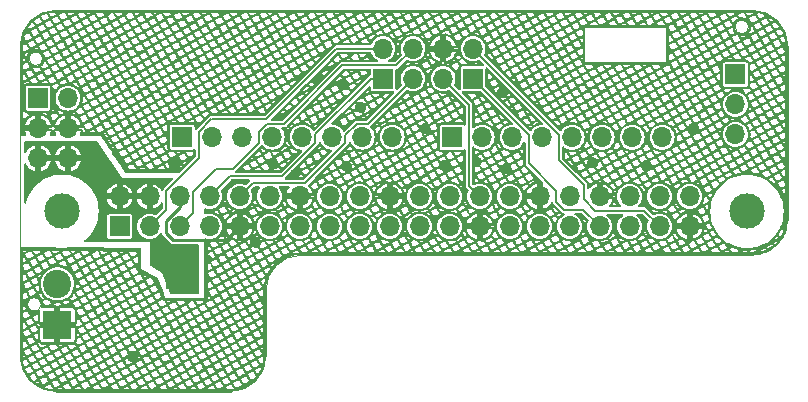
<source format=gbr>
G04 #@! TF.GenerationSoftware,KiCad,Pcbnew,8.0.7*
G04 #@! TF.CreationDate,2025-02-16T20:08:38+00:00*
G04 #@! TF.ProjectId,retropie-hat-2L,72657472-6f70-4696-952d-6861742d324c,rev?*
G04 #@! TF.SameCoordinates,Original*
G04 #@! TF.FileFunction,Copper,L2,Bot*
G04 #@! TF.FilePolarity,Positive*
%FSLAX46Y46*%
G04 Gerber Fmt 4.6, Leading zero omitted, Abs format (unit mm)*
G04 Created by KiCad (PCBNEW 8.0.7) date 2025-02-16 20:08:38*
%MOMM*%
%LPD*%
G01*
G04 APERTURE LIST*
G04 #@! TA.AperFunction,WasherPad*
%ADD10C,3.000000*%
G04 #@! TD*
G04 #@! TA.AperFunction,ComponentPad*
%ADD11R,1.700000X1.700000*%
G04 #@! TD*
G04 #@! TA.AperFunction,ComponentPad*
%ADD12O,1.700000X1.700000*%
G04 #@! TD*
G04 #@! TA.AperFunction,ComponentPad*
%ADD13R,2.400000X2.400000*%
G04 #@! TD*
G04 #@! TA.AperFunction,ComponentPad*
%ADD14C,2.400000*%
G04 #@! TD*
G04 #@! TA.AperFunction,ViaPad*
%ADD15C,0.600000*%
G04 #@! TD*
G04 #@! TA.AperFunction,ViaPad*
%ADD16C,0.800000*%
G04 #@! TD*
G04 #@! TA.AperFunction,ViaPad*
%ADD17C,0.400000*%
G04 #@! TD*
G04 #@! TA.AperFunction,Conductor*
%ADD18C,0.250000*%
G04 #@! TD*
G04 #@! TA.AperFunction,Conductor*
%ADD19C,0.150000*%
G04 #@! TD*
G04 #@! TA.AperFunction,Profile*
%ADD20C,0.100000*%
G04 #@! TD*
G04 #@! TA.AperFunction,Profile*
%ADD21C,0.150000*%
G04 #@! TD*
G04 APERTURE END LIST*
D10*
X82040000Y-64310000D03*
X140040000Y-64330000D03*
D11*
X109220000Y-53086000D03*
D12*
X109220000Y-50546000D03*
X111760000Y-53086000D03*
X111760000Y-50546000D03*
D11*
X139065000Y-52720000D03*
D12*
X139065000Y-55260000D03*
X139065000Y-57800000D03*
D11*
X80010000Y-54737000D03*
D12*
X82550000Y-54737000D03*
X80010000Y-57277000D03*
X82550000Y-57277000D03*
X80010000Y-59817000D03*
X82550000Y-59817000D03*
D11*
X115075000Y-58050000D03*
D12*
X117615000Y-58050000D03*
X120155000Y-58050000D03*
X122695000Y-58050000D03*
X125235000Y-58050000D03*
X127775000Y-58050000D03*
X130315000Y-58050000D03*
X132855000Y-58050000D03*
D13*
X81661000Y-73950000D03*
D14*
X81661000Y-70450000D03*
D11*
X116845000Y-53091000D03*
D12*
X114305000Y-53091000D03*
X116845000Y-50551000D03*
X114305000Y-50551000D03*
D11*
X92217000Y-58039000D03*
D12*
X94757000Y-58039000D03*
X97297000Y-58039000D03*
X99837000Y-58039000D03*
X102377000Y-58039000D03*
X104917000Y-58039000D03*
X107457000Y-58039000D03*
X109997000Y-58039000D03*
D11*
X86920000Y-65590000D03*
D12*
X86920000Y-63050000D03*
X89460000Y-65590000D03*
X89460000Y-63050000D03*
X92000000Y-65590000D03*
X92000000Y-63050000D03*
X94540000Y-65590000D03*
X94540000Y-63050000D03*
X97080000Y-65590000D03*
X97080000Y-63050000D03*
X99620000Y-65590000D03*
X99620000Y-63050000D03*
X102160000Y-65590000D03*
X102160000Y-63050000D03*
X104700000Y-65590000D03*
X104700000Y-63050000D03*
X107240000Y-65590000D03*
X107240000Y-63050000D03*
X109780000Y-65590000D03*
X109780000Y-63050000D03*
X112320000Y-65590000D03*
X112320000Y-63050000D03*
X114860000Y-65590000D03*
X114860000Y-63050000D03*
X117400000Y-65590000D03*
X117400000Y-63050000D03*
X119940000Y-65590000D03*
X119940000Y-63050000D03*
X122480000Y-65590000D03*
X122480000Y-63050000D03*
X125020000Y-65590000D03*
X125020000Y-63050000D03*
X127560000Y-65590000D03*
X127560000Y-63050000D03*
X130100000Y-65590000D03*
X130100000Y-63050000D03*
X132640000Y-65590000D03*
X132640000Y-63050000D03*
X135180000Y-65590000D03*
X135180000Y-63050000D03*
D15*
X103631148Y-53185053D03*
X119349572Y-54221800D03*
X112776000Y-57277000D03*
D16*
X91567000Y-60325000D03*
D15*
X107315000Y-55499000D03*
X101727000Y-61087000D03*
X135509000Y-57277000D03*
X119634000Y-60706000D03*
X99918925Y-60308509D03*
X98425000Y-66929000D03*
X117094000Y-60071000D03*
X88038511Y-76600000D03*
D17*
X94318089Y-68368911D03*
D15*
X126939500Y-60198000D03*
X114427000Y-60452000D03*
X105905303Y-53586374D03*
X131539525Y-60445634D03*
X106134375Y-60489625D03*
X91122000Y-70676000D03*
X91122000Y-69786000D03*
D18*
X92000000Y-63928990D02*
X90825489Y-65103501D01*
X92000000Y-63050000D02*
X92000000Y-63928990D01*
X90825489Y-66125489D02*
X91464511Y-66764511D01*
X95905489Y-66764511D02*
X97080000Y-65590000D01*
X90825489Y-65103501D02*
X90825489Y-66125489D01*
X91464511Y-66764511D02*
X95905489Y-66764511D01*
D19*
X99314000Y-56515000D02*
X94742000Y-56515000D01*
X105283000Y-50546000D02*
X99314000Y-56515000D01*
X90875489Y-64174511D02*
X89460000Y-65590000D01*
X109220000Y-50546000D02*
X105283000Y-50546000D01*
X93632489Y-59827211D02*
X90875489Y-62584211D01*
X94690700Y-56515000D02*
X93632489Y-57573211D01*
X90875489Y-62584211D02*
X90875489Y-64174511D01*
X93632489Y-57573211D02*
X93632489Y-59827211D01*
X95116999Y-60712001D02*
X93124511Y-62704489D01*
X110344511Y-51961489D02*
X105772511Y-51961489D01*
X98712489Y-57573211D02*
X98712489Y-58513511D01*
X93124511Y-64465489D02*
X92000000Y-65590000D01*
X98712489Y-58513511D02*
X96513999Y-60712001D01*
X111760000Y-50546000D02*
X110344511Y-51961489D01*
X99371211Y-56914489D02*
X98712489Y-57573211D01*
X100819511Y-56914489D02*
X99371211Y-56914489D01*
X96513999Y-60712001D02*
X95116999Y-60712001D01*
X105772511Y-51961489D02*
X100819511Y-56914489D01*
X93124511Y-62704489D02*
X93124511Y-64465489D01*
X103501511Y-57804489D02*
X103501511Y-58504789D01*
X96249000Y-61341000D02*
X94540000Y-63050000D01*
X109220000Y-53086000D02*
X108220000Y-53086000D01*
X100665300Y-61341000D02*
X96249000Y-61341000D01*
X103501511Y-58504789D02*
X100665300Y-61341000D01*
X108220000Y-53086000D02*
X103501511Y-57804489D01*
X106991211Y-56914489D02*
X106041511Y-57864189D01*
X106041511Y-58504789D02*
X102620811Y-61925489D01*
X111760000Y-53086000D02*
X107931511Y-56914489D01*
X102620811Y-61925489D02*
X98204511Y-61925489D01*
X98204511Y-61925489D02*
X97080000Y-63050000D01*
X107931511Y-56914489D02*
X106991211Y-56914489D01*
X106041511Y-57864189D02*
X106041511Y-58504789D01*
X114305000Y-53091000D02*
X116492489Y-55278489D01*
X116492489Y-55278489D02*
X116492489Y-62142489D01*
X116492489Y-62142489D02*
X117400000Y-63050000D01*
X125020000Y-63050000D02*
X125237000Y-62833000D01*
X123895489Y-63515789D02*
X124554211Y-64174511D01*
X124554211Y-64174511D02*
X126144511Y-64174511D01*
X123895489Y-62584211D02*
X123895489Y-63515789D01*
X126144511Y-64174511D02*
X127560000Y-65590000D01*
X121572489Y-57818489D02*
X121572489Y-60261211D01*
X121572489Y-60261211D02*
X123895489Y-62584211D01*
X116845000Y-53091000D02*
X121572489Y-57818489D01*
X127181700Y-64262000D02*
X131312000Y-64262000D01*
X126238000Y-62103000D02*
X126238000Y-63318300D01*
X124112489Y-59977489D02*
X126238000Y-62103000D01*
X124112489Y-57818489D02*
X124112489Y-59977489D01*
X126238000Y-63318300D02*
X127181700Y-64262000D01*
X131312000Y-64262000D02*
X132640000Y-65590000D01*
X116845000Y-50551000D02*
X124112489Y-57818489D01*
G04 #@! TA.AperFunction,Conductor*
G36*
X118064503Y-52160118D02*
G01*
X120400677Y-54496293D01*
X122732517Y-56828133D01*
X122760294Y-56882650D01*
X122750723Y-56943082D01*
X122707458Y-56986347D01*
X122672217Y-56996660D01*
X122489071Y-57014698D01*
X122489065Y-57014699D01*
X122291045Y-57074768D01*
X122108547Y-57172316D01*
X121948595Y-57303585D01*
X121948585Y-57303595D01*
X121817316Y-57463547D01*
X121817316Y-57463548D01*
X121807038Y-57482776D01*
X121762930Y-57525182D01*
X121702322Y-57533563D01*
X121649725Y-57506109D01*
X121254795Y-57111179D01*
X121563095Y-57111179D01*
X121706661Y-57254745D01*
X121783470Y-57161154D01*
X121786653Y-57157465D01*
X121787313Y-57156737D01*
X121790654Y-57153227D01*
X121798227Y-57145654D01*
X121801737Y-57142313D01*
X121802465Y-57141653D01*
X121806153Y-57138471D01*
X121837251Y-57112948D01*
X121767946Y-56992908D01*
X121563095Y-57111179D01*
X121254795Y-57111179D01*
X120741627Y-56598011D01*
X121049927Y-56598011D01*
X121417416Y-56965500D01*
X121542284Y-56893408D01*
X121940284Y-56893408D01*
X121994125Y-56986663D01*
X121996043Y-56985450D01*
X121996885Y-56984946D01*
X122001062Y-56982581D01*
X122193003Y-56879985D01*
X122197343Y-56877800D01*
X122198231Y-56877380D01*
X122202679Y-56875409D01*
X122212574Y-56871311D01*
X122217158Y-56869545D01*
X122218082Y-56869215D01*
X122222641Y-56867710D01*
X122407667Y-56811583D01*
X122288468Y-56692384D01*
X121940284Y-56893408D01*
X121542284Y-56893408D01*
X121668445Y-56820569D01*
X121417446Y-56385825D01*
X121049927Y-56598011D01*
X120741627Y-56598011D01*
X120173356Y-56029740D01*
X120632202Y-56029740D01*
X120837850Y-56385934D01*
X120904248Y-56452332D01*
X121191785Y-56286323D01*
X121589785Y-56286323D01*
X121840786Y-56721069D01*
X122142790Y-56546706D01*
X121775300Y-56179216D01*
X121589785Y-56286323D01*
X121191785Y-56286323D01*
X121317945Y-56213485D01*
X121066946Y-55778741D01*
X120632202Y-56029740D01*
X120173356Y-56029740D01*
X119715292Y-55571676D01*
X120023592Y-55571676D01*
X120294172Y-55842256D01*
X120109363Y-55522157D01*
X120023592Y-55571676D01*
X119715292Y-55571676D01*
X119202124Y-55058508D01*
X119510424Y-55058508D01*
X119877914Y-55425998D01*
X119883699Y-55422658D01*
X120281701Y-55422658D01*
X120532700Y-55857401D01*
X120841285Y-55679239D01*
X121239285Y-55679239D01*
X121490286Y-56113985D01*
X121629623Y-56033538D01*
X121262133Y-55666048D01*
X121239285Y-55679239D01*
X120841285Y-55679239D01*
X120967446Y-55606400D01*
X120716447Y-55171657D01*
X120281701Y-55422658D01*
X119883699Y-55422658D01*
X120009861Y-55349818D01*
X119758862Y-54915073D01*
X119510424Y-55058508D01*
X119202124Y-55058508D01*
X118688956Y-54545340D01*
X118997256Y-54545340D01*
X119364746Y-54912830D01*
X119533201Y-54815572D01*
X119931201Y-54815572D01*
X120182201Y-55250317D01*
X120603288Y-55007203D01*
X120235798Y-54639713D01*
X119931201Y-54815572D01*
X119533201Y-54815572D01*
X119659362Y-54742733D01*
X119591370Y-54624968D01*
X119510278Y-54666287D01*
X119480820Y-54675858D01*
X119365059Y-54694193D01*
X119334085Y-54694193D01*
X119218324Y-54675858D01*
X119188866Y-54666287D01*
X119084436Y-54613077D01*
X119059377Y-54594871D01*
X119005238Y-54540732D01*
X118997256Y-54545340D01*
X118688956Y-54545340D01*
X118629988Y-54486372D01*
X119741136Y-54486372D01*
X119831701Y-54643235D01*
X120090120Y-54494035D01*
X119821965Y-54225880D01*
X119821965Y-54237287D01*
X119803630Y-54353048D01*
X119794059Y-54382506D01*
X119741136Y-54486372D01*
X118629988Y-54486372D01*
X118095520Y-53951904D01*
X118623118Y-53951904D01*
X118874119Y-54386650D01*
X118901327Y-54370941D01*
X118895514Y-54353048D01*
X118877179Y-54237287D01*
X118877179Y-54206313D01*
X118895514Y-54090552D01*
X118905085Y-54061094D01*
X118958295Y-53956664D01*
X118976501Y-53931605D01*
X119059377Y-53848729D01*
X119084436Y-53830523D01*
X119121726Y-53811522D01*
X119057861Y-53700905D01*
X118623118Y-53951904D01*
X118095520Y-53951904D01*
X117924496Y-53780880D01*
X117896719Y-53726363D01*
X117895500Y-53710876D01*
X117895500Y-53661584D01*
X118113500Y-53661584D01*
X118338411Y-53886495D01*
X118351278Y-53879066D01*
X118113500Y-53467220D01*
X118113500Y-53661584D01*
X117895500Y-53661584D01*
X117895500Y-53344820D01*
X118272618Y-53344820D01*
X118523619Y-53779566D01*
X118958362Y-53528567D01*
X118731206Y-53135121D01*
X118696295Y-53100210D01*
X118272618Y-53344820D01*
X117895500Y-53344820D01*
X117895500Y-52627243D01*
X118113500Y-52627243D01*
X118113500Y-53069219D01*
X118173119Y-53172482D01*
X118550617Y-52954532D01*
X118183128Y-52587043D01*
X118113500Y-52627243D01*
X117895500Y-52627243D01*
X117895500Y-52230123D01*
X117914407Y-52171932D01*
X117963907Y-52135968D01*
X118025093Y-52135968D01*
X118064503Y-52160118D01*
G37*
G04 #@! TD.AperFunction*
G04 #@! TA.AperFunction,Conductor*
G36*
X140500346Y-47292008D02*
G01*
X140502370Y-47292035D01*
X140663152Y-47294205D01*
X140672865Y-47294815D01*
X140997107Y-47331346D01*
X141008019Y-47333201D01*
X141325445Y-47405650D01*
X141336113Y-47408723D01*
X141643429Y-47516256D01*
X141653686Y-47520505D01*
X141790690Y-47586481D01*
X141947023Y-47661766D01*
X141956730Y-47667130D01*
X142232423Y-47840358D01*
X142241459Y-47846769D01*
X142465348Y-48025313D01*
X142496020Y-48049773D01*
X142504298Y-48057171D01*
X142678695Y-48231567D01*
X142734515Y-48287386D01*
X142741913Y-48295665D01*
X142944909Y-48550214D01*
X142951333Y-48559267D01*
X143124552Y-48834941D01*
X143129923Y-48844658D01*
X143271190Y-49138001D01*
X143275438Y-49148258D01*
X143355962Y-49378380D01*
X143377972Y-49441282D01*
X143382968Y-49455558D01*
X143386041Y-49466225D01*
X143401262Y-49532908D01*
X143458493Y-49783653D01*
X143460352Y-49794598D01*
X143496879Y-50118781D01*
X143497493Y-50128542D01*
X143499671Y-50291358D01*
X143499680Y-50292613D01*
X143509999Y-65023176D01*
X143509987Y-65024800D01*
X143507435Y-65187292D01*
X143506807Y-65196980D01*
X143469796Y-65520781D01*
X143467921Y-65531711D01*
X143395085Y-65848653D01*
X143392000Y-65859305D01*
X143284172Y-66166119D01*
X143279915Y-66176359D01*
X143138449Y-66469189D01*
X143133073Y-66478889D01*
X142959742Y-66754062D01*
X142953315Y-66763099D01*
X142750302Y-67017154D01*
X142742905Y-67025416D01*
X142512747Y-67255176D01*
X142504472Y-67262559D01*
X142250061Y-67465137D01*
X142241012Y-67471548D01*
X141965545Y-67644397D01*
X141955837Y-67649756D01*
X141728896Y-67758908D01*
X141664965Y-67789657D01*
X141662769Y-67790713D01*
X141652521Y-67794953D01*
X141345510Y-67902252D01*
X141334853Y-67905318D01*
X141017788Y-67977604D01*
X141006854Y-67979460D01*
X140683005Y-68015909D01*
X140673293Y-68016521D01*
X140512072Y-68018735D01*
X140510659Y-68018755D01*
X140509301Y-68018764D01*
X102313972Y-68018764D01*
X102145842Y-68021113D01*
X102145821Y-68021115D01*
X101811636Y-68058726D01*
X101811631Y-68058727D01*
X101483739Y-68133480D01*
X101166246Y-68244441D01*
X101166240Y-68244443D01*
X100863174Y-68390205D01*
X100863165Y-68390210D01*
X100863164Y-68390211D01*
X100857425Y-68393812D01*
X100578283Y-68568964D01*
X100578278Y-68568968D01*
X100315188Y-68778453D01*
X100077170Y-69016051D01*
X100077163Y-69016060D01*
X99867225Y-69278772D01*
X99867218Y-69278781D01*
X99687962Y-69563353D01*
X99687960Y-69563355D01*
X99541662Y-69866175D01*
X99430147Y-70183458D01*
X99430145Y-70183466D01*
X99360963Y-70484484D01*
X99354813Y-70511241D01*
X99316614Y-70845357D01*
X99316613Y-70845375D01*
X99314000Y-71013524D01*
X99314000Y-76581273D01*
X99313988Y-76582830D01*
X99311432Y-76745364D01*
X99310803Y-76755052D01*
X99273787Y-77078829D01*
X99271913Y-77089759D01*
X99199068Y-77406715D01*
X99195982Y-77417366D01*
X99088154Y-77724164D01*
X99083897Y-77734404D01*
X98942428Y-78027228D01*
X98937052Y-78036928D01*
X98763720Y-78312094D01*
X98757293Y-78321131D01*
X98554280Y-78575179D01*
X98546883Y-78583441D01*
X98316725Y-78813195D01*
X98308450Y-78820578D01*
X98054044Y-79023148D01*
X98044996Y-79029559D01*
X97769520Y-79202411D01*
X97759811Y-79207769D01*
X97466753Y-79348719D01*
X97456506Y-79352959D01*
X97149499Y-79460256D01*
X97138841Y-79463322D01*
X96821779Y-79535606D01*
X96810846Y-79537462D01*
X96486980Y-79573912D01*
X96477306Y-79574523D01*
X96314713Y-79576820D01*
X96313315Y-79576830D01*
X81500355Y-79576830D01*
X81498967Y-79576820D01*
X81336197Y-79574537D01*
X81326500Y-79573924D01*
X81002296Y-79537393D01*
X80991351Y-79535534D01*
X80832643Y-79499309D01*
X80673934Y-79463084D01*
X80663267Y-79460011D01*
X80374114Y-79358830D01*
X81627035Y-79358830D01*
X82066987Y-79358830D01*
X81956999Y-79168325D01*
X81627035Y-79358830D01*
X80374114Y-79358830D01*
X80355979Y-79352484D01*
X80345722Y-79348236D01*
X80052389Y-79206974D01*
X80042673Y-79201604D01*
X79980822Y-79162740D01*
X80564670Y-79162740D01*
X80587683Y-79202600D01*
X80728959Y-79252036D01*
X81033356Y-79321514D01*
X81250097Y-79345935D01*
X80999415Y-78911741D01*
X80564670Y-79162740D01*
X79980822Y-79162740D01*
X79767003Y-79028388D01*
X79757949Y-79021963D01*
X79503417Y-78818981D01*
X79495139Y-78811584D01*
X79470726Y-78787171D01*
X79813175Y-78787171D01*
X79888648Y-78847359D01*
X80152999Y-79013463D01*
X80285555Y-79077299D01*
X80041832Y-78655157D01*
X79813175Y-78787171D01*
X79470726Y-78787171D01*
X79264925Y-78581372D01*
X79257527Y-78573094D01*
X79207938Y-78510912D01*
X79161012Y-78452068D01*
X79054538Y-78318554D01*
X79048113Y-78309499D01*
X79026347Y-78274859D01*
X79298526Y-78274859D01*
X79423803Y-78431952D01*
X79644556Y-78652703D01*
X79646036Y-78653883D01*
X79816167Y-78555658D01*
X80214170Y-78555658D01*
X80465169Y-78990401D01*
X80773753Y-78812240D01*
X81171755Y-78812240D01*
X81422754Y-79246984D01*
X81731337Y-79068824D01*
X82129339Y-79068824D01*
X82296773Y-79358830D01*
X82631034Y-79358830D01*
X82688922Y-79325408D01*
X83086921Y-79325408D01*
X83106218Y-79358830D01*
X83685877Y-79358830D01*
X83521665Y-79074408D01*
X83086921Y-79325408D01*
X82688922Y-79325408D01*
X82815082Y-79252569D01*
X82564083Y-78817825D01*
X82129339Y-79068824D01*
X81731337Y-79068824D01*
X81857498Y-78995985D01*
X81606499Y-78561241D01*
X81171755Y-78812240D01*
X80773753Y-78812240D01*
X80899915Y-78739400D01*
X80648916Y-78304657D01*
X80214170Y-78555658D01*
X79816167Y-78555658D01*
X79942330Y-78482818D01*
X79691331Y-78048074D01*
X79298526Y-78274859D01*
X79026347Y-78274859D01*
X78874900Y-78033834D01*
X78869530Y-78024118D01*
X78823719Y-77928992D01*
X78728260Y-77730773D01*
X78724023Y-77720542D01*
X78706846Y-77671453D01*
X78941654Y-77671453D01*
X79063044Y-77923516D01*
X79181777Y-78112477D01*
X79465669Y-77948573D01*
X79863671Y-77948573D01*
X80114670Y-78383317D01*
X80423251Y-78205158D01*
X80821254Y-78205158D01*
X81072253Y-78639901D01*
X81380837Y-78461740D01*
X81778839Y-78461740D01*
X82029838Y-78896484D01*
X82338423Y-78718323D01*
X82736422Y-78718323D01*
X82987423Y-79153069D01*
X83296007Y-78974908D01*
X83694006Y-78974908D01*
X83915663Y-79358830D01*
X84033033Y-79358830D01*
X84253588Y-79231492D01*
X84651590Y-79231492D01*
X84725108Y-79358830D01*
X85304767Y-79358830D01*
X85086334Y-78980493D01*
X84651590Y-79231492D01*
X84253588Y-79231492D01*
X84379749Y-79158653D01*
X84128750Y-78723909D01*
X83694006Y-78974908D01*
X83296007Y-78974908D01*
X83422166Y-78902070D01*
X83171165Y-78467324D01*
X82736422Y-78718323D01*
X82338423Y-78718323D01*
X82464582Y-78645485D01*
X82213583Y-78210741D01*
X81778839Y-78461740D01*
X81380837Y-78461740D01*
X81506999Y-78388900D01*
X81256000Y-77954157D01*
X80821254Y-78205158D01*
X80423251Y-78205158D01*
X80549414Y-78132318D01*
X80298415Y-77697574D01*
X79863671Y-77948573D01*
X79465669Y-77948573D01*
X79591830Y-77875734D01*
X79340831Y-77440989D01*
X78941654Y-77671453D01*
X78706846Y-77671453D01*
X78616488Y-77413232D01*
X78613419Y-77402581D01*
X78540964Y-77085147D01*
X78539108Y-77074223D01*
X78527844Y-76974264D01*
X78747222Y-76974264D01*
X78754984Y-77043148D01*
X78824465Y-77347551D01*
X78871560Y-77482137D01*
X79115169Y-77341489D01*
X79513171Y-77341489D01*
X79764170Y-77776233D01*
X80072753Y-77598073D01*
X80470755Y-77598073D01*
X80721754Y-78032817D01*
X81030335Y-77854658D01*
X81428338Y-77854658D01*
X81679337Y-78289401D01*
X81987922Y-78111239D01*
X82385922Y-78111239D01*
X82636923Y-78545985D01*
X82945507Y-78367824D01*
X83343506Y-78367824D01*
X83594505Y-78802568D01*
X83903088Y-78624408D01*
X84301090Y-78624408D01*
X84552089Y-79059152D01*
X84860672Y-78880992D01*
X85258674Y-78880992D01*
X85509673Y-79315736D01*
X85818254Y-79137577D01*
X86216257Y-79137577D01*
X86343998Y-79358830D01*
X86837033Y-79358830D01*
X87235033Y-79358830D01*
X87733102Y-79358830D01*
X87608584Y-79143159D01*
X87235033Y-79358830D01*
X86837033Y-79358830D01*
X86902002Y-79321319D01*
X86651003Y-78886576D01*
X86216257Y-79137577D01*
X85818254Y-79137577D01*
X85944417Y-79064737D01*
X85693418Y-78629993D01*
X85258674Y-78880992D01*
X84860672Y-78880992D01*
X84986833Y-78808153D01*
X84735834Y-78373409D01*
X84301090Y-78624408D01*
X83903088Y-78624408D01*
X84029249Y-78551569D01*
X83778250Y-78116825D01*
X83343506Y-78367824D01*
X82945507Y-78367824D01*
X83071666Y-78294986D01*
X82820665Y-77860240D01*
X82385922Y-78111239D01*
X81987922Y-78111239D01*
X82114083Y-78038400D01*
X81863084Y-77603657D01*
X81428338Y-77854658D01*
X81030335Y-77854658D01*
X81156498Y-77781818D01*
X80905499Y-77347074D01*
X80470755Y-77598073D01*
X80072753Y-77598073D01*
X80198914Y-77525234D01*
X79947915Y-77090490D01*
X79513171Y-77341489D01*
X79115169Y-77341489D01*
X79241330Y-77268650D01*
X78990331Y-76833906D01*
X78747222Y-76974264D01*
X78527844Y-76974264D01*
X78502575Y-76750010D01*
X78501963Y-76740308D01*
X78501836Y-76731248D01*
X78499690Y-76577546D01*
X78499680Y-76576164D01*
X78499680Y-76575362D01*
X78717680Y-76575362D01*
X78719859Y-76731417D01*
X78722912Y-76758513D01*
X78764668Y-76734405D01*
X79162671Y-76734405D01*
X79413670Y-77169149D01*
X79722253Y-76990989D01*
X80120255Y-76990989D01*
X80371254Y-77425733D01*
X80679837Y-77247573D01*
X81077839Y-77247573D01*
X81328838Y-77682317D01*
X81637421Y-77504157D01*
X82035421Y-77504157D01*
X82286422Y-77938902D01*
X82595007Y-77760740D01*
X82993006Y-77760740D01*
X83244005Y-78195484D01*
X83552588Y-78017324D01*
X83950590Y-78017324D01*
X84201589Y-78452068D01*
X84510172Y-78273908D01*
X84908174Y-78273908D01*
X85159173Y-78708652D01*
X85467756Y-78530492D01*
X85865758Y-78530492D01*
X86116757Y-78965236D01*
X86425340Y-78787076D01*
X86823340Y-78787076D01*
X87074341Y-79221821D01*
X87382924Y-79043660D01*
X87780924Y-79043660D01*
X87962888Y-79358830D01*
X88239033Y-79358830D01*
X88340506Y-79300244D01*
X88738508Y-79300244D01*
X88772333Y-79358830D01*
X89351993Y-79358830D01*
X89173253Y-79049244D01*
X88738508Y-79300244D01*
X88340506Y-79300244D01*
X88466668Y-79227404D01*
X88215669Y-78792660D01*
X87780924Y-79043660D01*
X87382924Y-79043660D01*
X87509086Y-78970820D01*
X87258085Y-78536075D01*
X86823340Y-78787076D01*
X86425340Y-78787076D01*
X86551501Y-78714237D01*
X86300502Y-78279493D01*
X85865758Y-78530492D01*
X85467756Y-78530492D01*
X85593917Y-78457653D01*
X85342918Y-78022909D01*
X84908174Y-78273908D01*
X84510172Y-78273908D01*
X84636333Y-78201069D01*
X84385334Y-77766325D01*
X83950590Y-78017324D01*
X83552588Y-78017324D01*
X83678749Y-77944485D01*
X83427750Y-77509741D01*
X82993006Y-77760740D01*
X82595007Y-77760740D01*
X82721167Y-77687901D01*
X82470166Y-77253156D01*
X82035421Y-77504157D01*
X81637421Y-77504157D01*
X81763582Y-77431318D01*
X81512583Y-76996574D01*
X81077839Y-77247573D01*
X80679837Y-77247573D01*
X80805998Y-77174734D01*
X80554999Y-76739990D01*
X80120255Y-76990989D01*
X79722253Y-76990989D01*
X79848414Y-76918150D01*
X79597415Y-76483406D01*
X79162671Y-76734405D01*
X78764668Y-76734405D01*
X78890830Y-76661566D01*
X78717680Y-76361660D01*
X78717680Y-76575362D01*
X78499680Y-76575362D01*
X78499680Y-76127321D01*
X78812171Y-76127321D01*
X79063170Y-76562065D01*
X79371753Y-76383905D01*
X79769755Y-76383905D01*
X80020754Y-76818649D01*
X80329337Y-76640489D01*
X80727339Y-76640489D01*
X80978338Y-77075233D01*
X81286923Y-76897072D01*
X81684922Y-76897072D01*
X81935923Y-77331818D01*
X82244505Y-77153658D01*
X82642505Y-77153658D01*
X82893504Y-77588401D01*
X83202088Y-77410240D01*
X83600090Y-77410240D01*
X83851089Y-77844984D01*
X84159672Y-77666824D01*
X84557674Y-77666824D01*
X84808673Y-78101568D01*
X85117256Y-77923408D01*
X85515258Y-77923408D01*
X85766257Y-78358152D01*
X86074842Y-78179991D01*
X86472841Y-78179991D01*
X86723842Y-78614737D01*
X87032424Y-78436577D01*
X87430424Y-78436577D01*
X87681423Y-78871320D01*
X87990007Y-78693159D01*
X88388009Y-78693159D01*
X88639008Y-79127903D01*
X88947591Y-78949743D01*
X89345593Y-78949743D01*
X89581779Y-79358830D01*
X89641033Y-79358830D01*
X89905175Y-79206327D01*
X90303177Y-79206327D01*
X90391224Y-79358830D01*
X90970883Y-79358830D01*
X91441034Y-79358830D01*
X91780327Y-79358830D01*
X91695503Y-79211911D01*
X91441034Y-79358830D01*
X90970883Y-79358830D01*
X90737921Y-78955328D01*
X90303177Y-79206327D01*
X89905175Y-79206327D01*
X90031336Y-79133488D01*
X89780337Y-78698744D01*
X89345593Y-78949743D01*
X88947591Y-78949743D01*
X89073752Y-78876904D01*
X88822753Y-78442160D01*
X88388009Y-78693159D01*
X87990007Y-78693159D01*
X88116169Y-78620319D01*
X87865170Y-78185576D01*
X87430424Y-78436577D01*
X87032424Y-78436577D01*
X87158585Y-78363738D01*
X86907584Y-77928992D01*
X86472841Y-78179991D01*
X86074842Y-78179991D01*
X86201001Y-78107153D01*
X85950002Y-77672409D01*
X85515258Y-77923408D01*
X85117256Y-77923408D01*
X85243417Y-77850569D01*
X84992418Y-77415825D01*
X84557674Y-77666824D01*
X84159672Y-77666824D01*
X84285833Y-77593985D01*
X84034834Y-77159241D01*
X83600090Y-77410240D01*
X83202088Y-77410240D01*
X83328250Y-77337400D01*
X83077251Y-76902657D01*
X82642505Y-77153658D01*
X82244505Y-77153658D01*
X82370666Y-77080819D01*
X82119665Y-76646073D01*
X81684922Y-76897072D01*
X81286923Y-76897072D01*
X81413082Y-76824234D01*
X81162083Y-76389490D01*
X80727339Y-76640489D01*
X80329337Y-76640489D01*
X80455498Y-76567650D01*
X80204499Y-76132906D01*
X79769755Y-76383905D01*
X79371753Y-76383905D01*
X79497914Y-76311066D01*
X79246915Y-75876322D01*
X78812171Y-76127321D01*
X78499680Y-76127321D01*
X78499680Y-75372431D01*
X78717680Y-75372431D01*
X78717680Y-75952089D01*
X79021253Y-75776821D01*
X79419255Y-75776821D01*
X79670254Y-76211565D01*
X79978837Y-76033405D01*
X80376839Y-76033405D01*
X80627838Y-76468149D01*
X80936423Y-76289988D01*
X81334422Y-76289988D01*
X81585423Y-76724734D01*
X81894007Y-76546573D01*
X82292006Y-76546573D01*
X82543005Y-76981317D01*
X82851586Y-76803158D01*
X83249589Y-76803158D01*
X83500588Y-77237901D01*
X83809172Y-77059740D01*
X84207174Y-77059740D01*
X84458173Y-77494484D01*
X84766756Y-77316324D01*
X85164758Y-77316324D01*
X85415757Y-77751068D01*
X85724342Y-77572907D01*
X86122341Y-77572907D01*
X86373342Y-78007653D01*
X86681926Y-77829492D01*
X87079925Y-77829492D01*
X87330924Y-78264236D01*
X87639505Y-78086077D01*
X88037508Y-78086077D01*
X88288507Y-78520820D01*
X88597091Y-78342659D01*
X88995093Y-78342659D01*
X89246092Y-78777403D01*
X89554675Y-78599243D01*
X89952677Y-78599243D01*
X90203676Y-79033987D01*
X90512261Y-78855826D01*
X90910260Y-78855826D01*
X91161261Y-79290572D01*
X91469843Y-79112412D01*
X91867843Y-79112412D01*
X92010113Y-79358830D01*
X92445036Y-79358830D01*
X92843036Y-79358830D01*
X93399219Y-79358830D01*
X93260173Y-79117995D01*
X92843036Y-79358830D01*
X92445036Y-79358830D01*
X92553588Y-79296157D01*
X92302588Y-78861412D01*
X91867843Y-79112412D01*
X91469843Y-79112412D01*
X91596004Y-79039573D01*
X91345003Y-78604827D01*
X90910260Y-78855826D01*
X90512261Y-78855826D01*
X90638420Y-78782988D01*
X90387421Y-78348244D01*
X89952677Y-78599243D01*
X89554675Y-78599243D01*
X89680836Y-78526404D01*
X89429837Y-78091660D01*
X88995093Y-78342659D01*
X88597091Y-78342659D01*
X88723253Y-78269819D01*
X88472254Y-77835076D01*
X88037508Y-78086077D01*
X87639505Y-78086077D01*
X87765668Y-78013237D01*
X87514669Y-77578493D01*
X87079925Y-77829492D01*
X86681926Y-77829492D01*
X86808085Y-77756654D01*
X86557084Y-77321908D01*
X86122341Y-77572907D01*
X85724342Y-77572907D01*
X85850501Y-77500069D01*
X85599502Y-77065325D01*
X85164758Y-77316324D01*
X84766756Y-77316324D01*
X84892917Y-77243485D01*
X84641918Y-76808741D01*
X84207174Y-77059740D01*
X83809172Y-77059740D01*
X83935334Y-76986900D01*
X83684335Y-76552157D01*
X83249589Y-76803158D01*
X82851586Y-76803158D01*
X82977749Y-76730318D01*
X82726750Y-76295574D01*
X82292006Y-76546573D01*
X81894007Y-76546573D01*
X82020166Y-76473735D01*
X81769165Y-76038989D01*
X81334422Y-76289988D01*
X80936423Y-76289988D01*
X81062582Y-76217150D01*
X80811583Y-75782406D01*
X80376839Y-76033405D01*
X79978837Y-76033405D01*
X80104998Y-75960566D01*
X79853999Y-75525822D01*
X79419255Y-75776821D01*
X79021253Y-75776821D01*
X79147415Y-75703981D01*
X78896416Y-75269238D01*
X78717680Y-75372431D01*
X78499680Y-75372431D01*
X78499680Y-75169739D01*
X79068754Y-75169739D01*
X79319753Y-75604482D01*
X79628338Y-75426320D01*
X80026338Y-75426320D01*
X80277338Y-75861065D01*
X80585923Y-75682904D01*
X80983922Y-75682904D01*
X81234923Y-76117650D01*
X81543507Y-75939489D01*
X81941506Y-75939489D01*
X82192505Y-76374233D01*
X82501088Y-76196073D01*
X82899090Y-76196073D01*
X83150089Y-76630817D01*
X83458670Y-76452658D01*
X83856673Y-76452658D01*
X84107672Y-76887401D01*
X84416256Y-76709240D01*
X84814258Y-76709240D01*
X85065257Y-77143984D01*
X85373842Y-76965823D01*
X85771841Y-76965823D01*
X86022842Y-77400569D01*
X86331426Y-77222408D01*
X86729425Y-77222408D01*
X86980424Y-77657152D01*
X87289007Y-77478992D01*
X87687009Y-77478992D01*
X87938008Y-77913736D01*
X88246589Y-77735577D01*
X88644592Y-77735577D01*
X88895591Y-78170320D01*
X89204175Y-77992159D01*
X89602177Y-77992159D01*
X89853176Y-78426903D01*
X90161761Y-78248742D01*
X90559760Y-78248742D01*
X90810761Y-78683488D01*
X91119345Y-78505327D01*
X91517344Y-78505327D01*
X91768343Y-78940071D01*
X92076926Y-78761911D01*
X92474928Y-78761911D01*
X92725927Y-79196655D01*
X93034510Y-79018495D01*
X93432512Y-79018495D01*
X93629004Y-79358830D01*
X93847035Y-79358830D01*
X93992095Y-79275079D01*
X94390095Y-79275079D01*
X94438449Y-79358830D01*
X95018109Y-79358830D01*
X94824840Y-79024079D01*
X94390095Y-79275079D01*
X93992095Y-79275079D01*
X94118257Y-79202239D01*
X93867257Y-78767495D01*
X93432512Y-79018495D01*
X93034510Y-79018495D01*
X93160671Y-78945656D01*
X92909672Y-78510912D01*
X92474928Y-78761911D01*
X92076926Y-78761911D01*
X92203087Y-78689072D01*
X91952088Y-78254328D01*
X91517344Y-78505327D01*
X91119345Y-78505327D01*
X91245504Y-78432489D01*
X90994503Y-77997743D01*
X90559760Y-78248742D01*
X90161761Y-78248742D01*
X90287920Y-78175904D01*
X90036921Y-77741160D01*
X89602177Y-77992159D01*
X89204175Y-77992159D01*
X89330337Y-77919319D01*
X89079338Y-77484576D01*
X88644592Y-77735577D01*
X88246589Y-77735577D01*
X88372752Y-77662737D01*
X88121753Y-77227993D01*
X87687009Y-77478992D01*
X87289007Y-77478992D01*
X87415168Y-77406153D01*
X87164169Y-76971409D01*
X86729425Y-77222408D01*
X86331426Y-77222408D01*
X86457585Y-77149570D01*
X86206584Y-76714824D01*
X85771841Y-76965823D01*
X85373842Y-76965823D01*
X85500001Y-76892985D01*
X85249002Y-76458241D01*
X84814258Y-76709240D01*
X84416256Y-76709240D01*
X84542418Y-76636400D01*
X84291419Y-76201657D01*
X83856673Y-76452658D01*
X83458670Y-76452658D01*
X83584833Y-76379818D01*
X83333834Y-75945074D01*
X82899090Y-76196073D01*
X82501088Y-76196073D01*
X82627249Y-76123234D01*
X82376250Y-75688490D01*
X81941506Y-75939489D01*
X81543507Y-75939489D01*
X81669666Y-75866651D01*
X81513658Y-75596437D01*
X81497223Y-75607419D01*
X81489872Y-75610464D01*
X81451985Y-75618000D01*
X81096341Y-75618000D01*
X80983922Y-75682904D01*
X80585923Y-75682904D01*
X80698341Y-75618000D01*
X80431021Y-75618000D01*
X80426178Y-75617881D01*
X80425198Y-75617833D01*
X80420343Y-75617476D01*
X80409686Y-75616427D01*
X80404777Y-75615819D01*
X80403805Y-75615674D01*
X80399097Y-75614856D01*
X80310398Y-75597212D01*
X80300988Y-75594855D01*
X80299108Y-75594285D01*
X80289952Y-75591010D01*
X80270119Y-75582796D01*
X80261305Y-75578626D01*
X80259572Y-75577699D01*
X80251265Y-75572718D01*
X80150721Y-75505536D01*
X80142936Y-75499764D01*
X80141417Y-75498518D01*
X80134200Y-75491979D01*
X80119021Y-75476800D01*
X80112482Y-75469583D01*
X80111236Y-75468064D01*
X80105464Y-75460279D01*
X80067062Y-75402808D01*
X80026338Y-75426320D01*
X79628338Y-75426320D01*
X79754499Y-75353481D01*
X79503500Y-74918738D01*
X79068754Y-75169739D01*
X78499680Y-75169739D01*
X78499680Y-74562654D01*
X78718255Y-74562654D01*
X78969254Y-74997398D01*
X79277835Y-74819239D01*
X79675838Y-74819239D01*
X79926838Y-75253982D01*
X79996512Y-75213755D01*
X79996144Y-75211902D01*
X79995326Y-75207195D01*
X79995181Y-75206223D01*
X79994573Y-75201314D01*
X79993524Y-75190657D01*
X79993167Y-75185802D01*
X79993119Y-75184822D01*
X79993000Y-75179979D01*
X79993000Y-74636125D01*
X79675838Y-74819239D01*
X79277835Y-74819239D01*
X79403998Y-74746399D01*
X79152999Y-74311655D01*
X78718255Y-74562654D01*
X78499680Y-74562654D01*
X78499680Y-73753541D01*
X78717680Y-73753541D01*
X78717680Y-74333199D01*
X78927337Y-74212154D01*
X79325339Y-74212154D01*
X79576339Y-74646899D01*
X79993000Y-74406339D01*
X79993000Y-74364576D01*
X79760084Y-73961154D01*
X79325339Y-74212154D01*
X78927337Y-74212154D01*
X79053498Y-74139315D01*
X78802499Y-73704570D01*
X78717680Y-73753541D01*
X78499680Y-73753541D01*
X78499680Y-73605070D01*
X78974839Y-73605070D01*
X79225838Y-74039814D01*
X79534423Y-73861653D01*
X79932422Y-73861653D01*
X80046851Y-74059849D01*
X80088660Y-74018041D01*
X80120777Y-73996581D01*
X80128128Y-73993536D01*
X80166015Y-73986000D01*
X80362000Y-73986000D01*
X80362000Y-73914000D01*
X80166015Y-73914000D01*
X80128128Y-73906464D01*
X80120777Y-73903419D01*
X80088660Y-73881959D01*
X80025041Y-73818340D01*
X80020142Y-73811008D01*
X79932422Y-73861653D01*
X79534423Y-73861653D01*
X79660582Y-73788815D01*
X79409583Y-73354071D01*
X78974839Y-73605070D01*
X78499680Y-73605070D01*
X78499680Y-72944096D01*
X78717680Y-72944096D01*
X78717680Y-73159657D01*
X78875338Y-73432730D01*
X79183923Y-73254569D01*
X79581922Y-73254569D01*
X79832923Y-73689315D01*
X79993000Y-73596894D01*
X79993000Y-73017233D01*
X79581922Y-73254569D01*
X79183923Y-73254569D01*
X79310082Y-73181731D01*
X79168979Y-72937333D01*
X79398766Y-72937333D01*
X79482423Y-73082231D01*
X79639512Y-72991536D01*
X79617349Y-72991536D01*
X79610844Y-72991322D01*
X79609538Y-72991236D01*
X79603121Y-72990603D01*
X79588955Y-72988738D01*
X79582592Y-72987689D01*
X79581308Y-72987434D01*
X79574970Y-72985957D01*
X79415300Y-72943173D01*
X79409072Y-72941282D01*
X79407833Y-72940861D01*
X79401802Y-72938591D01*
X79398766Y-72937333D01*
X79168979Y-72937333D01*
X79059083Y-72746987D01*
X78717680Y-72944096D01*
X78499680Y-72944096D01*
X78499680Y-72714309D01*
X78717680Y-72714309D01*
X78959582Y-72574647D01*
X78717680Y-72155659D01*
X78717680Y-72714309D01*
X78499680Y-72714309D01*
X78499680Y-72124493D01*
X79126464Y-72124493D01*
X79126464Y-72275507D01*
X79145395Y-72346157D01*
X79165551Y-72421381D01*
X79239511Y-72549481D01*
X79241057Y-72552159D01*
X79347841Y-72658943D01*
X79359905Y-72665908D01*
X79478619Y-72734448D01*
X79478620Y-72734448D01*
X79478623Y-72734450D01*
X79624493Y-72773536D01*
X79775506Y-72773536D01*
X79775507Y-72773536D01*
X79921377Y-72734450D01*
X79921379Y-72734448D01*
X79921381Y-72734448D01*
X80057778Y-72655699D01*
X80058463Y-72656886D01*
X80109399Y-72638845D01*
X80168067Y-72656217D01*
X80205319Y-72704756D01*
X80211000Y-72737811D01*
X80211000Y-73695999D01*
X80211001Y-73696000D01*
X81114827Y-73696000D01*
X81101889Y-73718409D01*
X81061000Y-73871009D01*
X81061000Y-74028991D01*
X81101889Y-74181591D01*
X81114827Y-74204000D01*
X80211001Y-74204000D01*
X80211000Y-74204001D01*
X80211000Y-75174624D01*
X80225506Y-75247546D01*
X80225507Y-75247548D01*
X80280758Y-75330237D01*
X80280762Y-75330241D01*
X80363451Y-75385492D01*
X80363453Y-75385493D01*
X80436375Y-75399999D01*
X80436377Y-75400000D01*
X81406999Y-75400000D01*
X81407000Y-75399999D01*
X81407000Y-75312778D01*
X81625000Y-75312778D01*
X81625000Y-75391284D01*
X81842005Y-75767149D01*
X82100341Y-75618000D01*
X82565339Y-75618000D01*
X82799589Y-76023733D01*
X83108171Y-75845573D01*
X83506174Y-75845573D01*
X83757173Y-76280317D01*
X84065754Y-76102158D01*
X84463757Y-76102158D01*
X84714756Y-76536901D01*
X85023341Y-76358739D01*
X85421341Y-76358739D01*
X85672342Y-76793485D01*
X85980926Y-76615324D01*
X86378925Y-76615324D01*
X86629924Y-77050068D01*
X86938509Y-76871907D01*
X87336508Y-76871907D01*
X87587508Y-77306652D01*
X87896091Y-77128492D01*
X88294093Y-77128492D01*
X88545092Y-77563236D01*
X88853673Y-77385077D01*
X89251676Y-77385077D01*
X89502675Y-77819820D01*
X89811260Y-77641658D01*
X90209260Y-77641658D01*
X90460261Y-78076404D01*
X90768845Y-77898243D01*
X91166844Y-77898243D01*
X91417843Y-78332987D01*
X91726426Y-78154827D01*
X92124428Y-78154827D01*
X92375427Y-78589571D01*
X92684010Y-78411411D01*
X93082012Y-78411411D01*
X93333011Y-78846155D01*
X93641592Y-78667996D01*
X94039595Y-78667996D01*
X94290594Y-79102739D01*
X94599179Y-78924577D01*
X94997179Y-78924577D01*
X95247895Y-79358830D01*
X95249035Y-79358830D01*
X95556766Y-79181161D01*
X95954763Y-79181161D01*
X96057340Y-79358830D01*
X96312483Y-79358830D01*
X96468387Y-79356626D01*
X96625515Y-79338941D01*
X96389506Y-78930162D01*
X95954763Y-79181161D01*
X95556766Y-79181161D01*
X95682923Y-79108324D01*
X95431922Y-78673578D01*
X94997179Y-78924577D01*
X94599179Y-78924577D01*
X94725340Y-78851738D01*
X94474341Y-78416995D01*
X94039595Y-78667996D01*
X93641592Y-78667996D01*
X93767755Y-78595156D01*
X93516756Y-78160412D01*
X93082012Y-78411411D01*
X92684010Y-78411411D01*
X92810171Y-78338572D01*
X92559172Y-77903828D01*
X92124428Y-78154827D01*
X91726426Y-78154827D01*
X91852587Y-78081988D01*
X91601588Y-77647244D01*
X91166844Y-77898243D01*
X90768845Y-77898243D01*
X90895004Y-77825405D01*
X90644003Y-77390659D01*
X90209260Y-77641658D01*
X89811260Y-77641658D01*
X89937421Y-77568819D01*
X89686422Y-77134076D01*
X89251676Y-77385077D01*
X88853673Y-77385077D01*
X88979836Y-77312237D01*
X88728837Y-76877493D01*
X88294093Y-77128492D01*
X87896091Y-77128492D01*
X87999666Y-77068693D01*
X87907263Y-77054058D01*
X87877805Y-77044487D01*
X87773375Y-76991277D01*
X87748316Y-76973071D01*
X87665440Y-76890195D01*
X87647234Y-76865136D01*
X87614913Y-76801702D01*
X88462109Y-76801702D01*
X88503176Y-76777992D01*
X88901177Y-76777992D01*
X89152176Y-77212736D01*
X89460759Y-77034576D01*
X89858759Y-77034576D01*
X90109760Y-77469321D01*
X90418345Y-77291159D01*
X90816344Y-77291159D01*
X91067343Y-77725903D01*
X91375926Y-77547743D01*
X91773928Y-77547743D01*
X92024927Y-77982487D01*
X92333510Y-77804327D01*
X92731512Y-77804327D01*
X92982511Y-78239071D01*
X93291094Y-78060911D01*
X93689096Y-78060911D01*
X93940095Y-78495655D01*
X94248678Y-78317495D01*
X94646678Y-78317495D01*
X94897679Y-78752240D01*
X95206265Y-78574077D01*
X95604263Y-78574077D01*
X95855264Y-79008823D01*
X96163848Y-78830662D01*
X96561847Y-78830662D01*
X96812846Y-79265406D01*
X97247590Y-79014407D01*
X96996591Y-78579663D01*
X96561847Y-78830662D01*
X96163848Y-78830662D01*
X96290007Y-78757824D01*
X96039006Y-78323078D01*
X95604263Y-78574077D01*
X95206265Y-78574077D01*
X95332424Y-78501239D01*
X95081423Y-78066494D01*
X94646678Y-78317495D01*
X94248678Y-78317495D01*
X94374839Y-78244656D01*
X94123840Y-77809912D01*
X93689096Y-78060911D01*
X93291094Y-78060911D01*
X93417255Y-77988072D01*
X93166256Y-77553328D01*
X92731512Y-77804327D01*
X92333510Y-77804327D01*
X92459671Y-77731488D01*
X92208672Y-77296744D01*
X91773928Y-77547743D01*
X91375926Y-77547743D01*
X91502087Y-77474904D01*
X91251088Y-77040160D01*
X90816344Y-77291159D01*
X90418345Y-77291159D01*
X90544505Y-77218320D01*
X90293504Y-76783575D01*
X89858759Y-77034576D01*
X89460759Y-77034576D01*
X89586920Y-76961737D01*
X89335921Y-76526993D01*
X88901177Y-76777992D01*
X88503176Y-76777992D01*
X88629336Y-76705153D01*
X88492206Y-76467636D01*
X88492569Y-76468752D01*
X88510904Y-76584513D01*
X88510904Y-76615487D01*
X88492569Y-76731248D01*
X88482998Y-76760706D01*
X88462109Y-76801702D01*
X87614913Y-76801702D01*
X87594024Y-76760706D01*
X87584453Y-76731248D01*
X87584091Y-76728965D01*
X87336508Y-76871907D01*
X86938509Y-76871907D01*
X87064668Y-76799069D01*
X86813669Y-76364325D01*
X86378925Y-76615324D01*
X85980926Y-76615324D01*
X86107085Y-76542486D01*
X85856084Y-76107740D01*
X85421341Y-76358739D01*
X85023341Y-76358739D01*
X85149502Y-76285900D01*
X84898503Y-75851157D01*
X84463757Y-76102158D01*
X84065754Y-76102158D01*
X84191917Y-76029318D01*
X83940918Y-75594574D01*
X83506174Y-75845573D01*
X83108171Y-75845573D01*
X83234334Y-75772733D01*
X83105459Y-75549515D01*
X83070735Y-75572718D01*
X83062428Y-75577699D01*
X83060695Y-75578626D01*
X83051881Y-75582796D01*
X83032048Y-75591010D01*
X83022892Y-75594285D01*
X83021012Y-75594855D01*
X83011602Y-75597212D01*
X82922903Y-75614856D01*
X82918195Y-75615674D01*
X82917223Y-75615819D01*
X82912314Y-75616427D01*
X82901657Y-75617476D01*
X82896802Y-75617833D01*
X82895822Y-75617881D01*
X82890979Y-75618000D01*
X82565339Y-75618000D01*
X82100341Y-75618000D01*
X81870015Y-75618000D01*
X81832128Y-75610464D01*
X81824777Y-75607419D01*
X81792660Y-75585959D01*
X81729041Y-75522340D01*
X81707581Y-75490223D01*
X81704536Y-75482872D01*
X81697000Y-75444985D01*
X81697000Y-75406335D01*
X83252580Y-75406335D01*
X83406673Y-75673233D01*
X83715256Y-75495073D01*
X84113258Y-75495073D01*
X84364257Y-75929817D01*
X84672840Y-75751657D01*
X85070840Y-75751657D01*
X85321841Y-76186402D01*
X85630426Y-76008240D01*
X86028425Y-76008240D01*
X86279424Y-76442984D01*
X86588007Y-76264824D01*
X86986009Y-76264824D01*
X87237009Y-76699569D01*
X87579184Y-76502014D01*
X87584453Y-76468751D01*
X87594024Y-76439294D01*
X87627952Y-76372705D01*
X87570191Y-76272660D01*
X88374437Y-76272660D01*
X88386740Y-76284963D01*
X88378337Y-76270408D01*
X88374437Y-76272660D01*
X87570191Y-76272660D01*
X87420753Y-76013825D01*
X86986009Y-76264824D01*
X86588007Y-76264824D01*
X86714168Y-76191985D01*
X86463169Y-75757241D01*
X86028425Y-76008240D01*
X85630426Y-76008240D01*
X85756586Y-75935401D01*
X85505585Y-75500656D01*
X85070840Y-75751657D01*
X84672840Y-75751657D01*
X84799001Y-75678818D01*
X84548002Y-75244074D01*
X84113258Y-75495073D01*
X83715256Y-75495073D01*
X83841417Y-75422234D01*
X83590418Y-74987489D01*
X83329000Y-75138419D01*
X83329000Y-75179979D01*
X83328881Y-75184822D01*
X83328833Y-75185802D01*
X83328476Y-75190657D01*
X83327427Y-75201314D01*
X83326819Y-75206223D01*
X83326674Y-75207195D01*
X83325856Y-75211903D01*
X83308212Y-75300602D01*
X83305855Y-75310012D01*
X83305285Y-75311892D01*
X83302010Y-75321048D01*
X83293796Y-75340881D01*
X83289626Y-75349695D01*
X83288699Y-75351428D01*
X83283718Y-75359735D01*
X83252580Y-75406335D01*
X81697000Y-75406335D01*
X81697000Y-75271208D01*
X81625000Y-75312778D01*
X81407000Y-75312778D01*
X81407000Y-74496173D01*
X81429409Y-74509111D01*
X81582009Y-74550000D01*
X81739991Y-74550000D01*
X81892591Y-74509111D01*
X81915000Y-74496173D01*
X81915000Y-75399999D01*
X81915001Y-75400000D01*
X82885623Y-75400000D01*
X82885624Y-75399999D01*
X82958546Y-75385493D01*
X82958548Y-75385492D01*
X83041237Y-75330241D01*
X83041241Y-75330237D01*
X83096492Y-75247548D01*
X83096493Y-75247546D01*
X83110999Y-75174624D01*
X83111000Y-75174622D01*
X83111000Y-74908633D01*
X83329000Y-74908633D01*
X83364756Y-74887989D01*
X83762758Y-74887989D01*
X84013757Y-75322733D01*
X84322342Y-75144572D01*
X84720341Y-75144572D01*
X84971342Y-75579318D01*
X85279924Y-75401158D01*
X85677924Y-75401158D01*
X85928923Y-75835901D01*
X86237507Y-75657740D01*
X86635509Y-75657740D01*
X86886508Y-76092484D01*
X87195091Y-75914324D01*
X87593092Y-75914324D01*
X87766110Y-76214000D01*
X87773375Y-76208723D01*
X87847591Y-76170908D01*
X88550677Y-76170908D01*
X88801676Y-76605652D01*
X89110261Y-76427491D01*
X89508260Y-76427491D01*
X89759261Y-76862237D01*
X90067843Y-76684077D01*
X90465843Y-76684077D01*
X90716842Y-77118820D01*
X91025426Y-76940659D01*
X91423428Y-76940659D01*
X91674427Y-77375403D01*
X91983010Y-77197243D01*
X92381012Y-77197243D01*
X92632011Y-77631987D01*
X92940594Y-77453827D01*
X93338596Y-77453827D01*
X93589595Y-77888571D01*
X93898180Y-77710410D01*
X94296179Y-77710410D01*
X94547180Y-78145156D01*
X94855764Y-77966995D01*
X95253762Y-77966995D01*
X95504763Y-78401740D01*
X95813348Y-78223578D01*
X96211347Y-78223578D01*
X96462346Y-78658322D01*
X96770929Y-78480162D01*
X97168931Y-78480162D01*
X97419930Y-78914906D01*
X97854674Y-78663907D01*
X97603675Y-78229163D01*
X97168931Y-78480162D01*
X96770929Y-78480162D01*
X96897090Y-78407323D01*
X96646091Y-77972579D01*
X96211347Y-78223578D01*
X95813348Y-78223578D01*
X95939508Y-78150739D01*
X95688507Y-77715994D01*
X95253762Y-77966995D01*
X94855764Y-77966995D01*
X94981923Y-77894157D01*
X94730922Y-77459411D01*
X94296179Y-77710410D01*
X93898180Y-77710410D01*
X94024339Y-77637572D01*
X93773340Y-77202828D01*
X93338596Y-77453827D01*
X92940594Y-77453827D01*
X93066755Y-77380988D01*
X92815756Y-76946244D01*
X92381012Y-77197243D01*
X91983010Y-77197243D01*
X92109171Y-77124404D01*
X91858172Y-76689660D01*
X91423428Y-76940659D01*
X91025426Y-76940659D01*
X91151588Y-76867819D01*
X90900589Y-76433076D01*
X90465843Y-76684077D01*
X90067843Y-76684077D01*
X90194004Y-76611238D01*
X89943003Y-76176492D01*
X89508260Y-76427491D01*
X89110261Y-76427491D01*
X89236420Y-76354653D01*
X88985421Y-75919909D01*
X88550677Y-76170908D01*
X87847591Y-76170908D01*
X87877805Y-76155513D01*
X87907263Y-76145942D01*
X88023024Y-76127607D01*
X88053998Y-76127607D01*
X88169759Y-76145942D01*
X88186497Y-76151380D01*
X88278836Y-76098069D01*
X88027837Y-75663325D01*
X87593092Y-75914324D01*
X87195091Y-75914324D01*
X87321252Y-75841485D01*
X87070253Y-75406741D01*
X86635509Y-75657740D01*
X86237507Y-75657740D01*
X86363669Y-75584900D01*
X86112670Y-75150157D01*
X85677924Y-75401158D01*
X85279924Y-75401158D01*
X85406085Y-75328319D01*
X85155084Y-74893573D01*
X84720341Y-75144572D01*
X84322342Y-75144572D01*
X84448501Y-75071734D01*
X84197502Y-74636990D01*
X83762758Y-74887989D01*
X83364756Y-74887989D01*
X83490917Y-74815150D01*
X83329000Y-74534700D01*
X83329000Y-74908633D01*
X83111000Y-74908633D01*
X83111000Y-74280905D01*
X83412258Y-74280905D01*
X83663257Y-74715649D01*
X83971842Y-74537488D01*
X84369841Y-74537488D01*
X84620842Y-74972234D01*
X84929426Y-74794073D01*
X85327425Y-74794073D01*
X85578424Y-75228817D01*
X85887005Y-75050658D01*
X86285008Y-75050658D01*
X86536007Y-75485401D01*
X86844591Y-75307240D01*
X87242593Y-75307240D01*
X87493592Y-75741984D01*
X87802175Y-75563824D01*
X88200177Y-75563824D01*
X88451176Y-75998568D01*
X88759761Y-75820407D01*
X89157760Y-75820407D01*
X89408761Y-76255153D01*
X89717345Y-76076992D01*
X90115344Y-76076992D01*
X90366343Y-76511736D01*
X90674924Y-76333577D01*
X91072927Y-76333577D01*
X91323926Y-76768320D01*
X91632510Y-76590159D01*
X92030512Y-76590159D01*
X92281511Y-77024903D01*
X92590094Y-76846743D01*
X92988096Y-76846743D01*
X93239095Y-77281487D01*
X93547680Y-77103326D01*
X93945679Y-77103326D01*
X94196680Y-77538072D01*
X94505266Y-77359910D01*
X94903263Y-77359910D01*
X95154264Y-77794656D01*
X95462846Y-77616496D01*
X95860846Y-77616496D01*
X96111845Y-78051239D01*
X96420429Y-77873078D01*
X96818431Y-77873078D01*
X97069430Y-78307822D01*
X97378013Y-78129662D01*
X97776015Y-78129662D01*
X98027015Y-78564407D01*
X98461758Y-78313407D01*
X98210759Y-77878663D01*
X97776015Y-78129662D01*
X97378013Y-78129662D01*
X97504174Y-78056823D01*
X97253175Y-77622079D01*
X96818431Y-77873078D01*
X96420429Y-77873078D01*
X96546591Y-77800238D01*
X96295592Y-77365495D01*
X95860846Y-77616496D01*
X95462846Y-77616496D01*
X95589007Y-77543657D01*
X95338006Y-77108911D01*
X94903263Y-77359910D01*
X94505266Y-77359910D01*
X94631423Y-77287073D01*
X94380422Y-76852327D01*
X93945679Y-77103326D01*
X93547680Y-77103326D01*
X93673839Y-77030488D01*
X93422840Y-76595744D01*
X92988096Y-76846743D01*
X92590094Y-76846743D01*
X92716255Y-76773904D01*
X92465256Y-76339160D01*
X92030512Y-76590159D01*
X91632510Y-76590159D01*
X91758672Y-76517319D01*
X91507673Y-76082576D01*
X91072927Y-76333577D01*
X90674924Y-76333577D01*
X90801087Y-76260737D01*
X90550088Y-75825993D01*
X90115344Y-76076992D01*
X89717345Y-76076992D01*
X89843504Y-76004154D01*
X89592503Y-75569408D01*
X89157760Y-75820407D01*
X88759761Y-75820407D01*
X88885920Y-75747569D01*
X88634921Y-75312825D01*
X88200177Y-75563824D01*
X87802175Y-75563824D01*
X87928336Y-75490985D01*
X87677337Y-75056241D01*
X87242593Y-75307240D01*
X86844591Y-75307240D01*
X86970753Y-75234400D01*
X86719754Y-74799657D01*
X86285008Y-75050658D01*
X85887005Y-75050658D01*
X86013168Y-74977818D01*
X85762169Y-74543074D01*
X85327425Y-74794073D01*
X84929426Y-74794073D01*
X85055585Y-74721235D01*
X84804584Y-74286489D01*
X84369841Y-74537488D01*
X83971842Y-74537488D01*
X84098001Y-74464650D01*
X83847002Y-74029906D01*
X83412258Y-74280905D01*
X83111000Y-74280905D01*
X83111000Y-74204001D01*
X83110999Y-74204000D01*
X82207173Y-74204000D01*
X82220111Y-74181591D01*
X82261000Y-74028991D01*
X82261000Y-73905727D01*
X83195649Y-73905727D01*
X83298904Y-74084571D01*
X83314330Y-74107657D01*
X83621342Y-73930404D01*
X84019341Y-73930404D01*
X84270342Y-74365150D01*
X84578926Y-74186989D01*
X84976925Y-74186989D01*
X85227924Y-74621733D01*
X85536507Y-74443573D01*
X85934509Y-74443573D01*
X86185508Y-74878317D01*
X86494089Y-74700158D01*
X86892092Y-74700158D01*
X87143091Y-75134901D01*
X87451675Y-74956740D01*
X87849677Y-74956740D01*
X88100676Y-75391484D01*
X88409261Y-75213323D01*
X88807260Y-75213323D01*
X89058261Y-75648069D01*
X89366845Y-75469908D01*
X89764844Y-75469908D01*
X90015843Y-75904652D01*
X90324426Y-75726492D01*
X90722428Y-75726492D01*
X90973427Y-76161236D01*
X91282008Y-75983077D01*
X91680011Y-75983077D01*
X91931010Y-76417820D01*
X92239594Y-76239659D01*
X92637596Y-76239659D01*
X92888595Y-76674403D01*
X93197180Y-76496242D01*
X93595179Y-76496242D01*
X93846180Y-76930988D01*
X94154766Y-76752826D01*
X94552763Y-76752826D01*
X94803764Y-77187572D01*
X95112348Y-77009411D01*
X95510347Y-77009411D01*
X95761346Y-77444155D01*
X96069927Y-77265996D01*
X96467930Y-77265996D01*
X96718929Y-77700739D01*
X97027513Y-77522578D01*
X97425515Y-77522578D01*
X97676514Y-77957322D01*
X97985097Y-77779162D01*
X98383099Y-77779162D01*
X98602451Y-78159093D01*
X98749041Y-77926381D01*
X98884697Y-77645589D01*
X98885053Y-77644574D01*
X98817843Y-77528163D01*
X98383099Y-77779162D01*
X97985097Y-77779162D01*
X98111258Y-77706323D01*
X97860259Y-77271579D01*
X97425515Y-77522578D01*
X97027513Y-77522578D01*
X97153675Y-77449738D01*
X96902676Y-77014995D01*
X96467930Y-77265996D01*
X96069927Y-77265996D01*
X96196090Y-77193156D01*
X95945091Y-76758412D01*
X95510347Y-77009411D01*
X95112348Y-77009411D01*
X95238507Y-76936573D01*
X94987506Y-76501827D01*
X94552763Y-76752826D01*
X94154766Y-76752826D01*
X94280923Y-76679989D01*
X94029922Y-76245243D01*
X93595179Y-76496242D01*
X93197180Y-76496242D01*
X93323339Y-76423404D01*
X93072340Y-75988660D01*
X92637596Y-76239659D01*
X92239594Y-76239659D01*
X92365756Y-76166819D01*
X92114757Y-75732076D01*
X91680011Y-75983077D01*
X91282008Y-75983077D01*
X91408171Y-75910237D01*
X91157172Y-75475493D01*
X90722428Y-75726492D01*
X90324426Y-75726492D01*
X90450587Y-75653653D01*
X90199588Y-75218909D01*
X89764844Y-75469908D01*
X89366845Y-75469908D01*
X89493004Y-75397070D01*
X89242003Y-74962324D01*
X88807260Y-75213323D01*
X88409261Y-75213323D01*
X88535420Y-75140485D01*
X88284421Y-74705741D01*
X87849677Y-74956740D01*
X87451675Y-74956740D01*
X87577837Y-74883900D01*
X87326838Y-74449157D01*
X86892092Y-74700158D01*
X86494089Y-74700158D01*
X86620252Y-74627318D01*
X86369253Y-74192574D01*
X85934509Y-74443573D01*
X85536507Y-74443573D01*
X85662668Y-74370734D01*
X85411669Y-73935990D01*
X84976925Y-74186989D01*
X84578926Y-74186989D01*
X84705085Y-74114151D01*
X84454084Y-73679405D01*
X84019341Y-73930404D01*
X83621342Y-73930404D01*
X83747501Y-73857566D01*
X83496502Y-73422822D01*
X83329000Y-73519529D01*
X83329000Y-73740985D01*
X83321464Y-73778872D01*
X83318419Y-73786223D01*
X83296959Y-73818340D01*
X83233340Y-73881959D01*
X83201223Y-73903419D01*
X83195649Y-73905727D01*
X82261000Y-73905727D01*
X82261000Y-73871009D01*
X82220111Y-73718409D01*
X82207173Y-73696000D01*
X83110999Y-73696000D01*
X83111000Y-73695999D01*
X83111000Y-73323320D01*
X83668841Y-73323320D01*
X83919842Y-73758066D01*
X84228426Y-73579905D01*
X84626425Y-73579905D01*
X84877424Y-74014649D01*
X85186007Y-73836489D01*
X85584009Y-73836489D01*
X85835008Y-74271233D01*
X86143591Y-74093073D01*
X86541593Y-74093073D01*
X86792592Y-74527817D01*
X87101173Y-74349658D01*
X87499176Y-74349658D01*
X87750175Y-74784401D01*
X88058760Y-74606239D01*
X88456760Y-74606239D01*
X88707761Y-75040985D01*
X89016345Y-74862824D01*
X89414344Y-74862824D01*
X89665343Y-75297568D01*
X89973926Y-75119408D01*
X90371928Y-75119408D01*
X90622927Y-75554152D01*
X90931510Y-75375992D01*
X91329512Y-75375992D01*
X91580511Y-75810736D01*
X91889092Y-75632577D01*
X92287095Y-75632577D01*
X92538094Y-76067320D01*
X92846679Y-75889158D01*
X93244679Y-75889158D01*
X93495680Y-76323904D01*
X93804266Y-76145742D01*
X94202263Y-76145742D01*
X94453264Y-76580488D01*
X94761848Y-76402327D01*
X95159847Y-76402327D01*
X95410846Y-76837071D01*
X95719429Y-76658911D01*
X96117431Y-76658911D01*
X96368430Y-77093655D01*
X96677011Y-76915496D01*
X97075014Y-76915496D01*
X97326013Y-77350239D01*
X97634597Y-77172078D01*
X98032599Y-77172078D01*
X98283598Y-77606822D01*
X98718342Y-77355823D01*
X98467343Y-76921079D01*
X98032599Y-77172078D01*
X97634597Y-77172078D01*
X97760759Y-77099238D01*
X97509760Y-76664495D01*
X97075014Y-76915496D01*
X96677011Y-76915496D01*
X96803174Y-76842656D01*
X96552175Y-76407912D01*
X96117431Y-76658911D01*
X95719429Y-76658911D01*
X95845590Y-76586072D01*
X95594591Y-76151328D01*
X95159847Y-76402327D01*
X94761848Y-76402327D01*
X94888007Y-76329489D01*
X94637006Y-75894743D01*
X94202263Y-76145742D01*
X93804266Y-76145742D01*
X93930423Y-76072905D01*
X93679422Y-75638159D01*
X93244679Y-75889158D01*
X92846679Y-75889158D01*
X92972840Y-75816319D01*
X92721841Y-75381576D01*
X92287095Y-75632577D01*
X91889092Y-75632577D01*
X92015255Y-75559737D01*
X91764256Y-75124993D01*
X91329512Y-75375992D01*
X90931510Y-75375992D01*
X91057671Y-75303153D01*
X90806672Y-74868409D01*
X90371928Y-75119408D01*
X89973926Y-75119408D01*
X90100087Y-75046569D01*
X89849088Y-74611825D01*
X89414344Y-74862824D01*
X89016345Y-74862824D01*
X89142504Y-74789986D01*
X88891503Y-74355240D01*
X88456760Y-74606239D01*
X88058760Y-74606239D01*
X88184921Y-74533400D01*
X87933922Y-74098657D01*
X87499176Y-74349658D01*
X87101173Y-74349658D01*
X87227336Y-74276818D01*
X86976337Y-73842074D01*
X86541593Y-74093073D01*
X86143591Y-74093073D01*
X86269752Y-74020234D01*
X86018753Y-73585490D01*
X85584009Y-73836489D01*
X85186007Y-73836489D01*
X85312168Y-73763650D01*
X85061169Y-73328906D01*
X84626425Y-73579905D01*
X84228426Y-73579905D01*
X84354585Y-73507067D01*
X84103584Y-73072321D01*
X83668841Y-73323320D01*
X83111000Y-73323320D01*
X83111000Y-72725377D01*
X83110999Y-72725375D01*
X83108009Y-72710344D01*
X83328549Y-72710344D01*
X83328833Y-72714198D01*
X83328881Y-72715178D01*
X83329000Y-72720021D01*
X83329000Y-72734698D01*
X83569342Y-73150982D01*
X83877925Y-72972821D01*
X84275925Y-72972821D01*
X84526924Y-73407565D01*
X84835507Y-73229405D01*
X85233509Y-73229405D01*
X85484508Y-73664149D01*
X85793091Y-73485989D01*
X86191093Y-73485989D01*
X86442092Y-73920733D01*
X86750675Y-73742573D01*
X87148677Y-73742573D01*
X87399676Y-74177317D01*
X87708259Y-73999157D01*
X88106259Y-73999157D01*
X88357260Y-74433902D01*
X88665845Y-74255740D01*
X89063844Y-74255740D01*
X89314843Y-74690484D01*
X89623426Y-74512324D01*
X90021428Y-74512324D01*
X90272427Y-74947068D01*
X90581010Y-74768908D01*
X90979012Y-74768908D01*
X91230011Y-75203652D01*
X91538594Y-75025492D01*
X91936596Y-75025492D01*
X92187595Y-75460236D01*
X92496178Y-75282076D01*
X92894178Y-75282076D01*
X93145179Y-75716821D01*
X93453765Y-75538658D01*
X93851763Y-75538658D01*
X94102764Y-75973404D01*
X94411348Y-75795243D01*
X94809347Y-75795243D01*
X95060346Y-76229987D01*
X95368929Y-76051827D01*
X95766931Y-76051827D01*
X96017930Y-76486571D01*
X96326513Y-76308411D01*
X96724515Y-76308411D01*
X96975514Y-76743155D01*
X97284095Y-76564996D01*
X97682098Y-76564996D01*
X97933097Y-76999739D01*
X98241682Y-76821577D01*
X98639682Y-76821577D01*
X98890683Y-77256323D01*
X99028194Y-77176931D01*
X99057955Y-77047438D01*
X99093549Y-76736099D01*
X99095575Y-76607212D01*
X99074425Y-76570578D01*
X98639682Y-76821577D01*
X98241682Y-76821577D01*
X98367843Y-76748738D01*
X98116844Y-76313995D01*
X97682098Y-76564996D01*
X97284095Y-76564996D01*
X97410258Y-76492156D01*
X97159259Y-76057412D01*
X96724515Y-76308411D01*
X96326513Y-76308411D01*
X96452674Y-76235572D01*
X96201675Y-75800828D01*
X95766931Y-76051827D01*
X95368929Y-76051827D01*
X95495090Y-75978988D01*
X95244091Y-75544244D01*
X94809347Y-75795243D01*
X94411348Y-75795243D01*
X94537507Y-75722405D01*
X94286506Y-75287659D01*
X93851763Y-75538658D01*
X93453765Y-75538658D01*
X93579924Y-75465820D01*
X93328923Y-75031075D01*
X92894178Y-75282076D01*
X92496178Y-75282076D01*
X92622339Y-75209237D01*
X92371340Y-74774493D01*
X91936596Y-75025492D01*
X91538594Y-75025492D01*
X91664755Y-74952653D01*
X91413756Y-74517909D01*
X90979012Y-74768908D01*
X90581010Y-74768908D01*
X90707171Y-74696069D01*
X90456172Y-74261325D01*
X90021428Y-74512324D01*
X89623426Y-74512324D01*
X89749587Y-74439485D01*
X89498588Y-74004741D01*
X89063844Y-74255740D01*
X88665845Y-74255740D01*
X88792005Y-74182901D01*
X88541004Y-73748156D01*
X88106259Y-73999157D01*
X87708259Y-73999157D01*
X87834420Y-73926318D01*
X87583421Y-73491574D01*
X87148677Y-73742573D01*
X86750675Y-73742573D01*
X86876836Y-73669734D01*
X86625837Y-73234990D01*
X86191093Y-73485989D01*
X85793091Y-73485989D01*
X85919252Y-73413150D01*
X85668253Y-72978406D01*
X85233509Y-73229405D01*
X84835507Y-73229405D01*
X84961668Y-73156566D01*
X84710669Y-72721822D01*
X84275925Y-72972821D01*
X83877925Y-72972821D01*
X84004086Y-72899982D01*
X83753086Y-72465238D01*
X83328549Y-72710344D01*
X83108009Y-72710344D01*
X83096493Y-72652453D01*
X83096492Y-72652451D01*
X83041241Y-72569762D01*
X83041237Y-72569758D01*
X82958548Y-72514507D01*
X82958546Y-72514506D01*
X82885624Y-72500000D01*
X81915001Y-72500000D01*
X81915000Y-72500001D01*
X81915000Y-73403826D01*
X81892591Y-73390889D01*
X81739991Y-73350000D01*
X81582009Y-73350000D01*
X81429409Y-73390889D01*
X81407000Y-73403826D01*
X81407000Y-72500001D01*
X81406999Y-72500000D01*
X80436373Y-72500000D01*
X80356974Y-72515794D01*
X80296213Y-72508602D01*
X80251283Y-72467070D01*
X80239346Y-72407060D01*
X80242029Y-72393089D01*
X80273536Y-72275507D01*
X80274793Y-72236985D01*
X80276000Y-72200010D01*
X80276000Y-72199989D01*
X80273536Y-72124497D01*
X80273536Y-72124496D01*
X80273536Y-72124493D01*
X80234450Y-71978623D01*
X80234448Y-71978620D01*
X80234448Y-71978618D01*
X80214181Y-71943515D01*
X80450732Y-71943515D01*
X80456673Y-71965685D01*
X80639298Y-72282000D01*
X80868465Y-72282000D01*
X81005173Y-72203071D01*
X81403173Y-72203071D01*
X81448743Y-72282000D01*
X81451985Y-72282000D01*
X81489872Y-72289536D01*
X81497223Y-72292581D01*
X81529340Y-72314041D01*
X81592959Y-72377660D01*
X81614419Y-72409777D01*
X81617464Y-72417128D01*
X81625000Y-72455015D01*
X81625000Y-72587284D01*
X81654174Y-72637815D01*
X81697000Y-72613089D01*
X81697000Y-72455015D01*
X81704536Y-72417128D01*
X81707581Y-72409777D01*
X81729041Y-72377660D01*
X81792660Y-72314041D01*
X81824777Y-72292581D01*
X81832128Y-72289536D01*
X81870015Y-72282000D01*
X82028402Y-72282000D01*
X81895469Y-72051753D01*
X81808484Y-72066269D01*
X81804513Y-72066849D01*
X81803692Y-72066952D01*
X81799538Y-72067384D01*
X81790553Y-72068128D01*
X81786455Y-72068382D01*
X81785629Y-72068416D01*
X81781557Y-72068500D01*
X81636258Y-72068500D01*
X81403173Y-72203071D01*
X81005173Y-72203071D01*
X81131335Y-72130231D01*
X81061974Y-72010095D01*
X82101203Y-72010095D01*
X82258188Y-72282000D01*
X82270463Y-72282000D01*
X82569842Y-72109153D01*
X82967841Y-72109153D01*
X83108249Y-72352348D01*
X83171279Y-72394464D01*
X83179064Y-72400236D01*
X83180583Y-72401482D01*
X83187800Y-72408021D01*
X83202979Y-72423200D01*
X83209518Y-72430417D01*
X83210764Y-72431936D01*
X83216536Y-72439721D01*
X83267409Y-72515857D01*
X83527421Y-72365739D01*
X83925424Y-72365739D01*
X84176423Y-72800482D01*
X84485007Y-72622321D01*
X84883009Y-72622321D01*
X85134008Y-73057065D01*
X85442591Y-72878905D01*
X85840593Y-72878905D01*
X86091592Y-73313649D01*
X86400175Y-73135489D01*
X86798177Y-73135489D01*
X87049176Y-73570233D01*
X87357761Y-73392072D01*
X87755760Y-73392072D01*
X88006761Y-73826818D01*
X88315343Y-73648658D01*
X88713343Y-73648658D01*
X88964342Y-74083401D01*
X89272926Y-73905240D01*
X89670928Y-73905240D01*
X89921927Y-74339984D01*
X90230510Y-74161824D01*
X90628512Y-74161824D01*
X90879511Y-74596568D01*
X91188094Y-74418408D01*
X91586096Y-74418408D01*
X91837095Y-74853152D01*
X92145680Y-74674991D01*
X92543679Y-74674991D01*
X92794680Y-75109737D01*
X93103264Y-74931576D01*
X93501262Y-74931576D01*
X93752263Y-75366321D01*
X94060848Y-75188159D01*
X94458847Y-75188159D01*
X94709846Y-75622903D01*
X95018429Y-75444743D01*
X95416431Y-75444743D01*
X95667430Y-75879487D01*
X95976013Y-75701327D01*
X96374015Y-75701327D01*
X96625014Y-76136071D01*
X96933597Y-75957911D01*
X97331599Y-75957911D01*
X97582598Y-76392655D01*
X97891181Y-76214495D01*
X98289181Y-76214495D01*
X98540182Y-76649240D01*
X98974927Y-76398239D01*
X98723926Y-75963494D01*
X98289181Y-76214495D01*
X97891181Y-76214495D01*
X98017342Y-76141656D01*
X97766343Y-75706912D01*
X97331599Y-75957911D01*
X96933597Y-75957911D01*
X97059758Y-75885072D01*
X96808759Y-75450328D01*
X96374015Y-75701327D01*
X95976013Y-75701327D01*
X96102174Y-75628488D01*
X95851175Y-75193744D01*
X95416431Y-75444743D01*
X95018429Y-75444743D01*
X95144590Y-75371904D01*
X94893591Y-74937160D01*
X94458847Y-75188159D01*
X94060848Y-75188159D01*
X94187008Y-75115320D01*
X93936007Y-74680575D01*
X93501262Y-74931576D01*
X93103264Y-74931576D01*
X93229423Y-74858738D01*
X92978422Y-74423992D01*
X92543679Y-74674991D01*
X92145680Y-74674991D01*
X92271839Y-74602153D01*
X92020840Y-74167409D01*
X91586096Y-74418408D01*
X91188094Y-74418408D01*
X91314255Y-74345569D01*
X91063256Y-73910825D01*
X90628512Y-74161824D01*
X90230510Y-74161824D01*
X90356671Y-74088985D01*
X90105672Y-73654241D01*
X89670928Y-73905240D01*
X89272926Y-73905240D01*
X89399088Y-73832400D01*
X89148089Y-73397657D01*
X88713343Y-73648658D01*
X88315343Y-73648658D01*
X88441504Y-73575819D01*
X88190503Y-73141073D01*
X87755760Y-73392072D01*
X87357761Y-73392072D01*
X87483920Y-73319234D01*
X87232921Y-72884490D01*
X86798177Y-73135489D01*
X86400175Y-73135489D01*
X86526336Y-73062650D01*
X86275337Y-72627906D01*
X85840593Y-72878905D01*
X85442591Y-72878905D01*
X85568752Y-72806066D01*
X85317753Y-72371322D01*
X84883009Y-72622321D01*
X84485007Y-72622321D01*
X84611169Y-72549481D01*
X84360170Y-72114738D01*
X83925424Y-72365739D01*
X83527421Y-72365739D01*
X83653584Y-72292899D01*
X83402584Y-71858154D01*
X82967841Y-72109153D01*
X82569842Y-72109153D01*
X82696002Y-72036314D01*
X82560196Y-71801093D01*
X82559967Y-71801272D01*
X82556646Y-71803747D01*
X82555973Y-71804227D01*
X82552640Y-71806503D01*
X82545092Y-71811435D01*
X82541557Y-71813640D01*
X82540846Y-71814063D01*
X82537347Y-71816050D01*
X82325295Y-71930807D01*
X82321684Y-71932666D01*
X82320940Y-71933030D01*
X82317192Y-71934768D01*
X82308935Y-71938389D01*
X82305156Y-71939954D01*
X82304387Y-71940254D01*
X82300551Y-71941660D01*
X82101203Y-72010095D01*
X81061974Y-72010095D01*
X81022713Y-71942093D01*
X81021450Y-71941660D01*
X81017613Y-71940254D01*
X81016844Y-71939954D01*
X81013065Y-71938389D01*
X81004808Y-71934768D01*
X81001060Y-71933030D01*
X81000316Y-71932666D01*
X80996705Y-71930807D01*
X80784653Y-71816050D01*
X80781154Y-71814063D01*
X80780443Y-71813640D01*
X80776908Y-71811435D01*
X80769360Y-71806503D01*
X80766027Y-71804227D01*
X80765354Y-71803747D01*
X80762033Y-71801272D01*
X80734382Y-71779750D01*
X80450732Y-71943515D01*
X80214181Y-71943515D01*
X80160478Y-71850500D01*
X80158943Y-71847841D01*
X80052159Y-71741057D01*
X80039051Y-71733489D01*
X79921380Y-71665551D01*
X79921381Y-71665551D01*
X79882247Y-71655065D01*
X79775507Y-71626464D01*
X79775506Y-71626464D01*
X79624494Y-71626464D01*
X79624493Y-71626464D01*
X79581855Y-71637889D01*
X79478618Y-71665551D01*
X79347843Y-71741055D01*
X79241055Y-71847843D01*
X79165551Y-71978618D01*
X79133166Y-72099482D01*
X79126464Y-72124493D01*
X78499680Y-72124493D01*
X78499680Y-71325206D01*
X78717680Y-71325206D01*
X78717680Y-71757657D01*
X78781423Y-71868063D01*
X79091640Y-71688958D01*
X79196902Y-71583697D01*
X78965167Y-71182319D01*
X78717680Y-71325206D01*
X78499680Y-71325206D01*
X78499680Y-71095418D01*
X78717680Y-71095418D01*
X78739500Y-71082820D01*
X79137505Y-71082820D01*
X79366113Y-71478781D01*
X79375809Y-71473184D01*
X79381550Y-71470117D01*
X79382725Y-71469538D01*
X79388602Y-71466876D01*
X79401802Y-71461409D01*
X79407833Y-71459139D01*
X79409072Y-71458718D01*
X79415299Y-71456828D01*
X79561601Y-71417625D01*
X79697089Y-71339401D01*
X80095089Y-71339401D01*
X80281259Y-71661858D01*
X80318144Y-71698743D01*
X80322565Y-71703464D01*
X80323429Y-71704449D01*
X80327546Y-71709464D01*
X80336243Y-71720798D01*
X80340039Y-71726098D01*
X80340766Y-71727187D01*
X80344164Y-71732655D01*
X80362612Y-71764608D01*
X80565208Y-71647639D01*
X80564880Y-71647349D01*
X80558247Y-71641242D01*
X80555359Y-71638473D01*
X80554774Y-71637889D01*
X80551881Y-71634877D01*
X80388580Y-71457484D01*
X80385846Y-71454387D01*
X80385312Y-71453756D01*
X80382759Y-71450610D01*
X80377221Y-71443495D01*
X80374802Y-71440252D01*
X80374321Y-71439579D01*
X80371984Y-71436162D01*
X80250243Y-71249823D01*
X80095089Y-71339401D01*
X79697089Y-71339401D01*
X79823250Y-71266562D01*
X79572251Y-70831819D01*
X79137505Y-71082820D01*
X78739500Y-71082820D01*
X78865666Y-71009978D01*
X78717680Y-70753658D01*
X78717680Y-71095418D01*
X78499680Y-71095418D01*
X78499680Y-70475736D01*
X78787005Y-70475736D01*
X79038004Y-70910479D01*
X79346586Y-70732319D01*
X79744588Y-70732319D01*
X79995589Y-71167064D01*
X80165216Y-71069129D01*
X80130393Y-70989741D01*
X80128809Y-70985913D01*
X80128509Y-70985143D01*
X80127121Y-70981355D01*
X80124193Y-70972828D01*
X80122917Y-70968837D01*
X80122682Y-70968045D01*
X80121621Y-70964187D01*
X80062430Y-70730451D01*
X80061517Y-70726507D01*
X80061347Y-70725698D01*
X80060581Y-70721632D01*
X80059097Y-70712738D01*
X80058519Y-70708783D01*
X80058416Y-70707963D01*
X80057982Y-70703800D01*
X80045929Y-70558339D01*
X79744588Y-70732319D01*
X79346586Y-70732319D01*
X79472750Y-70659478D01*
X79221751Y-70224735D01*
X78787005Y-70475736D01*
X78499680Y-70475736D01*
X78499680Y-69706315D01*
X78717680Y-69706315D01*
X78717680Y-70285974D01*
X78996086Y-70125236D01*
X79394089Y-70125236D01*
X79645089Y-70559980D01*
X79835579Y-70450000D01*
X80255700Y-70450000D01*
X80274865Y-70681303D01*
X80292449Y-70750739D01*
X80331843Y-70906300D01*
X80425076Y-71118849D01*
X80552021Y-71313153D01*
X80709216Y-71483913D01*
X80892374Y-71626470D01*
X81025923Y-71698743D01*
X81090127Y-71733489D01*
X81096497Y-71736936D01*
X81316019Y-71812298D01*
X81544951Y-71850500D01*
X81777049Y-71850500D01*
X82005981Y-71812298D01*
X82225503Y-71736936D01*
X82334971Y-71677695D01*
X82718738Y-71677695D01*
X82868342Y-71936815D01*
X83176926Y-71758654D01*
X83574925Y-71758654D01*
X83825924Y-72193398D01*
X84134505Y-72015239D01*
X84532508Y-72015239D01*
X84783507Y-72449982D01*
X85092091Y-72271821D01*
X85490093Y-72271821D01*
X85741092Y-72706565D01*
X86049675Y-72528405D01*
X86447677Y-72528405D01*
X86698676Y-72963149D01*
X87007261Y-72784988D01*
X87405260Y-72784988D01*
X87656261Y-73219734D01*
X87964845Y-73041573D01*
X88362844Y-73041573D01*
X88613843Y-73476317D01*
X88922424Y-73298158D01*
X89320427Y-73298158D01*
X89571426Y-73732901D01*
X89880010Y-73554740D01*
X90278012Y-73554740D01*
X90529011Y-73989484D01*
X90837594Y-73811324D01*
X91235596Y-73811324D01*
X91486595Y-74246068D01*
X91795180Y-74067907D01*
X92193179Y-74067907D01*
X92444180Y-74502653D01*
X92752766Y-74324491D01*
X93150763Y-74324491D01*
X93401764Y-74759237D01*
X93710346Y-74581077D01*
X94108346Y-74581077D01*
X94359345Y-75015820D01*
X94667929Y-74837659D01*
X95065931Y-74837659D01*
X95316930Y-75272403D01*
X95625513Y-75094243D01*
X96023515Y-75094243D01*
X96274514Y-75528987D01*
X96583097Y-75350827D01*
X96981099Y-75350827D01*
X97232098Y-75785571D01*
X97540683Y-75607410D01*
X97938682Y-75607410D01*
X98189683Y-76042156D01*
X98498267Y-75863995D01*
X98896264Y-75863995D01*
X99096000Y-76209946D01*
X99096000Y-75748677D01*
X98896264Y-75863995D01*
X98498267Y-75863995D01*
X98624426Y-75791157D01*
X98373425Y-75356411D01*
X97938682Y-75607410D01*
X97540683Y-75607410D01*
X97666842Y-75534572D01*
X97415843Y-75099828D01*
X96981099Y-75350827D01*
X96583097Y-75350827D01*
X96709258Y-75277988D01*
X96458259Y-74843244D01*
X96023515Y-75094243D01*
X95625513Y-75094243D01*
X95751674Y-75021404D01*
X95500675Y-74586660D01*
X95065931Y-74837659D01*
X94667929Y-74837659D01*
X94794091Y-74764819D01*
X94543092Y-74330076D01*
X94108346Y-74581077D01*
X93710346Y-74581077D01*
X93836507Y-74508238D01*
X93585506Y-74073492D01*
X93150763Y-74324491D01*
X92752766Y-74324491D01*
X92878923Y-74251654D01*
X92627922Y-73816908D01*
X92193179Y-74067907D01*
X91795180Y-74067907D01*
X91921339Y-73995069D01*
X91670340Y-73560325D01*
X91235596Y-73811324D01*
X90837594Y-73811324D01*
X90963755Y-73738485D01*
X90712756Y-73303741D01*
X90278012Y-73554740D01*
X89880010Y-73554740D01*
X90006172Y-73481900D01*
X89755173Y-73047157D01*
X89320427Y-73298158D01*
X88922424Y-73298158D01*
X89048587Y-73225318D01*
X88797588Y-72790574D01*
X88362844Y-73041573D01*
X87964845Y-73041573D01*
X88091004Y-72968735D01*
X87840003Y-72533989D01*
X87405260Y-72784988D01*
X87007261Y-72784988D01*
X87133420Y-72712150D01*
X86882421Y-72277406D01*
X86447677Y-72528405D01*
X86049675Y-72528405D01*
X86175836Y-72455566D01*
X85924837Y-72020822D01*
X85490093Y-72271821D01*
X85092091Y-72271821D01*
X85218253Y-72198981D01*
X84967254Y-71764238D01*
X84532508Y-72015239D01*
X84134505Y-72015239D01*
X84260668Y-71942399D01*
X84009669Y-71507655D01*
X83574925Y-71758654D01*
X83176926Y-71758654D01*
X83303085Y-71685816D01*
X83060931Y-71266392D01*
X82950016Y-71436162D01*
X82947679Y-71439579D01*
X82947198Y-71440252D01*
X82944779Y-71443495D01*
X82939241Y-71450610D01*
X82936688Y-71453756D01*
X82936154Y-71454387D01*
X82933420Y-71457484D01*
X82770119Y-71634877D01*
X82767226Y-71637889D01*
X82766641Y-71638473D01*
X82763753Y-71641242D01*
X82757120Y-71647349D01*
X82754087Y-71650029D01*
X82753456Y-71650564D01*
X82750240Y-71653177D01*
X82718738Y-71677695D01*
X82334971Y-71677695D01*
X82429626Y-71626470D01*
X82612784Y-71483913D01*
X82769979Y-71313153D01*
X82875546Y-71151570D01*
X83224425Y-71151570D01*
X83475424Y-71586314D01*
X83784007Y-71408154D01*
X84182009Y-71408154D01*
X84433008Y-71842898D01*
X84741589Y-71664739D01*
X85139592Y-71664739D01*
X85390591Y-72099482D01*
X85699175Y-71921321D01*
X86097177Y-71921321D01*
X86348176Y-72356065D01*
X86656761Y-72177904D01*
X87054760Y-72177904D01*
X87305761Y-72612650D01*
X87614345Y-72434489D01*
X88012344Y-72434489D01*
X88263343Y-72869233D01*
X88571926Y-72691073D01*
X88969928Y-72691073D01*
X89220927Y-73125817D01*
X89529508Y-72947658D01*
X89927511Y-72947658D01*
X90178510Y-73382401D01*
X90487094Y-73204240D01*
X90885096Y-73204240D01*
X91136095Y-73638984D01*
X91444680Y-73460823D01*
X91842679Y-73460823D01*
X92093680Y-73895569D01*
X92402266Y-73717407D01*
X92800263Y-73717407D01*
X93051264Y-74152153D01*
X93359848Y-73973992D01*
X93757847Y-73973992D01*
X94008846Y-74408736D01*
X94317427Y-74230577D01*
X94715430Y-74230577D01*
X94966429Y-74665320D01*
X95275013Y-74487159D01*
X95673015Y-74487159D01*
X95924014Y-74921903D01*
X96232597Y-74743743D01*
X96630599Y-74743743D01*
X96881598Y-75178487D01*
X97190183Y-75000326D01*
X97588182Y-75000326D01*
X97839183Y-75435072D01*
X98147767Y-75256911D01*
X98545766Y-75256911D01*
X98796765Y-75691655D01*
X99096000Y-75518892D01*
X99096000Y-75205944D01*
X98980511Y-75005911D01*
X98545766Y-75256911D01*
X98147767Y-75256911D01*
X98273926Y-75184073D01*
X98022925Y-74749327D01*
X97588182Y-75000326D01*
X97190183Y-75000326D01*
X97316342Y-74927488D01*
X97065343Y-74492744D01*
X96630599Y-74743743D01*
X96232597Y-74743743D01*
X96358758Y-74670904D01*
X96107759Y-74236160D01*
X95673015Y-74487159D01*
X95275013Y-74487159D01*
X95401175Y-74414319D01*
X95150176Y-73979576D01*
X94715430Y-74230577D01*
X94317427Y-74230577D01*
X94443590Y-74157737D01*
X94192591Y-73722993D01*
X93757847Y-73973992D01*
X93359848Y-73973992D01*
X93486007Y-73901154D01*
X93235006Y-73466408D01*
X92800263Y-73717407D01*
X92402266Y-73717407D01*
X92528423Y-73644570D01*
X92277422Y-73209824D01*
X91842679Y-73460823D01*
X91444680Y-73460823D01*
X91570839Y-73387985D01*
X91319840Y-72953241D01*
X90885096Y-73204240D01*
X90487094Y-73204240D01*
X90613256Y-73131400D01*
X90362257Y-72696657D01*
X89927511Y-72947658D01*
X89529508Y-72947658D01*
X89655671Y-72874818D01*
X89404672Y-72440074D01*
X88969928Y-72691073D01*
X88571926Y-72691073D01*
X88698087Y-72618234D01*
X88447088Y-72183490D01*
X88012344Y-72434489D01*
X87614345Y-72434489D01*
X87740504Y-72361651D01*
X87489503Y-71926905D01*
X87054760Y-72177904D01*
X86656761Y-72177904D01*
X86782920Y-72105066D01*
X86531921Y-71670322D01*
X86097177Y-71921321D01*
X85699175Y-71921321D01*
X85825337Y-71848481D01*
X85574338Y-71413738D01*
X85139592Y-71664739D01*
X84741589Y-71664739D01*
X84867752Y-71591899D01*
X84616753Y-71157155D01*
X84182009Y-71408154D01*
X83784007Y-71408154D01*
X83910168Y-71335315D01*
X83659169Y-70900571D01*
X83224425Y-71151570D01*
X82875546Y-71151570D01*
X82896924Y-71118849D01*
X82979418Y-70930783D01*
X83208838Y-70930783D01*
X83433507Y-70801070D01*
X83831509Y-70801070D01*
X84082508Y-71235814D01*
X84391091Y-71057654D01*
X84789093Y-71057654D01*
X85040092Y-71492398D01*
X85348673Y-71314239D01*
X85746676Y-71314239D01*
X85997675Y-71748982D01*
X86306260Y-71570820D01*
X86704260Y-71570820D01*
X86955261Y-72005566D01*
X87263845Y-71827405D01*
X87661844Y-71827405D01*
X87912843Y-72262149D01*
X88221426Y-72083989D01*
X88619428Y-72083989D01*
X88870427Y-72518733D01*
X89179010Y-72340573D01*
X89577012Y-72340573D01*
X89828011Y-72775317D01*
X90136592Y-72597158D01*
X90534595Y-72597158D01*
X90785594Y-73031901D01*
X91094179Y-72853739D01*
X91492179Y-72853739D01*
X91743180Y-73288485D01*
X92051766Y-73110323D01*
X92449763Y-73110323D01*
X92700764Y-73545069D01*
X93009348Y-73366908D01*
X93407347Y-73366908D01*
X93658346Y-73801652D01*
X93966929Y-73623492D01*
X94364931Y-73623492D01*
X94615930Y-74058236D01*
X94924511Y-73880077D01*
X95322514Y-73880077D01*
X95573513Y-74314820D01*
X95882097Y-74136659D01*
X96280099Y-74136659D01*
X96531098Y-74571403D01*
X96839683Y-74393242D01*
X97237682Y-74393242D01*
X97488683Y-74827988D01*
X97797267Y-74649827D01*
X98195266Y-74649827D01*
X98446265Y-75084571D01*
X98881009Y-74833572D01*
X98630010Y-74398828D01*
X98195266Y-74649827D01*
X97797267Y-74649827D01*
X97923426Y-74576989D01*
X97672425Y-74142243D01*
X97237682Y-74393242D01*
X96839683Y-74393242D01*
X96965842Y-74320404D01*
X96714843Y-73885660D01*
X96280099Y-74136659D01*
X95882097Y-74136659D01*
X96008259Y-74063819D01*
X95757260Y-73629076D01*
X95322514Y-73880077D01*
X94924511Y-73880077D01*
X95050674Y-73807237D01*
X94799675Y-73372493D01*
X94364931Y-73623492D01*
X93966929Y-73623492D01*
X94093090Y-73550653D01*
X93842091Y-73115909D01*
X93407347Y-73366908D01*
X93009348Y-73366908D01*
X93135507Y-73294070D01*
X92884506Y-72859324D01*
X92449763Y-73110323D01*
X92051766Y-73110323D01*
X92177923Y-73037486D01*
X91926922Y-72602740D01*
X91492179Y-72853739D01*
X91094179Y-72853739D01*
X91220340Y-72780900D01*
X90969341Y-72346157D01*
X90534595Y-72597158D01*
X90136592Y-72597158D01*
X90262755Y-72524318D01*
X90011756Y-72089574D01*
X89577012Y-72340573D01*
X89179010Y-72340573D01*
X89305171Y-72267734D01*
X89054172Y-71832990D01*
X88619428Y-72083989D01*
X88221426Y-72083989D01*
X88347587Y-72011150D01*
X88096588Y-71576406D01*
X87661844Y-71827405D01*
X87263845Y-71827405D01*
X87390004Y-71754567D01*
X87139003Y-71319821D01*
X86704260Y-71570820D01*
X86306260Y-71570820D01*
X86432421Y-71497981D01*
X86181422Y-71063238D01*
X85746676Y-71314239D01*
X85348673Y-71314239D01*
X85474836Y-71241399D01*
X85223837Y-70806655D01*
X84789093Y-71057654D01*
X84391091Y-71057654D01*
X84517252Y-70984815D01*
X84266253Y-70550071D01*
X83831509Y-70801070D01*
X83433507Y-70801070D01*
X83559668Y-70728231D01*
X83308669Y-70293486D01*
X83273748Y-70313647D01*
X83283928Y-70436490D01*
X83284182Y-70440598D01*
X83284216Y-70441425D01*
X83284300Y-70445492D01*
X83284300Y-70454508D01*
X83284216Y-70458575D01*
X83284182Y-70459402D01*
X83283928Y-70463510D01*
X83264018Y-70703800D01*
X83263584Y-70707963D01*
X83263481Y-70708783D01*
X83262903Y-70712738D01*
X83261419Y-70721632D01*
X83260653Y-70725698D01*
X83260483Y-70726507D01*
X83259570Y-70730451D01*
X83208838Y-70930783D01*
X82979418Y-70930783D01*
X82990157Y-70906300D01*
X83047134Y-70681305D01*
X83066300Y-70450000D01*
X83047134Y-70218695D01*
X83040877Y-70193986D01*
X83481009Y-70193986D01*
X83732008Y-70628730D01*
X84040591Y-70450570D01*
X84438593Y-70450570D01*
X84689592Y-70885314D01*
X84998175Y-70707154D01*
X85396177Y-70707154D01*
X85647176Y-71141898D01*
X85955759Y-70963738D01*
X86353759Y-70963738D01*
X86604760Y-71398483D01*
X86913345Y-71220321D01*
X87311344Y-71220321D01*
X87562343Y-71655065D01*
X87870926Y-71476905D01*
X88268928Y-71476905D01*
X88519927Y-71911649D01*
X88828510Y-71733489D01*
X89226512Y-71733489D01*
X89477511Y-72168233D01*
X89786096Y-71990072D01*
X90184095Y-71990072D01*
X90435095Y-72424817D01*
X90743677Y-72246657D01*
X91141678Y-72246657D01*
X91392679Y-72681402D01*
X91701265Y-72503239D01*
X92099263Y-72503239D01*
X92350264Y-72937985D01*
X92658848Y-72759824D01*
X93056847Y-72759824D01*
X93307846Y-73194568D01*
X93616429Y-73016408D01*
X94014431Y-73016408D01*
X94265430Y-73451152D01*
X94574013Y-73272992D01*
X94972015Y-73272992D01*
X95223014Y-73707736D01*
X95531595Y-73529577D01*
X95929598Y-73529577D01*
X96180597Y-73964320D01*
X96489182Y-73786158D01*
X96887182Y-73786158D01*
X97138183Y-74220904D01*
X97446767Y-74042743D01*
X97844766Y-74042743D01*
X98095765Y-74477487D01*
X98404350Y-74299326D01*
X98802349Y-74299326D01*
X99053349Y-74734072D01*
X99096000Y-74709448D01*
X99096000Y-74129787D01*
X98802349Y-74299326D01*
X98404350Y-74299326D01*
X98530509Y-74226488D01*
X98279510Y-73791744D01*
X97844766Y-74042743D01*
X97446767Y-74042743D01*
X97572926Y-73969905D01*
X97321925Y-73535159D01*
X96887182Y-73786158D01*
X96489182Y-73786158D01*
X96615343Y-73713319D01*
X96364344Y-73278576D01*
X95929598Y-73529577D01*
X95531595Y-73529577D01*
X95657758Y-73456737D01*
X95406759Y-73021993D01*
X94972015Y-73272992D01*
X94574013Y-73272992D01*
X94700174Y-73200153D01*
X94449175Y-72765409D01*
X94014431Y-73016408D01*
X93616429Y-73016408D01*
X93742590Y-72943569D01*
X93491591Y-72508825D01*
X93056847Y-72759824D01*
X92658848Y-72759824D01*
X92785007Y-72686986D01*
X92534006Y-72252240D01*
X92099263Y-72503239D01*
X91701265Y-72503239D01*
X91827424Y-72430401D01*
X91576423Y-71995656D01*
X91141678Y-72246657D01*
X90743677Y-72246657D01*
X90869840Y-72173817D01*
X90738887Y-71947000D01*
X90968673Y-71947000D01*
X91042180Y-72074318D01*
X91262702Y-71947000D01*
X91778117Y-71947000D01*
X91999763Y-72330902D01*
X92308348Y-72152740D01*
X92706347Y-72152740D01*
X92957346Y-72587484D01*
X93265929Y-72409324D01*
X93663931Y-72409324D01*
X93914930Y-72844068D01*
X94223513Y-72665908D01*
X94621515Y-72665908D01*
X94872514Y-73100652D01*
X95181097Y-72922492D01*
X95579099Y-72922492D01*
X95830098Y-73357236D01*
X96138681Y-73179076D01*
X96536681Y-73179076D01*
X96787682Y-73613821D01*
X97096267Y-73435659D01*
X97494266Y-73435659D01*
X97745265Y-73870403D01*
X98053848Y-73692243D01*
X98451850Y-73692243D01*
X98702850Y-74126988D01*
X99096000Y-73900002D01*
X99096000Y-73803943D01*
X98886595Y-73441243D01*
X98451850Y-73692243D01*
X98053848Y-73692243D01*
X98180009Y-73619404D01*
X97929010Y-73184660D01*
X97494266Y-73435659D01*
X97096267Y-73435659D01*
X97222427Y-73362820D01*
X96971426Y-72928075D01*
X96536681Y-73179076D01*
X96138681Y-73179076D01*
X96264842Y-73106237D01*
X96013843Y-72671493D01*
X95579099Y-72922492D01*
X95181097Y-72922492D01*
X95307258Y-72849653D01*
X95056259Y-72414909D01*
X94621515Y-72665908D01*
X94223513Y-72665908D01*
X94349674Y-72593069D01*
X94098675Y-72158325D01*
X93663931Y-72409324D01*
X93265929Y-72409324D01*
X93392090Y-72336485D01*
X93167222Y-71947000D01*
X93397007Y-71947000D01*
X93564429Y-72236985D01*
X93873013Y-72058824D01*
X94271015Y-72058824D01*
X94522014Y-72493568D01*
X94830597Y-72315408D01*
X95228599Y-72315408D01*
X95479598Y-72750152D01*
X95788183Y-72571991D01*
X96186182Y-72571991D01*
X96437183Y-73006737D01*
X96745765Y-72828577D01*
X97143765Y-72828577D01*
X97394764Y-73263320D01*
X97703348Y-73085159D01*
X98101350Y-73085159D01*
X98352349Y-73519903D01*
X98787093Y-73268904D01*
X98536094Y-72834160D01*
X98101350Y-73085159D01*
X97703348Y-73085159D01*
X97829510Y-73012319D01*
X97578511Y-72577576D01*
X97143765Y-72828577D01*
X96745765Y-72828577D01*
X96871926Y-72755738D01*
X96620925Y-72320992D01*
X96186182Y-72571991D01*
X95788183Y-72571991D01*
X95914342Y-72499153D01*
X95663343Y-72064409D01*
X95228599Y-72315408D01*
X94830597Y-72315408D01*
X94956758Y-72242569D01*
X94705759Y-71807825D01*
X94271015Y-72058824D01*
X93873013Y-72058824D01*
X93999174Y-71985985D01*
X93976667Y-71947000D01*
X93397007Y-71947000D01*
X93167222Y-71947000D01*
X93062701Y-71947000D01*
X92706347Y-72152740D01*
X92308348Y-72152740D01*
X92434508Y-72079901D01*
X92357777Y-71947000D01*
X91778117Y-71947000D01*
X91262702Y-71947000D01*
X90968673Y-71947000D01*
X90738887Y-71947000D01*
X90736728Y-71947000D01*
X90680681Y-71929607D01*
X90568125Y-71852304D01*
X90531771Y-71806236D01*
X90526453Y-71792411D01*
X90184095Y-71990072D01*
X89786096Y-71990072D01*
X89912255Y-71917234D01*
X89661256Y-71482490D01*
X89226512Y-71733489D01*
X88828510Y-71733489D01*
X88954671Y-71660650D01*
X88703672Y-71225906D01*
X88268928Y-71476905D01*
X87870926Y-71476905D01*
X87997087Y-71404066D01*
X87746088Y-70969322D01*
X87311344Y-71220321D01*
X86913345Y-71220321D01*
X87039505Y-71147482D01*
X86788504Y-70712737D01*
X86353759Y-70963738D01*
X85955759Y-70963738D01*
X86081920Y-70890899D01*
X85830921Y-70456155D01*
X85396177Y-70707154D01*
X84998175Y-70707154D01*
X85124336Y-70634315D01*
X84873337Y-70199571D01*
X84438593Y-70450570D01*
X84040591Y-70450570D01*
X84166752Y-70377731D01*
X83915753Y-69942987D01*
X83481009Y-70193986D01*
X83040877Y-70193986D01*
X82990157Y-69993700D01*
X82896924Y-69781151D01*
X82770015Y-69586902D01*
X83130509Y-69586902D01*
X83381508Y-70021646D01*
X83690091Y-69843486D01*
X84088093Y-69843486D01*
X84339092Y-70278230D01*
X84647675Y-70100070D01*
X85045677Y-70100070D01*
X85296676Y-70534814D01*
X85605261Y-70356653D01*
X86003260Y-70356653D01*
X86254261Y-70791399D01*
X86562843Y-70613239D01*
X86960843Y-70613239D01*
X87211842Y-71047982D01*
X87520426Y-70869821D01*
X87918428Y-70869821D01*
X88169427Y-71304565D01*
X88478010Y-71126405D01*
X88876012Y-71126405D01*
X89127011Y-71561149D01*
X89435594Y-71382989D01*
X89833596Y-71382989D01*
X90084596Y-71817734D01*
X90211830Y-71744275D01*
X94417828Y-71744275D01*
X94480097Y-71708324D01*
X94878099Y-71708324D01*
X95129098Y-72143068D01*
X95437683Y-71964907D01*
X95835682Y-71964907D01*
X96086683Y-72399653D01*
X96395267Y-72221492D01*
X96793266Y-72221492D01*
X97044265Y-72656236D01*
X97352846Y-72478077D01*
X97750849Y-72478077D01*
X98001848Y-72912820D01*
X98310432Y-72734659D01*
X98708434Y-72734659D01*
X98959434Y-73169404D01*
X99096000Y-73090557D01*
X99096000Y-72510898D01*
X98708434Y-72734659D01*
X98310432Y-72734659D01*
X98436594Y-72661819D01*
X98185595Y-72227076D01*
X97750849Y-72478077D01*
X97352846Y-72478077D01*
X97479009Y-72405237D01*
X97228010Y-71970493D01*
X96793266Y-72221492D01*
X96395267Y-72221492D01*
X96521426Y-72148654D01*
X96270425Y-71713908D01*
X95835682Y-71964907D01*
X95437683Y-71964907D01*
X95563842Y-71892069D01*
X95312843Y-71457325D01*
X94878099Y-71708324D01*
X94480097Y-71708324D01*
X94606258Y-71635485D01*
X94426000Y-71323267D01*
X94426000Y-71719127D01*
X94417828Y-71744275D01*
X90211830Y-71744275D01*
X90454133Y-71604380D01*
X90280637Y-71153290D01*
X90268340Y-71131990D01*
X89833596Y-71382989D01*
X89435594Y-71382989D01*
X89561755Y-71310150D01*
X89310756Y-70875406D01*
X88876012Y-71126405D01*
X88478010Y-71126405D01*
X88604171Y-71053566D01*
X88353172Y-70618822D01*
X87918428Y-70869821D01*
X87520426Y-70869821D01*
X87646588Y-70796981D01*
X87395589Y-70362238D01*
X86960843Y-70613239D01*
X86562843Y-70613239D01*
X86689004Y-70540400D01*
X86438003Y-70105654D01*
X86003260Y-70356653D01*
X85605261Y-70356653D01*
X85731420Y-70283815D01*
X85480421Y-69849071D01*
X85045677Y-70100070D01*
X84647675Y-70100070D01*
X84773836Y-70027231D01*
X84522837Y-69592487D01*
X84088093Y-69843486D01*
X83690091Y-69843486D01*
X83816252Y-69770647D01*
X83565253Y-69335903D01*
X83130509Y-69586902D01*
X82770015Y-69586902D01*
X82769979Y-69586847D01*
X82612784Y-69416087D01*
X82470257Y-69305154D01*
X82429629Y-69273532D01*
X82429626Y-69273530D01*
X82225506Y-69163065D01*
X82165558Y-69142485D01*
X82005981Y-69087702D01*
X82005978Y-69087701D01*
X82005977Y-69087701D01*
X81777049Y-69049500D01*
X81544951Y-69049500D01*
X81316022Y-69087701D01*
X81096493Y-69163065D01*
X80892373Y-69273530D01*
X80892370Y-69273532D01*
X80709219Y-69416084D01*
X80709216Y-69416086D01*
X80709216Y-69416087D01*
X80552021Y-69586847D01*
X80425076Y-69781151D01*
X80331843Y-69993700D01*
X80329224Y-70004044D01*
X80274865Y-70218696D01*
X80255700Y-70450000D01*
X79835579Y-70450000D01*
X80047069Y-70327896D01*
X80052552Y-70261726D01*
X79828834Y-69874236D01*
X79394089Y-70125236D01*
X78996086Y-70125236D01*
X79122249Y-70052396D01*
X78871250Y-69617651D01*
X78717680Y-69706315D01*
X78499680Y-69706315D01*
X78499680Y-69518151D01*
X79043590Y-69518151D01*
X79294589Y-69952895D01*
X79603172Y-69774735D01*
X80001174Y-69774735D01*
X80113252Y-69968860D01*
X80121621Y-69935813D01*
X80122682Y-69931955D01*
X80122917Y-69931163D01*
X80124193Y-69927172D01*
X80127121Y-69918645D01*
X80128509Y-69914857D01*
X80128809Y-69914087D01*
X80130393Y-69910259D01*
X80227248Y-69689452D01*
X80228958Y-69685762D01*
X80229321Y-69685019D01*
X80231210Y-69681349D01*
X80235502Y-69673420D01*
X80237515Y-69669877D01*
X80237938Y-69669167D01*
X80240108Y-69665690D01*
X80270427Y-69619282D01*
X80001174Y-69774735D01*
X79603172Y-69774735D01*
X79729333Y-69701896D01*
X79478334Y-69267152D01*
X79043590Y-69518151D01*
X78499680Y-69518151D01*
X78499680Y-68896870D01*
X78717680Y-68896870D01*
X78717680Y-68953658D01*
X78944089Y-69345811D01*
X79252672Y-69167651D01*
X79650674Y-69167651D01*
X79901673Y-69602395D01*
X80336417Y-69351396D01*
X80085418Y-68916652D01*
X79650674Y-69167651D01*
X79252672Y-69167651D01*
X79378833Y-69094812D01*
X79127834Y-68660068D01*
X78717680Y-68896870D01*
X78499680Y-68896870D01*
X78499680Y-68087425D01*
X78717680Y-68087425D01*
X78717680Y-68667083D01*
X78902172Y-68560567D01*
X79300174Y-68560567D01*
X79551173Y-68995311D01*
X79859756Y-68817151D01*
X80257758Y-68817151D01*
X80508757Y-69251896D01*
X80727502Y-69125603D01*
X80762035Y-69098727D01*
X80765354Y-69096253D01*
X80766027Y-69095773D01*
X80769360Y-69093497D01*
X80776908Y-69088565D01*
X80780443Y-69086360D01*
X80781154Y-69085937D01*
X80784653Y-69083950D01*
X80942221Y-68998678D01*
X80692502Y-68566152D01*
X80257758Y-68817151D01*
X79859756Y-68817151D01*
X79985917Y-68744312D01*
X79734918Y-68309568D01*
X79300174Y-68560567D01*
X78902172Y-68560567D01*
X79028333Y-68487728D01*
X78777334Y-68052983D01*
X78717680Y-68087425D01*
X78499680Y-68087425D01*
X78499680Y-67953483D01*
X78949674Y-67953483D01*
X79200673Y-68388227D01*
X79509256Y-68210067D01*
X79907258Y-68210067D01*
X80158257Y-68644811D01*
X80466842Y-68466650D01*
X80864841Y-68466650D01*
X81115842Y-68901396D01*
X81424424Y-68723236D01*
X81822424Y-68723236D01*
X81894506Y-68848084D01*
X82046310Y-68873417D01*
X82050350Y-68874178D01*
X82051160Y-68874348D01*
X82055136Y-68875268D01*
X82063876Y-68877482D01*
X82067869Y-68878583D01*
X82068660Y-68878819D01*
X82072501Y-68880051D01*
X82300551Y-68958340D01*
X82304387Y-68959746D01*
X82305156Y-68960046D01*
X82308935Y-68961611D01*
X82317192Y-68965232D01*
X82320940Y-68966970D01*
X82321684Y-68967334D01*
X82325295Y-68969193D01*
X82364067Y-68990175D01*
X82382002Y-68979820D01*
X82780008Y-68979820D01*
X83031007Y-69414563D01*
X83339591Y-69236402D01*
X83737593Y-69236402D01*
X83988592Y-69671146D01*
X84297175Y-69492986D01*
X84695177Y-69492986D01*
X84946176Y-69927730D01*
X85254761Y-69749569D01*
X85652760Y-69749569D01*
X85903761Y-70184315D01*
X86212345Y-70006154D01*
X86610344Y-70006154D01*
X86861343Y-70440898D01*
X87169924Y-70262739D01*
X87567927Y-70262739D01*
X87818926Y-70697482D01*
X88127510Y-70519321D01*
X88525512Y-70519321D01*
X88776511Y-70954065D01*
X89085094Y-70775905D01*
X89483096Y-70775905D01*
X89734095Y-71210649D01*
X90168839Y-70959650D01*
X89917840Y-70524906D01*
X89483096Y-70775905D01*
X89085094Y-70775905D01*
X89211255Y-70703066D01*
X88960256Y-70268322D01*
X88525512Y-70519321D01*
X88127510Y-70519321D01*
X88253672Y-70446481D01*
X88002673Y-70011738D01*
X87567927Y-70262739D01*
X87169924Y-70262739D01*
X87296087Y-70189899D01*
X87045088Y-69755155D01*
X86610344Y-70006154D01*
X86212345Y-70006154D01*
X86338504Y-69933316D01*
X86087503Y-69498570D01*
X85652760Y-69749569D01*
X85254761Y-69749569D01*
X85380920Y-69676731D01*
X85129921Y-69241987D01*
X84695177Y-69492986D01*
X84297175Y-69492986D01*
X84423336Y-69420147D01*
X84172337Y-68985403D01*
X83737593Y-69236402D01*
X83339591Y-69236402D01*
X83465753Y-69163562D01*
X83214754Y-68728819D01*
X82780008Y-68979820D01*
X82382002Y-68979820D01*
X82508169Y-68906978D01*
X82257170Y-68472235D01*
X81822424Y-68723236D01*
X81424424Y-68723236D01*
X81550585Y-68650397D01*
X81299584Y-68215651D01*
X80864841Y-68466650D01*
X80466842Y-68466650D01*
X80593001Y-68393812D01*
X80342002Y-67959068D01*
X79907258Y-68210067D01*
X79509256Y-68210067D01*
X79635417Y-68137228D01*
X79384418Y-67702484D01*
X78949674Y-67953483D01*
X78499680Y-67953483D01*
X78499680Y-67646120D01*
X78772218Y-67646120D01*
X78850173Y-67781143D01*
X79068537Y-67655071D01*
X79586831Y-67655071D01*
X79807757Y-68037727D01*
X80116342Y-67859566D01*
X80514341Y-67859566D01*
X80765342Y-68294312D01*
X81073926Y-68116151D01*
X81471925Y-68116151D01*
X81722924Y-68550895D01*
X82031505Y-68372736D01*
X82429508Y-68372736D01*
X82680507Y-68807479D01*
X82989087Y-68629320D01*
X83387092Y-68629320D01*
X83638091Y-69064063D01*
X83946675Y-68885902D01*
X84344677Y-68885902D01*
X84595676Y-69320646D01*
X84904261Y-69142485D01*
X85302260Y-69142485D01*
X85553261Y-69577231D01*
X85861845Y-69399070D01*
X86259844Y-69399070D01*
X86510843Y-69833814D01*
X86819426Y-69655654D01*
X87217428Y-69655654D01*
X87468427Y-70090398D01*
X87777008Y-69912239D01*
X88175011Y-69912239D01*
X88426010Y-70346982D01*
X88734595Y-70168820D01*
X89132595Y-70168820D01*
X89383595Y-70603565D01*
X89818340Y-70352565D01*
X89646410Y-70054774D01*
X89483776Y-69966065D01*
X89132595Y-70168820D01*
X88734595Y-70168820D01*
X88860756Y-70095981D01*
X88609757Y-69661238D01*
X88175011Y-69912239D01*
X87777008Y-69912239D01*
X87903171Y-69839399D01*
X87652172Y-69404655D01*
X87217428Y-69655654D01*
X86819426Y-69655654D01*
X86945587Y-69582815D01*
X86694588Y-69148071D01*
X86259844Y-69399070D01*
X85861845Y-69399070D01*
X85988004Y-69326232D01*
X85737003Y-68891486D01*
X85302260Y-69142485D01*
X84904261Y-69142485D01*
X85030420Y-69069647D01*
X84779421Y-68634903D01*
X84344677Y-68885902D01*
X83946675Y-68885902D01*
X84072837Y-68813062D01*
X83821838Y-68378319D01*
X83387092Y-68629320D01*
X82989087Y-68629320D01*
X83115253Y-68556478D01*
X82864254Y-68121735D01*
X82429508Y-68372736D01*
X82031505Y-68372736D01*
X82157668Y-68299896D01*
X81906669Y-67865152D01*
X81471925Y-68116151D01*
X81073926Y-68116151D01*
X81200085Y-68043313D01*
X80986271Y-67672975D01*
X81216055Y-67672975D01*
X81372423Y-67943812D01*
X81681009Y-67765650D01*
X82079008Y-67765650D01*
X82330008Y-68200395D01*
X82638589Y-68022236D01*
X83036592Y-68022236D01*
X83287591Y-68456979D01*
X83596171Y-68278820D01*
X83994176Y-68278820D01*
X84245175Y-68713563D01*
X84553760Y-68535401D01*
X84951760Y-68535401D01*
X85202761Y-68970147D01*
X85511345Y-68791986D01*
X85909344Y-68791986D01*
X86160343Y-69226730D01*
X86468926Y-69048570D01*
X86866928Y-69048570D01*
X87117927Y-69483314D01*
X87426510Y-69305154D01*
X87824512Y-69305154D01*
X88075511Y-69739898D01*
X88329505Y-69593255D01*
X88800291Y-69593255D01*
X89033095Y-69996482D01*
X89279124Y-69854437D01*
X88800291Y-69593255D01*
X88329505Y-69593255D01*
X88510255Y-69488899D01*
X88259256Y-69054155D01*
X87824512Y-69305154D01*
X87426510Y-69305154D01*
X87552671Y-69232315D01*
X87301672Y-68797571D01*
X86866928Y-69048570D01*
X86468926Y-69048570D01*
X86595087Y-68975731D01*
X86344088Y-68540987D01*
X85909344Y-68791986D01*
X85511345Y-68791986D01*
X85637504Y-68719148D01*
X85386503Y-68284402D01*
X84951760Y-68535401D01*
X84553760Y-68535401D01*
X84679921Y-68462562D01*
X84428922Y-68027819D01*
X83994176Y-68278820D01*
X83596171Y-68278820D01*
X83722337Y-68205978D01*
X83471338Y-67771235D01*
X83036592Y-68022236D01*
X82638589Y-68022236D01*
X82764753Y-67949395D01*
X82615498Y-67690878D01*
X82845283Y-67690878D01*
X82937092Y-67849895D01*
X83197014Y-67699830D01*
X83659896Y-67699830D01*
X83894675Y-68106479D01*
X84203257Y-67928319D01*
X84601259Y-67928319D01*
X84852260Y-68363064D01*
X85160845Y-68184902D01*
X85558844Y-68184902D01*
X85809843Y-68619646D01*
X86118426Y-68441486D01*
X86516428Y-68441486D01*
X86767427Y-68876230D01*
X87076010Y-68698070D01*
X87474012Y-68698070D01*
X87725011Y-69132814D01*
X88159755Y-68881815D01*
X87908756Y-68447071D01*
X87474012Y-68698070D01*
X87076010Y-68698070D01*
X87202171Y-68625231D01*
X86951172Y-68190487D01*
X86516428Y-68441486D01*
X86118426Y-68441486D01*
X86244587Y-68368647D01*
X85993588Y-67933903D01*
X85558844Y-68184902D01*
X85160845Y-68184902D01*
X85287005Y-68112063D01*
X85059339Y-67717734D01*
X85289122Y-67717734D01*
X85459342Y-68012563D01*
X85767929Y-67834401D01*
X86165927Y-67834401D01*
X86416927Y-68269146D01*
X86725510Y-68090986D01*
X87123512Y-68090986D01*
X87374511Y-68525730D01*
X87683094Y-68347570D01*
X88081096Y-68347570D01*
X88332096Y-68782315D01*
X88454000Y-68711933D01*
X88454000Y-68132274D01*
X88081096Y-68347570D01*
X87683094Y-68347570D01*
X87809255Y-68274731D01*
X87558256Y-67839987D01*
X87123512Y-68090986D01*
X86725510Y-68090986D01*
X86851671Y-68018147D01*
X86688565Y-67735637D01*
X86918351Y-67735637D01*
X87024011Y-67918646D01*
X87325488Y-67744589D01*
X87732964Y-67744589D01*
X87981595Y-68175230D01*
X88416340Y-67924230D01*
X88316325Y-67750999D01*
X87732964Y-67744589D01*
X87325488Y-67744589D01*
X87333099Y-67740195D01*
X86918351Y-67735637D01*
X86688565Y-67735637D01*
X86687097Y-67733095D01*
X86347849Y-67729367D01*
X86165927Y-67834401D01*
X85767929Y-67834401D01*
X85894088Y-67761563D01*
X85872484Y-67724144D01*
X85289122Y-67717734D01*
X85059339Y-67717734D01*
X85057871Y-67715192D01*
X84972037Y-67714249D01*
X84601259Y-67928319D01*
X84203257Y-67928319D01*
X84329421Y-67855478D01*
X84243258Y-67706240D01*
X83659896Y-67699830D01*
X83197014Y-67699830D01*
X83205660Y-67694838D01*
X82845283Y-67690878D01*
X82615498Y-67690878D01*
X82614031Y-67688337D01*
X82220408Y-67684011D01*
X82079008Y-67765650D01*
X81681009Y-67765650D01*
X81807168Y-67692812D01*
X81799417Y-67679385D01*
X81216055Y-67672975D01*
X80986271Y-67672975D01*
X80984803Y-67670433D01*
X80844596Y-67668892D01*
X80514341Y-67859566D01*
X80116342Y-67859566D01*
X80242502Y-67786728D01*
X80170191Y-67661481D01*
X79586831Y-67655071D01*
X79068537Y-67655071D01*
X79078217Y-67649482D01*
X78772218Y-67646120D01*
X78499680Y-67646120D01*
X78499680Y-67424199D01*
X78518587Y-67366008D01*
X78568087Y-67330044D01*
X78599762Y-67325205D01*
X81453766Y-67356568D01*
X81469252Y-67357960D01*
X81692307Y-67395859D01*
X81692310Y-67395859D01*
X81692316Y-67395860D01*
X82039995Y-67415385D01*
X82040000Y-67415385D01*
X82040005Y-67415385D01*
X82289151Y-67401393D01*
X82387693Y-67395859D01*
X82539404Y-67370082D01*
X82557037Y-67368692D01*
X88675088Y-67435924D01*
X88733067Y-67455470D01*
X88768485Y-67505362D01*
X88773000Y-67534918D01*
X88773000Y-69215000D01*
X90138063Y-69959580D01*
X90180095Y-70004044D01*
X90183058Y-70010953D01*
X90568663Y-71013524D01*
X90805000Y-71628000D01*
X94106999Y-71628000D01*
X94107000Y-71628000D01*
X94107000Y-71101240D01*
X94527599Y-71101240D01*
X94778598Y-71535984D01*
X95087183Y-71357823D01*
X95485182Y-71357823D01*
X95736183Y-71792569D01*
X96044767Y-71614408D01*
X96442766Y-71614408D01*
X96693765Y-72049152D01*
X97002348Y-71870992D01*
X97400350Y-71870992D01*
X97651349Y-72305736D01*
X97959930Y-72127577D01*
X98357933Y-72127577D01*
X98608932Y-72562320D01*
X99043678Y-72311319D01*
X98792679Y-71876576D01*
X98357933Y-72127577D01*
X97959930Y-72127577D01*
X98086093Y-72054737D01*
X97835094Y-71619993D01*
X97400350Y-71870992D01*
X97002348Y-71870992D01*
X97128509Y-71798153D01*
X96877510Y-71363409D01*
X96442766Y-71614408D01*
X96044767Y-71614408D01*
X96170926Y-71541570D01*
X95919925Y-71106824D01*
X95485182Y-71357823D01*
X95087183Y-71357823D01*
X95213342Y-71284985D01*
X94962343Y-70850241D01*
X94527599Y-71101240D01*
X94107000Y-71101240D01*
X94107000Y-70350453D01*
X94426000Y-70350453D01*
X94426000Y-70925265D01*
X94428098Y-70928900D01*
X94736682Y-70750739D01*
X95134682Y-70750739D01*
X95385683Y-71185485D01*
X95694267Y-71007324D01*
X96092266Y-71007324D01*
X96343265Y-71442068D01*
X96651848Y-71263908D01*
X97049850Y-71263908D01*
X97300849Y-71698652D01*
X97609432Y-71520492D01*
X98007434Y-71520492D01*
X98258433Y-71955236D01*
X98567016Y-71777076D01*
X98965016Y-71777076D01*
X99096000Y-72003945D01*
X99096000Y-71701452D01*
X98965016Y-71777076D01*
X98567016Y-71777076D01*
X98693177Y-71704237D01*
X98442178Y-71269493D01*
X98007434Y-71520492D01*
X97609432Y-71520492D01*
X97735593Y-71447653D01*
X97484594Y-71012909D01*
X97049850Y-71263908D01*
X96651848Y-71263908D01*
X96778009Y-71191069D01*
X96527010Y-70756325D01*
X96092266Y-71007324D01*
X95694267Y-71007324D01*
X95820426Y-70934486D01*
X95569425Y-70499740D01*
X95134682Y-70750739D01*
X94736682Y-70750739D01*
X94862843Y-70677900D01*
X94611843Y-70243157D01*
X94426000Y-70350453D01*
X94107000Y-70350453D01*
X94107000Y-70143657D01*
X94784181Y-70143657D01*
X95035182Y-70578402D01*
X95343767Y-70400240D01*
X95741766Y-70400240D01*
X95992765Y-70834984D01*
X96301348Y-70656824D01*
X96699350Y-70656824D01*
X96950349Y-71091568D01*
X97258932Y-70913408D01*
X97656934Y-70913408D01*
X97907933Y-71348152D01*
X98216516Y-71169992D01*
X98614518Y-71169992D01*
X98865517Y-71604736D01*
X99096000Y-71471667D01*
X99096000Y-71012604D01*
X99096012Y-71011068D01*
X99096179Y-71000257D01*
X99049262Y-70918993D01*
X98614518Y-71169992D01*
X98216516Y-71169992D01*
X98342677Y-71097153D01*
X98091678Y-70662409D01*
X97656934Y-70913408D01*
X97258932Y-70913408D01*
X97385093Y-70840569D01*
X97134094Y-70405825D01*
X96699350Y-70656824D01*
X96301348Y-70656824D01*
X96427509Y-70583985D01*
X96176510Y-70149241D01*
X95741766Y-70400240D01*
X95343767Y-70400240D01*
X95469927Y-70327401D01*
X95218926Y-69892656D01*
X94784181Y-70143657D01*
X94107000Y-70143657D01*
X94107000Y-69536573D01*
X94433683Y-69536573D01*
X94684683Y-69971318D01*
X94993265Y-69793158D01*
X95391265Y-69793158D01*
X95642264Y-70227901D01*
X95950848Y-70049740D01*
X96348850Y-70049740D01*
X96599849Y-70484484D01*
X96908432Y-70306324D01*
X97306434Y-70306324D01*
X97557433Y-70741068D01*
X97866016Y-70562908D01*
X98264018Y-70562908D01*
X98515017Y-70997652D01*
X98949761Y-70746653D01*
X98698762Y-70311909D01*
X98264018Y-70562908D01*
X97866016Y-70562908D01*
X97992177Y-70490069D01*
X97741178Y-70055325D01*
X97306434Y-70306324D01*
X96908432Y-70306324D01*
X97034593Y-70233485D01*
X96783594Y-69798741D01*
X96348850Y-70049740D01*
X95950848Y-70049740D01*
X96077010Y-69976900D01*
X95826011Y-69542157D01*
X95391265Y-69793158D01*
X94993265Y-69793158D01*
X95119426Y-69720319D01*
X94868426Y-69285574D01*
X94433683Y-69536573D01*
X94107000Y-69536573D01*
X94107000Y-68775525D01*
X94426000Y-68775525D01*
X94426000Y-69311222D01*
X94642764Y-69186073D01*
X95040766Y-69186073D01*
X95291765Y-69620817D01*
X95600346Y-69442658D01*
X95998349Y-69442658D01*
X96249348Y-69877401D01*
X96557932Y-69699240D01*
X96955934Y-69699240D01*
X97206933Y-70133984D01*
X97515516Y-69955824D01*
X97913518Y-69955824D01*
X98164517Y-70390568D01*
X98473102Y-70212407D01*
X98871101Y-70212407D01*
X99120225Y-70643903D01*
X99138572Y-70483438D01*
X99138919Y-70480733D01*
X99138998Y-70480178D01*
X99139436Y-70477389D01*
X99140469Y-70471368D01*
X99140966Y-70468693D01*
X99141076Y-70468143D01*
X99141668Y-70465383D01*
X99218368Y-70131659D01*
X99219031Y-70128952D01*
X99219172Y-70128409D01*
X99219904Y-70125743D01*
X99221604Y-70119875D01*
X99222427Y-70117180D01*
X99222598Y-70116647D01*
X99223466Y-70114064D01*
X99269805Y-69982215D01*
X98871101Y-70212407D01*
X98473102Y-70212407D01*
X98599261Y-70139569D01*
X98348262Y-69704825D01*
X97913518Y-69955824D01*
X97515516Y-69955824D01*
X97641677Y-69882985D01*
X97390678Y-69448241D01*
X96955934Y-69699240D01*
X96557932Y-69699240D01*
X96684094Y-69626400D01*
X96433095Y-69191657D01*
X95998349Y-69442658D01*
X95600346Y-69442658D01*
X95726509Y-69369818D01*
X95475510Y-68935074D01*
X95040766Y-69186073D01*
X94642764Y-69186073D01*
X94768926Y-69113233D01*
X94545036Y-68725446D01*
X94544195Y-68726153D01*
X94514417Y-68743345D01*
X94426000Y-68775525D01*
X94107000Y-68775525D01*
X94107000Y-68578989D01*
X94690265Y-68578989D01*
X94941265Y-69013733D01*
X95249848Y-68835573D01*
X95647850Y-68835573D01*
X95898849Y-69270317D01*
X96207430Y-69092158D01*
X96605433Y-69092158D01*
X96856432Y-69526901D01*
X97165016Y-69348740D01*
X97563018Y-69348740D01*
X97814017Y-69783484D01*
X98122602Y-69605323D01*
X98520601Y-69605323D01*
X98771602Y-70040069D01*
X99206345Y-69789070D01*
X98955344Y-69354324D01*
X98520601Y-69605323D01*
X98122602Y-69605323D01*
X98248761Y-69532485D01*
X97997762Y-69097741D01*
X97563018Y-69348740D01*
X97165016Y-69348740D01*
X97291178Y-69275900D01*
X97040179Y-68841157D01*
X96605433Y-69092158D01*
X96207430Y-69092158D01*
X96333593Y-69019318D01*
X96082594Y-68584574D01*
X95647850Y-68835573D01*
X95249848Y-68835573D01*
X95376009Y-68762734D01*
X95125010Y-68327989D01*
X94690265Y-68578989D01*
X94107000Y-68578989D01*
X94107000Y-67922117D01*
X94426000Y-67922117D01*
X94426000Y-67962296D01*
X94514417Y-67994477D01*
X94544195Y-68011669D01*
X94630642Y-68084208D01*
X94652741Y-68110546D01*
X94709166Y-68208276D01*
X94720926Y-68240585D01*
X94735475Y-68323100D01*
X94899347Y-68228489D01*
X95297350Y-68228489D01*
X95548349Y-68663233D01*
X95856932Y-68485073D01*
X96254934Y-68485073D01*
X96505933Y-68919817D01*
X96814514Y-68741658D01*
X97212517Y-68741658D01*
X97463516Y-69176401D01*
X97772101Y-68998239D01*
X98170101Y-68998239D01*
X98421102Y-69432985D01*
X98729686Y-69254824D01*
X99127685Y-69254824D01*
X99378684Y-69689568D01*
X99387270Y-69684611D01*
X99493000Y-69465767D01*
X99494238Y-69463294D01*
X99494496Y-69462796D01*
X99495808Y-69460348D01*
X99498769Y-69455005D01*
X99500143Y-69452605D01*
X99500428Y-69452123D01*
X99501880Y-69449745D01*
X99667803Y-69186339D01*
X99562429Y-69003825D01*
X99127685Y-69254824D01*
X98729686Y-69254824D01*
X98855845Y-69181986D01*
X98604844Y-68747240D01*
X98170101Y-68998239D01*
X97772101Y-68998239D01*
X97898262Y-68925400D01*
X97647263Y-68490657D01*
X97212517Y-68741658D01*
X96814514Y-68741658D01*
X96940677Y-68668818D01*
X96689678Y-68234074D01*
X96254934Y-68485073D01*
X95856932Y-68485073D01*
X95983093Y-68412234D01*
X95732094Y-67977490D01*
X95297350Y-68228489D01*
X94899347Y-68228489D01*
X95025509Y-68155650D01*
X94774510Y-67720905D01*
X94426000Y-67922117D01*
X94107000Y-67922117D01*
X94107000Y-67692331D01*
X94426000Y-67692331D01*
X94548848Y-67621405D01*
X94946850Y-67621405D01*
X95197849Y-68056149D01*
X95506432Y-67877989D01*
X95904434Y-67877989D01*
X96155433Y-68312733D01*
X96464016Y-68134573D01*
X96862018Y-68134573D01*
X97113017Y-68569317D01*
X97421600Y-68391157D01*
X97819600Y-68391157D01*
X98070601Y-68825902D01*
X98379186Y-68647740D01*
X98777185Y-68647740D01*
X99028184Y-69082484D01*
X99336767Y-68904324D01*
X99734768Y-68904324D01*
X99798787Y-69015208D01*
X99908772Y-68877577D01*
X99910435Y-68875552D01*
X99910796Y-68875124D01*
X99912718Y-68872913D01*
X99916793Y-68868362D01*
X99918715Y-68866276D01*
X99919101Y-68865869D01*
X99920991Y-68863930D01*
X100080464Y-68704737D01*
X99734768Y-68904324D01*
X99336767Y-68904324D01*
X99462928Y-68831485D01*
X99211929Y-68396741D01*
X98777185Y-68647740D01*
X98379186Y-68647740D01*
X98505346Y-68574901D01*
X98254345Y-68140156D01*
X97819600Y-68391157D01*
X97421600Y-68391157D01*
X97547761Y-68318318D01*
X97296762Y-67883574D01*
X96862018Y-68134573D01*
X96464016Y-68134573D01*
X96590177Y-68061734D01*
X96339178Y-67626990D01*
X95904434Y-67877989D01*
X95506432Y-67877989D01*
X95632593Y-67805150D01*
X95381594Y-67370406D01*
X94946850Y-67621405D01*
X94548848Y-67621405D01*
X94675009Y-67548566D01*
X94426000Y-67117268D01*
X94426000Y-67692331D01*
X94107000Y-67692331D01*
X94107000Y-67014320D01*
X94596349Y-67014320D01*
X94847349Y-67449065D01*
X95155931Y-67270905D01*
X95553934Y-67270905D01*
X95804933Y-67705649D01*
X96113516Y-67527489D01*
X96511518Y-67527489D01*
X96762517Y-67962233D01*
X97071102Y-67784072D01*
X97469101Y-67784072D01*
X97720102Y-68218818D01*
X98028684Y-68040658D01*
X98426684Y-68040658D01*
X98677683Y-68475401D01*
X98986267Y-68297240D01*
X99384269Y-68297240D01*
X99635268Y-68731984D01*
X100070012Y-68480985D01*
X99819013Y-68046241D01*
X99384269Y-68297240D01*
X98986267Y-68297240D01*
X99112429Y-68224400D01*
X98861430Y-67789657D01*
X98426684Y-68040658D01*
X98028684Y-68040658D01*
X98154845Y-67967819D01*
X97903844Y-67533073D01*
X97469101Y-67784072D01*
X97071102Y-67784072D01*
X97197261Y-67711234D01*
X96946262Y-67276490D01*
X96511518Y-67527489D01*
X96113516Y-67527489D01*
X96239677Y-67454650D01*
X95988678Y-67019906D01*
X95553934Y-67270905D01*
X95155931Y-67270905D01*
X95282094Y-67198065D01*
X95031922Y-66764755D01*
X95022426Y-66768689D01*
X95020528Y-66769420D01*
X94596349Y-67014320D01*
X94107000Y-67014320D01*
X94107000Y-66689906D01*
X94113017Y-66671388D01*
X95207802Y-66671388D01*
X95454433Y-67098565D01*
X95763018Y-66920404D01*
X96161017Y-66920404D01*
X96412017Y-67355149D01*
X96720602Y-67176988D01*
X97118601Y-67176988D01*
X97369602Y-67611734D01*
X97678188Y-67433572D01*
X98076184Y-67433572D01*
X98327184Y-67868317D01*
X98635765Y-67690158D01*
X99033768Y-67690158D01*
X99284767Y-68124901D01*
X99593351Y-67946740D01*
X99991353Y-67946740D01*
X100242352Y-68381484D01*
X100677096Y-68130485D01*
X100426097Y-67695741D01*
X99991353Y-67946740D01*
X99593351Y-67946740D01*
X99719513Y-67873900D01*
X99468514Y-67439157D01*
X99033768Y-67690158D01*
X98635765Y-67690158D01*
X98761928Y-67617318D01*
X98613095Y-67359531D01*
X98585706Y-67373487D01*
X98556248Y-67383058D01*
X98440487Y-67401393D01*
X98409513Y-67401393D01*
X98293752Y-67383058D01*
X98264294Y-67373486D01*
X98219653Y-67350740D01*
X98076184Y-67433572D01*
X97678188Y-67433572D01*
X97804345Y-67360735D01*
X97553344Y-66925989D01*
X97118601Y-67176988D01*
X96720602Y-67176988D01*
X96846761Y-67104150D01*
X96704652Y-66858009D01*
X96703630Y-66857640D01*
X96699138Y-66855900D01*
X96933219Y-66855900D01*
X97019101Y-67004651D01*
X97251167Y-66870667D01*
X97233917Y-66861827D01*
X97191361Y-66826489D01*
X97725685Y-66826489D01*
X97976685Y-67261234D01*
X98009737Y-67242151D01*
X98775112Y-67242151D01*
X98934268Y-67517817D01*
X99242849Y-67339658D01*
X99640852Y-67339658D01*
X99891851Y-67774401D01*
X100200435Y-67596240D01*
X100598437Y-67596240D01*
X100849436Y-68030984D01*
X101158021Y-67852823D01*
X101556020Y-67852823D01*
X101576726Y-67888687D01*
X101766154Y-67845502D01*
X101768880Y-67844920D01*
X101769429Y-67844811D01*
X101772133Y-67844313D01*
X101778157Y-67843290D01*
X101780954Y-67842856D01*
X101781509Y-67842778D01*
X101784215Y-67842436D01*
X102108602Y-67805927D01*
X101990763Y-67601824D01*
X101556020Y-67852823D01*
X101158021Y-67852823D01*
X101284180Y-67779985D01*
X101033181Y-67345241D01*
X100598437Y-67596240D01*
X100200435Y-67596240D01*
X100326597Y-67523400D01*
X100075598Y-67088657D01*
X99640852Y-67339658D01*
X99242849Y-67339658D01*
X99369012Y-67266818D01*
X99118667Y-66833205D01*
X99348452Y-66833205D01*
X99541352Y-67167317D01*
X99849933Y-66989158D01*
X100247936Y-66989158D01*
X100498935Y-67423901D01*
X100807520Y-67245739D01*
X101205520Y-67245739D01*
X101456521Y-67680485D01*
X101765105Y-67502324D01*
X102163104Y-67502324D01*
X102335408Y-67800764D01*
X102650193Y-67800764D01*
X102722689Y-67758908D01*
X103120688Y-67758908D01*
X103144853Y-67800764D01*
X103724513Y-67800764D01*
X103555433Y-67507908D01*
X103120688Y-67758908D01*
X102722689Y-67758908D01*
X102848848Y-67686070D01*
X102597848Y-67251325D01*
X102163104Y-67502324D01*
X101765105Y-67502324D01*
X101891264Y-67429486D01*
X101640263Y-66994740D01*
X101205520Y-67245739D01*
X100807520Y-67245739D01*
X100933681Y-67172900D01*
X100682682Y-66738157D01*
X100247936Y-66989158D01*
X99849933Y-66989158D01*
X99976096Y-66916318D01*
X99922662Y-66823766D01*
X99884093Y-66835467D01*
X99879460Y-66836750D01*
X99878508Y-66836989D01*
X99873714Y-66838067D01*
X99863211Y-66840156D01*
X99858506Y-66840974D01*
X99857534Y-66841119D01*
X99852631Y-66841726D01*
X99636040Y-66863058D01*
X99631174Y-66863417D01*
X99630193Y-66863465D01*
X99625355Y-66863583D01*
X99614645Y-66863583D01*
X99609807Y-66863465D01*
X99608826Y-66863417D01*
X99603960Y-66863058D01*
X99387369Y-66841726D01*
X99382466Y-66841119D01*
X99381494Y-66840974D01*
X99376789Y-66840156D01*
X99366286Y-66838067D01*
X99361492Y-66836989D01*
X99360540Y-66836750D01*
X99355908Y-66835467D01*
X99348452Y-66833205D01*
X99118667Y-66833205D01*
X99118013Y-66832073D01*
X98894784Y-66960953D01*
X98879058Y-67060248D01*
X98869487Y-67089706D01*
X98816277Y-67194136D01*
X98798070Y-67219195D01*
X98775112Y-67242151D01*
X98009737Y-67242151D01*
X98051210Y-67218206D01*
X98033723Y-67194136D01*
X97980513Y-67089706D01*
X97970942Y-67060248D01*
X97952607Y-66944487D01*
X97952607Y-66913513D01*
X97970942Y-66797752D01*
X97980513Y-66768294D01*
X97983475Y-66762480D01*
X100117063Y-66762480D01*
X100148435Y-66816818D01*
X100457019Y-66638657D01*
X100855019Y-66638657D01*
X101106020Y-67073402D01*
X101414607Y-66895239D01*
X101812603Y-66895239D01*
X102063603Y-67329984D01*
X102372185Y-67151824D01*
X102770188Y-67151824D01*
X103021187Y-67586568D01*
X103329770Y-67408408D01*
X103727772Y-67408408D01*
X103954298Y-67800764D01*
X104052191Y-67800764D01*
X104287354Y-67664992D01*
X104685355Y-67664992D01*
X104763743Y-67800764D01*
X105343403Y-67800764D01*
X105852192Y-67800764D01*
X106152848Y-67800764D01*
X106077683Y-67670575D01*
X105852192Y-67800764D01*
X105343403Y-67800764D01*
X105120100Y-67413993D01*
X104685355Y-67664992D01*
X104287354Y-67664992D01*
X104413515Y-67592153D01*
X104162516Y-67157409D01*
X103727772Y-67408408D01*
X103329770Y-67408408D01*
X103455931Y-67335569D01*
X103204932Y-66900825D01*
X102770188Y-67151824D01*
X102372185Y-67151824D01*
X102498348Y-67078984D01*
X102363049Y-66844639D01*
X102176040Y-66863058D01*
X102171174Y-66863417D01*
X102170193Y-66863465D01*
X102165355Y-66863583D01*
X102154645Y-66863583D01*
X102149807Y-66863465D01*
X102148826Y-66863417D01*
X102143960Y-66863058D01*
X101927369Y-66841726D01*
X101922466Y-66841119D01*
X101921494Y-66840974D01*
X101916789Y-66840156D01*
X101910259Y-66838857D01*
X101812603Y-66895239D01*
X101414607Y-66895239D01*
X101540764Y-66822402D01*
X101523948Y-66793275D01*
X102563179Y-66793275D01*
X102670687Y-66979484D01*
X102979270Y-66801324D01*
X103377272Y-66801324D01*
X103628271Y-67236068D01*
X103936854Y-67057908D01*
X104334856Y-67057908D01*
X104585855Y-67492652D01*
X104894440Y-67314491D01*
X105292439Y-67314491D01*
X105543440Y-67749237D01*
X105852024Y-67571076D01*
X106250023Y-67571076D01*
X106382633Y-67800764D01*
X106856190Y-67800764D01*
X107254192Y-67800764D01*
X107771738Y-67800764D01*
X107642351Y-67576660D01*
X107254192Y-67800764D01*
X106856190Y-67800764D01*
X106935767Y-67754819D01*
X106684768Y-67320076D01*
X106250023Y-67571076D01*
X105852024Y-67571076D01*
X105978183Y-67498238D01*
X105727182Y-67063492D01*
X105292439Y-67314491D01*
X104894440Y-67314491D01*
X105020599Y-67241653D01*
X104797391Y-66855045D01*
X104716040Y-66863058D01*
X104711174Y-66863417D01*
X104710193Y-66863465D01*
X104705355Y-66863583D01*
X104694645Y-66863583D01*
X104689807Y-66863465D01*
X104688826Y-66863417D01*
X104683960Y-66863058D01*
X104674039Y-66862080D01*
X104334856Y-67057908D01*
X103936854Y-67057908D01*
X104063015Y-66985069D01*
X103968925Y-66822100D01*
X105008155Y-66822100D01*
X105192939Y-67142154D01*
X105501524Y-66963992D01*
X105899523Y-66963992D01*
X106150522Y-67398736D01*
X106459103Y-67220577D01*
X106857106Y-67220577D01*
X107108105Y-67655320D01*
X107416689Y-67477159D01*
X107814691Y-67477159D01*
X108001524Y-67800764D01*
X108258193Y-67800764D01*
X108374276Y-67733743D01*
X108772275Y-67733743D01*
X108810969Y-67800764D01*
X109390629Y-67800764D01*
X109207020Y-67482743D01*
X108772275Y-67733743D01*
X108374276Y-67733743D01*
X108500435Y-67660905D01*
X108249435Y-67226160D01*
X107814691Y-67477159D01*
X107416689Y-67477159D01*
X107542851Y-67404319D01*
X107291852Y-66969576D01*
X106857106Y-67220577D01*
X106459103Y-67220577D01*
X106585266Y-67147737D01*
X106334267Y-66712993D01*
X105899523Y-66963992D01*
X105501524Y-66963992D01*
X105627683Y-66891154D01*
X105462566Y-66605163D01*
X105420608Y-66639599D01*
X105416767Y-66642596D01*
X105415978Y-66643181D01*
X105412017Y-66645971D01*
X105403114Y-66651920D01*
X105398957Y-66654550D01*
X105398115Y-66655054D01*
X105393938Y-66657419D01*
X105201997Y-66760015D01*
X105197657Y-66762200D01*
X105196769Y-66762620D01*
X105192321Y-66764591D01*
X105182426Y-66768689D01*
X105177842Y-66770455D01*
X105176918Y-66770785D01*
X105172359Y-66772290D01*
X105008155Y-66822100D01*
X103968925Y-66822100D01*
X103812016Y-66550325D01*
X103377272Y-66801324D01*
X102979270Y-66801324D01*
X103105431Y-66728485D01*
X102998333Y-66542984D01*
X102880608Y-66639599D01*
X102876767Y-66642596D01*
X102875978Y-66643181D01*
X102872017Y-66645971D01*
X102863114Y-66651920D01*
X102858957Y-66654550D01*
X102858115Y-66655054D01*
X102853938Y-66657419D01*
X102661997Y-66760015D01*
X102657657Y-66762200D01*
X102656769Y-66762620D01*
X102652321Y-66764591D01*
X102642426Y-66768689D01*
X102637842Y-66770455D01*
X102636918Y-66770785D01*
X102632359Y-66772290D01*
X102563179Y-66793275D01*
X101523948Y-66793275D01*
X101431469Y-66633096D01*
X101271154Y-66501530D01*
X101267465Y-66498347D01*
X101266737Y-66497687D01*
X101263227Y-66494346D01*
X101255654Y-66486773D01*
X101252313Y-66483263D01*
X101251653Y-66482535D01*
X101248470Y-66478846D01*
X101210967Y-66433149D01*
X100855019Y-66638657D01*
X100457019Y-66638657D01*
X100583180Y-66565818D01*
X100532373Y-66477817D01*
X100531530Y-66478846D01*
X100528347Y-66482535D01*
X100527687Y-66483263D01*
X100524346Y-66486773D01*
X100516773Y-66494346D01*
X100513263Y-66497687D01*
X100512535Y-66498347D01*
X100508846Y-66501530D01*
X100340608Y-66639599D01*
X100336767Y-66642596D01*
X100335978Y-66643181D01*
X100332017Y-66645971D01*
X100323114Y-66651920D01*
X100318957Y-66654550D01*
X100318115Y-66655054D01*
X100313938Y-66657419D01*
X100121997Y-66760015D01*
X100117657Y-66762200D01*
X100117063Y-66762480D01*
X97983475Y-66762480D01*
X98033723Y-66663864D01*
X98051929Y-66638805D01*
X98053519Y-66637214D01*
X97725685Y-66826489D01*
X97191361Y-66826489D01*
X97155545Y-66796748D01*
X97129174Y-66762652D01*
X97125383Y-66754576D01*
X97116000Y-66712508D01*
X97116000Y-66539000D01*
X97044000Y-66539000D01*
X97044000Y-66712508D01*
X97034617Y-66754576D01*
X97030826Y-66762652D01*
X97004455Y-66796748D01*
X96933219Y-66855900D01*
X96699138Y-66855900D01*
X96504138Y-66780358D01*
X96499832Y-66778572D01*
X96498987Y-66778198D01*
X96494926Y-66776290D01*
X96485905Y-66771798D01*
X96481946Y-66769714D01*
X96481138Y-66769265D01*
X96477109Y-66766899D01*
X96452880Y-66751896D01*
X96161017Y-66920404D01*
X95763018Y-66920404D01*
X95889177Y-66847566D01*
X95638178Y-66412821D01*
X95296717Y-66609963D01*
X95260609Y-66639598D01*
X95256767Y-66642596D01*
X95255978Y-66643181D01*
X95252017Y-66645971D01*
X95243114Y-66651920D01*
X95238957Y-66654550D01*
X95238115Y-66655054D01*
X95233938Y-66657419D01*
X95207802Y-66671388D01*
X94113017Y-66671388D01*
X94125907Y-66631715D01*
X94175407Y-66595751D01*
X94234736Y-66595169D01*
X94334066Y-66625300D01*
X94334068Y-66625300D01*
X94334070Y-66625301D01*
X94539997Y-66645583D01*
X94540000Y-66645583D01*
X94540003Y-66645583D01*
X94745929Y-66625301D01*
X94745934Y-66625300D01*
X94943954Y-66565232D01*
X95126450Y-66467685D01*
X95286410Y-66336410D01*
X95305359Y-66313320D01*
X95810517Y-66313320D01*
X96061518Y-66748066D01*
X96265058Y-66630552D01*
X96113018Y-66491949D01*
X96109710Y-66488791D01*
X96109056Y-66488137D01*
X96105899Y-66484830D01*
X96099109Y-66477382D01*
X96096085Y-66473905D01*
X96095495Y-66473194D01*
X96092676Y-66469635D01*
X95963749Y-66298909D01*
X95961045Y-66295148D01*
X95960523Y-66294385D01*
X95958064Y-66290608D01*
X95952758Y-66282040D01*
X95950388Y-66278005D01*
X95949939Y-66277197D01*
X95947855Y-66273237D01*
X95932690Y-66242783D01*
X95810517Y-66313320D01*
X95305359Y-66313320D01*
X95417685Y-66176450D01*
X95449713Y-66116531D01*
X95696901Y-66116531D01*
X95711017Y-66140981D01*
X95844986Y-66063634D01*
X95844788Y-66063122D01*
X95843247Y-66058856D01*
X95842953Y-66057980D01*
X95841587Y-66053573D01*
X95785138Y-65855175D01*
X95722290Y-66062359D01*
X95720785Y-66066918D01*
X95720455Y-66067842D01*
X95718689Y-66072426D01*
X95714591Y-66082321D01*
X95712620Y-66086769D01*
X95712200Y-66087657D01*
X95710015Y-66091997D01*
X95696901Y-66116531D01*
X95449713Y-66116531D01*
X95515232Y-65993954D01*
X95575300Y-65795934D01*
X95575301Y-65795929D01*
X95578175Y-65766751D01*
X95797229Y-65766751D01*
X95802101Y-65755719D01*
X95867185Y-65669533D01*
X95902066Y-65640569D01*
X95910488Y-65636376D01*
X95954611Y-65626000D01*
X95993352Y-65626000D01*
X95951338Y-65553230D01*
X95910488Y-65543624D01*
X95902066Y-65539431D01*
X95867185Y-65510467D01*
X95846514Y-65483094D01*
X95806389Y-65506260D01*
X95813058Y-65573960D01*
X95813417Y-65578826D01*
X95813465Y-65579807D01*
X95813583Y-65584645D01*
X95813583Y-65595355D01*
X95813465Y-65600193D01*
X95813417Y-65601174D01*
X95813058Y-65606040D01*
X95797229Y-65766751D01*
X95578175Y-65766751D01*
X95595583Y-65590003D01*
X95595583Y-65589996D01*
X95575301Y-65384070D01*
X95575300Y-65384065D01*
X95560719Y-65335999D01*
X96008611Y-65335999D01*
X96008611Y-65336000D01*
X96649297Y-65336000D01*
X96614075Y-65397007D01*
X96580000Y-65524174D01*
X96580000Y-65655826D01*
X96614075Y-65782993D01*
X96649297Y-65844000D01*
X96008611Y-65844000D01*
X96049886Y-65989068D01*
X96140750Y-66171548D01*
X96140755Y-66171557D01*
X96263608Y-66334240D01*
X96414266Y-66471582D01*
X96587581Y-66578895D01*
X96587586Y-66578898D01*
X96777683Y-66652541D01*
X96825999Y-66661573D01*
X96826000Y-66661573D01*
X96826000Y-66020702D01*
X96887007Y-66055925D01*
X97014174Y-66090000D01*
X97145826Y-66090000D01*
X97272993Y-66055925D01*
X97334000Y-66020702D01*
X97334000Y-66661573D01*
X97382316Y-66652541D01*
X97572413Y-66578898D01*
X97572418Y-66578895D01*
X97745733Y-66471582D01*
X97751823Y-66466030D01*
X98350017Y-66466030D01*
X98409513Y-66456607D01*
X98440487Y-66456607D01*
X98556248Y-66474942D01*
X98585706Y-66484513D01*
X98690136Y-66537723D01*
X98715195Y-66555929D01*
X98798071Y-66638805D01*
X98816277Y-66663864D01*
X98860620Y-66750893D01*
X98976150Y-66684192D01*
X98926062Y-66657419D01*
X98921885Y-66655054D01*
X98921043Y-66654550D01*
X98916886Y-66651920D01*
X98907983Y-66645971D01*
X98904022Y-66643181D01*
X98903233Y-66642596D01*
X98899392Y-66639599D01*
X98731154Y-66501530D01*
X98727465Y-66498347D01*
X98726737Y-66497687D01*
X98723227Y-66494346D01*
X98715654Y-66486773D01*
X98712313Y-66483263D01*
X98711653Y-66482535D01*
X98708470Y-66478846D01*
X98586094Y-66329730D01*
X98350017Y-66466030D01*
X97751823Y-66466030D01*
X97896391Y-66334240D01*
X97944962Y-66269922D01*
X98213795Y-66269922D01*
X98233268Y-66303650D01*
X98485330Y-66158122D01*
X98449985Y-66091997D01*
X98447800Y-66087657D01*
X98447380Y-66086769D01*
X98445409Y-66082321D01*
X98441311Y-66072426D01*
X98439545Y-66067842D01*
X98439215Y-66066918D01*
X98437710Y-66062359D01*
X98374861Y-65855175D01*
X98318413Y-66053573D01*
X98317047Y-66057980D01*
X98316753Y-66058856D01*
X98315212Y-66063122D01*
X98311571Y-66072520D01*
X98309826Y-66076734D01*
X98309453Y-66077579D01*
X98307505Y-66081728D01*
X98213795Y-66269922D01*
X97944962Y-66269922D01*
X98019244Y-66171557D01*
X98019249Y-66171548D01*
X98110113Y-65989068D01*
X98151388Y-65844000D01*
X97510703Y-65844000D01*
X97545925Y-65782993D01*
X97572581Y-65683515D01*
X98303374Y-65683515D01*
X98357899Y-65755719D01*
X98362770Y-65766751D01*
X98351817Y-65655546D01*
X98303374Y-65683515D01*
X97572581Y-65683515D01*
X97580000Y-65655826D01*
X97580000Y-65589996D01*
X98564417Y-65589996D01*
X98564417Y-65590003D01*
X98584698Y-65795929D01*
X98584699Y-65795934D01*
X98644768Y-65993954D01*
X98742316Y-66176452D01*
X98857178Y-66316412D01*
X98873590Y-66336410D01*
X98892496Y-66351926D01*
X99033547Y-66467683D01*
X99033548Y-66467683D01*
X99033550Y-66467685D01*
X99216046Y-66565232D01*
X99353997Y-66607078D01*
X99414065Y-66625300D01*
X99414070Y-66625301D01*
X99619997Y-66645583D01*
X99620000Y-66645583D01*
X99620003Y-66645583D01*
X99825929Y-66625301D01*
X99825934Y-66625300D01*
X100023954Y-66565232D01*
X100206450Y-66467685D01*
X100366410Y-66336410D01*
X100385249Y-66313454D01*
X100667263Y-66313454D01*
X100755520Y-66466318D01*
X101087588Y-66274598D01*
X100989985Y-66091997D01*
X100987800Y-66087657D01*
X100987380Y-66086769D01*
X100985409Y-66082321D01*
X100981311Y-66072426D01*
X100979545Y-66067842D01*
X100979215Y-66066918D01*
X100977710Y-66062359D01*
X100914533Y-65854092D01*
X100913250Y-65849460D01*
X100913011Y-65848508D01*
X100911933Y-65843714D01*
X100909844Y-65833211D01*
X100909026Y-65828506D01*
X100908881Y-65827534D01*
X100908274Y-65822631D01*
X100906022Y-65799766D01*
X100872045Y-65819382D01*
X100871726Y-65822630D01*
X100871119Y-65827534D01*
X100870974Y-65828506D01*
X100870156Y-65833211D01*
X100868067Y-65843714D01*
X100866989Y-65848508D01*
X100866750Y-65849460D01*
X100865467Y-65854092D01*
X100802290Y-66062359D01*
X100800785Y-66066918D01*
X100800455Y-66067842D01*
X100798689Y-66072426D01*
X100794591Y-66082321D01*
X100792620Y-66086769D01*
X100792200Y-66087657D01*
X100790015Y-66091997D01*
X100687419Y-66283938D01*
X100685054Y-66288115D01*
X100684550Y-66288957D01*
X100681920Y-66293114D01*
X100675971Y-66302017D01*
X100673181Y-66305978D01*
X100672596Y-66306767D01*
X100669598Y-66310609D01*
X100667263Y-66313454D01*
X100385249Y-66313454D01*
X100497685Y-66176450D01*
X100595232Y-65993954D01*
X100655300Y-65795934D01*
X100655301Y-65795929D01*
X100675583Y-65590003D01*
X100675583Y-65589996D01*
X101104417Y-65589996D01*
X101104417Y-65590003D01*
X101124698Y-65795929D01*
X101124699Y-65795934D01*
X101184768Y-65993954D01*
X101282316Y-66176452D01*
X101397178Y-66316412D01*
X101413590Y-66336410D01*
X101432496Y-66351926D01*
X101573547Y-66467683D01*
X101573548Y-66467683D01*
X101573550Y-66467685D01*
X101756046Y-66565232D01*
X101893997Y-66607078D01*
X101954065Y-66625300D01*
X101954070Y-66625301D01*
X102159997Y-66645583D01*
X102160000Y-66645583D01*
X102160003Y-66645583D01*
X102365929Y-66625301D01*
X102365934Y-66625300D01*
X102563954Y-66565232D01*
X102746450Y-66467685D01*
X102837057Y-66393326D01*
X103141712Y-66393326D01*
X103277770Y-66628985D01*
X103707888Y-66380656D01*
X103650401Y-66310608D01*
X103647404Y-66306767D01*
X103646819Y-66305978D01*
X103644029Y-66302017D01*
X103638080Y-66293114D01*
X103635450Y-66288957D01*
X103634946Y-66288115D01*
X103632581Y-66283938D01*
X103529985Y-66091997D01*
X103527800Y-66087657D01*
X103527380Y-66086769D01*
X103525409Y-66082321D01*
X103521311Y-66072426D01*
X103519545Y-66067842D01*
X103519215Y-66066918D01*
X103517710Y-66062359D01*
X103503782Y-66016446D01*
X103461517Y-65943240D01*
X103360781Y-66001400D01*
X103342290Y-66062359D01*
X103340785Y-66066918D01*
X103340455Y-66067842D01*
X103338689Y-66072426D01*
X103334591Y-66082321D01*
X103332620Y-66086769D01*
X103332200Y-66087657D01*
X103330015Y-66091997D01*
X103227419Y-66283938D01*
X103225054Y-66288115D01*
X103224550Y-66288957D01*
X103221920Y-66293114D01*
X103215971Y-66302017D01*
X103213181Y-66305978D01*
X103212596Y-66306767D01*
X103209599Y-66310608D01*
X103141712Y-66393326D01*
X102837057Y-66393326D01*
X102906410Y-66336410D01*
X103037685Y-66176450D01*
X103135232Y-65993954D01*
X103195300Y-65795934D01*
X103195301Y-65795929D01*
X103215583Y-65590003D01*
X103215583Y-65589996D01*
X103644417Y-65589996D01*
X103644417Y-65590003D01*
X103664698Y-65795929D01*
X103664699Y-65795934D01*
X103724768Y-65993954D01*
X103822316Y-66176452D01*
X103937178Y-66316412D01*
X103953590Y-66336410D01*
X103972496Y-66351926D01*
X104113547Y-66467683D01*
X104113548Y-66467683D01*
X104113550Y-66467685D01*
X104296046Y-66565232D01*
X104433997Y-66607078D01*
X104494065Y-66625300D01*
X104494070Y-66625301D01*
X104699997Y-66645583D01*
X104700000Y-66645583D01*
X104700003Y-66645583D01*
X104905929Y-66625301D01*
X104905934Y-66625300D01*
X105103954Y-66565232D01*
X105276132Y-66473200D01*
X105616162Y-66473200D01*
X105800021Y-66791653D01*
X106057799Y-66642825D01*
X106523542Y-66642825D01*
X106757606Y-67048236D01*
X107066189Y-66870076D01*
X107464189Y-66870076D01*
X107715189Y-67304820D01*
X108023773Y-67126659D01*
X108421775Y-67126659D01*
X108672774Y-67561403D01*
X108981357Y-67383243D01*
X109379359Y-67383243D01*
X109620414Y-67800764D01*
X109660191Y-67800764D01*
X109938943Y-67639826D01*
X110336942Y-67639826D01*
X110429859Y-67800764D01*
X111009518Y-67800764D01*
X111460193Y-67800764D01*
X111818963Y-67800764D01*
X111729270Y-67645412D01*
X111460193Y-67800764D01*
X111009518Y-67800764D01*
X110771685Y-67388827D01*
X110336942Y-67639826D01*
X109938943Y-67639826D01*
X110065102Y-67566988D01*
X109814103Y-67132244D01*
X109379359Y-67383243D01*
X108981357Y-67383243D01*
X109107518Y-67310404D01*
X108856519Y-66875660D01*
X108421775Y-67126659D01*
X108023773Y-67126659D01*
X108149934Y-67053820D01*
X107924106Y-66662674D01*
X107741997Y-66760015D01*
X107737657Y-66762200D01*
X107736769Y-66762620D01*
X107732321Y-66764591D01*
X107722426Y-66768689D01*
X107717842Y-66770455D01*
X107716918Y-66770785D01*
X107712359Y-66772290D01*
X107546324Y-66822655D01*
X107464189Y-66870076D01*
X107066189Y-66870076D01*
X107099566Y-66850806D01*
X107007369Y-66841726D01*
X107002466Y-66841119D01*
X107001494Y-66840974D01*
X106996789Y-66840156D01*
X106986286Y-66838067D01*
X106981492Y-66836989D01*
X106980540Y-66836750D01*
X106975908Y-66835467D01*
X106767641Y-66772290D01*
X106763082Y-66770785D01*
X106762158Y-66770455D01*
X106757574Y-66768689D01*
X106747679Y-66764591D01*
X106743231Y-66762620D01*
X106742343Y-66762200D01*
X106738003Y-66760015D01*
X106546062Y-66657419D01*
X106541885Y-66655054D01*
X106541043Y-66654550D01*
X106536886Y-66651920D01*
X106527983Y-66645971D01*
X106524022Y-66643181D01*
X106523542Y-66642825D01*
X106057799Y-66642825D01*
X106234766Y-66540653D01*
X105983767Y-66105908D01*
X105808485Y-66207107D01*
X105767419Y-66283937D01*
X105765054Y-66288115D01*
X105764550Y-66288957D01*
X105761920Y-66293114D01*
X105755971Y-66302017D01*
X105753181Y-66305978D01*
X105752596Y-66306767D01*
X105749599Y-66310608D01*
X105616162Y-66473200D01*
X105276132Y-66473200D01*
X105286450Y-66467685D01*
X105446410Y-66336410D01*
X105577685Y-66176450D01*
X105675232Y-65993954D01*
X105735300Y-65795934D01*
X105735301Y-65795929D01*
X105746993Y-65677217D01*
X105966047Y-65677217D01*
X105975578Y-65693725D01*
X105969999Y-65637087D01*
X105966047Y-65677217D01*
X105746993Y-65677217D01*
X105755583Y-65590003D01*
X105755583Y-65589996D01*
X106184417Y-65589996D01*
X106184417Y-65590003D01*
X106204698Y-65795929D01*
X106204699Y-65795934D01*
X106264768Y-65993954D01*
X106362316Y-66176452D01*
X106477178Y-66316412D01*
X106493590Y-66336410D01*
X106512496Y-66351926D01*
X106653547Y-66467683D01*
X106653548Y-66467683D01*
X106653550Y-66467685D01*
X106836046Y-66565232D01*
X106973997Y-66607078D01*
X107034065Y-66625300D01*
X107034070Y-66625301D01*
X107239997Y-66645583D01*
X107240000Y-66645583D01*
X107240003Y-66645583D01*
X107445929Y-66625301D01*
X107445934Y-66625300D01*
X107643954Y-66565232D01*
X107692302Y-66539389D01*
X108082712Y-66539389D01*
X108322273Y-66954320D01*
X108630858Y-66776158D01*
X109028858Y-66776158D01*
X109279858Y-67210903D01*
X109588443Y-67032742D01*
X109986442Y-67032742D01*
X110237443Y-67467488D01*
X110546027Y-67289327D01*
X110944026Y-67289327D01*
X111195025Y-67724071D01*
X111503608Y-67545911D01*
X111901610Y-67545911D01*
X112048749Y-67800764D01*
X112464194Y-67800764D01*
X112862193Y-67800764D01*
X113437854Y-67800764D01*
X113293939Y-67551495D01*
X112862193Y-67800764D01*
X112464194Y-67800764D01*
X112587354Y-67729657D01*
X112336354Y-67294912D01*
X111901610Y-67545911D01*
X111503608Y-67545911D01*
X111629769Y-67473072D01*
X111378770Y-67038328D01*
X110944026Y-67289327D01*
X110546027Y-67289327D01*
X110672186Y-67216489D01*
X110421185Y-66781743D01*
X109986442Y-67032742D01*
X109588443Y-67032742D01*
X109714603Y-66959904D01*
X109652341Y-66852064D01*
X109547369Y-66841726D01*
X109542466Y-66841119D01*
X109541494Y-66840974D01*
X109536789Y-66840156D01*
X109526286Y-66838067D01*
X109521492Y-66836989D01*
X109520540Y-66836750D01*
X109515908Y-66835467D01*
X109307641Y-66772290D01*
X109303082Y-66770785D01*
X109302158Y-66770455D01*
X109297574Y-66768689D01*
X109287679Y-66764591D01*
X109283231Y-66762620D01*
X109282343Y-66762200D01*
X109278003Y-66760015D01*
X109163151Y-66698624D01*
X109028858Y-66776158D01*
X108630858Y-66776158D01*
X108757019Y-66703319D01*
X108744851Y-66682243D01*
X110593526Y-66682243D01*
X110844525Y-67116987D01*
X111153110Y-66938826D01*
X111551109Y-66938826D01*
X111802109Y-67373571D01*
X112110692Y-67195411D01*
X112508694Y-67195411D01*
X112759693Y-67630155D01*
X113068274Y-67451996D01*
X113466277Y-67451996D01*
X113667639Y-67800764D01*
X113866190Y-67800764D01*
X114025862Y-67708577D01*
X114423861Y-67708577D01*
X114477085Y-67800764D01*
X115056744Y-67800764D01*
X114858605Y-67457577D01*
X114423861Y-67708577D01*
X114025862Y-67708577D01*
X114152022Y-67635738D01*
X113901023Y-67200995D01*
X113466277Y-67451996D01*
X113068274Y-67451996D01*
X113194437Y-67379156D01*
X112943438Y-66944412D01*
X112508694Y-67195411D01*
X112110692Y-67195411D01*
X112236853Y-67122572D01*
X112087326Y-66863583D01*
X112317113Y-66863583D01*
X112409193Y-67023071D01*
X112717776Y-66844911D01*
X113115778Y-66844911D01*
X113366777Y-67279655D01*
X113675360Y-67101495D01*
X114073360Y-67101495D01*
X114324361Y-67536240D01*
X114632946Y-67358078D01*
X115030945Y-67358078D01*
X115281944Y-67792822D01*
X115590525Y-67614663D01*
X115988528Y-67614663D01*
X116095974Y-67800764D01*
X116670193Y-67800764D01*
X117068193Y-67800764D01*
X117485079Y-67800764D01*
X117380857Y-67620247D01*
X117068193Y-67800764D01*
X116670193Y-67800764D01*
X116674273Y-67798408D01*
X116423273Y-67363663D01*
X115988528Y-67614663D01*
X115590525Y-67614663D01*
X115716688Y-67541823D01*
X115465689Y-67107079D01*
X115030945Y-67358078D01*
X114632946Y-67358078D01*
X114759106Y-67285239D01*
X114509401Y-66852738D01*
X114739185Y-66852738D01*
X114931443Y-67185739D01*
X115240027Y-67007578D01*
X115638029Y-67007578D01*
X115889028Y-67442322D01*
X116197611Y-67264162D01*
X116595613Y-67264162D01*
X116846612Y-67698906D01*
X117155195Y-67520746D01*
X117553197Y-67520746D01*
X117714865Y-67800764D01*
X118072191Y-67800764D01*
X118112781Y-67777329D01*
X118510780Y-67777329D01*
X118524310Y-67800764D01*
X119103969Y-67800764D01*
X118945524Y-67526329D01*
X118510780Y-67777329D01*
X118112781Y-67777329D01*
X118238940Y-67704491D01*
X117987941Y-67269747D01*
X117553197Y-67520746D01*
X117155195Y-67520746D01*
X117281356Y-67447907D01*
X117030357Y-67013163D01*
X116595613Y-67264162D01*
X116197611Y-67264162D01*
X116323772Y-67191323D01*
X116072773Y-66756579D01*
X115638029Y-67007578D01*
X115240027Y-67007578D01*
X115366189Y-66934738D01*
X115281335Y-66787767D01*
X115124092Y-66835467D01*
X115119460Y-66836750D01*
X115118508Y-66836989D01*
X115113714Y-66838067D01*
X115103211Y-66840156D01*
X115098506Y-66840974D01*
X115097534Y-66841119D01*
X115092631Y-66841726D01*
X114876040Y-66863058D01*
X114871174Y-66863417D01*
X114870193Y-66863465D01*
X114865355Y-66863583D01*
X114854645Y-66863583D01*
X114849807Y-66863465D01*
X114848826Y-66863417D01*
X114843960Y-66863058D01*
X114739185Y-66852738D01*
X114509401Y-66852738D01*
X114508105Y-66850494D01*
X114073360Y-67101495D01*
X113675360Y-67101495D01*
X113801521Y-67028656D01*
X113550522Y-66593912D01*
X113115778Y-66844911D01*
X112717776Y-66844911D01*
X112843937Y-66772072D01*
X112833444Y-66753896D01*
X112821998Y-66760015D01*
X112817657Y-66762200D01*
X112816769Y-66762620D01*
X112812321Y-66764591D01*
X112802426Y-66768689D01*
X112797842Y-66770455D01*
X112796918Y-66770785D01*
X112792359Y-66772290D01*
X112584092Y-66835467D01*
X112579460Y-66836750D01*
X112578508Y-66836989D01*
X112573714Y-66838067D01*
X112563211Y-66840156D01*
X112558506Y-66840974D01*
X112557534Y-66841119D01*
X112552631Y-66841726D01*
X112336040Y-66863058D01*
X112331174Y-66863417D01*
X112330193Y-66863465D01*
X112325355Y-66863583D01*
X112317113Y-66863583D01*
X112087326Y-66863583D01*
X112073413Y-66839484D01*
X112066286Y-66838067D01*
X112061492Y-66836989D01*
X112060540Y-66836750D01*
X112055908Y-66835467D01*
X111847641Y-66772290D01*
X111843082Y-66770785D01*
X111842515Y-66770582D01*
X111551109Y-66938826D01*
X111153110Y-66938826D01*
X111279269Y-66865988D01*
X111028270Y-66431244D01*
X110593526Y-66682243D01*
X108744851Y-66682243D01*
X108506020Y-66268576D01*
X108160270Y-66468194D01*
X108151531Y-66478844D01*
X108148347Y-66482535D01*
X108147687Y-66483263D01*
X108144346Y-66486773D01*
X108136773Y-66494346D01*
X108133263Y-66497687D01*
X108132535Y-66498347D01*
X108128845Y-66501530D01*
X108082712Y-66539389D01*
X107692302Y-66539389D01*
X107826450Y-66467685D01*
X107986410Y-66336410D01*
X108117685Y-66176450D01*
X108215232Y-65993954D01*
X108261761Y-65840567D01*
X108488692Y-65840567D01*
X108576637Y-65992891D01*
X108534533Y-65854092D01*
X108533250Y-65849460D01*
X108533011Y-65848508D01*
X108531933Y-65843714D01*
X108529844Y-65833211D01*
X108529026Y-65828506D01*
X108528881Y-65827534D01*
X108528274Y-65822631D01*
X108510000Y-65637088D01*
X108491726Y-65822631D01*
X108491119Y-65827534D01*
X108490974Y-65828506D01*
X108490156Y-65833211D01*
X108488692Y-65840567D01*
X108261761Y-65840567D01*
X108275300Y-65795934D01*
X108275301Y-65795929D01*
X108295583Y-65590003D01*
X108295583Y-65589996D01*
X108724417Y-65589996D01*
X108724417Y-65590003D01*
X108744698Y-65795929D01*
X108744699Y-65795934D01*
X108804768Y-65993954D01*
X108902316Y-66176452D01*
X109017178Y-66316412D01*
X109033590Y-66336410D01*
X109052496Y-66351926D01*
X109193547Y-66467683D01*
X109193548Y-66467683D01*
X109193550Y-66467685D01*
X109376046Y-66565232D01*
X109513997Y-66607078D01*
X109574065Y-66625300D01*
X109574070Y-66625301D01*
X109779997Y-66645583D01*
X109780000Y-66645583D01*
X109780003Y-66645583D01*
X109985929Y-66625301D01*
X109985934Y-66625300D01*
X110183954Y-66565232D01*
X110366450Y-66467685D01*
X110526410Y-66336410D01*
X110530241Y-66331742D01*
X111200609Y-66331742D01*
X111451610Y-66766488D01*
X111633571Y-66661432D01*
X111630959Y-66660036D01*
X113009039Y-66660036D01*
X113016276Y-66672572D01*
X113324861Y-66494410D01*
X113722861Y-66494410D01*
X113973862Y-66929156D01*
X114310656Y-66734707D01*
X114256291Y-66705648D01*
X115463708Y-66705648D01*
X115538527Y-66835239D01*
X115847111Y-66657078D01*
X116245113Y-66657078D01*
X116496112Y-67091822D01*
X116804697Y-66913661D01*
X117202696Y-66913661D01*
X117453696Y-67348406D01*
X117762281Y-67170245D01*
X118160280Y-67170245D01*
X118411281Y-67604991D01*
X118719865Y-67426830D01*
X119117864Y-67426830D01*
X119333754Y-67800764D01*
X119474191Y-67800764D01*
X119677445Y-67683415D01*
X120075447Y-67683415D01*
X120143199Y-67800764D01*
X120722860Y-67800764D01*
X120510193Y-67432414D01*
X120075447Y-67683415D01*
X119677445Y-67683415D01*
X119803607Y-67610575D01*
X119552608Y-67175831D01*
X119117864Y-67426830D01*
X118719865Y-67426830D01*
X118846024Y-67353992D01*
X118595023Y-66919246D01*
X118160280Y-67170245D01*
X117762281Y-67170245D01*
X117888440Y-67097407D01*
X117753931Y-66864429D01*
X117752760Y-66864734D01*
X117751861Y-66864946D01*
X117747329Y-66865903D01*
X117643989Y-66885220D01*
X117600908Y-66883726D01*
X117592273Y-66881483D01*
X117553917Y-66861827D01*
X117475545Y-66796748D01*
X117472829Y-66793237D01*
X117942614Y-66793237D01*
X118060781Y-66997907D01*
X118369365Y-66819746D01*
X118767364Y-66819746D01*
X119018363Y-67254490D01*
X119326947Y-67076329D01*
X119724947Y-67076329D01*
X119975947Y-67511074D01*
X120284530Y-67332914D01*
X120682532Y-67332914D01*
X120933531Y-67767658D01*
X121242112Y-67589498D01*
X121640116Y-67589498D01*
X121762090Y-67800764D01*
X122278193Y-67800764D01*
X122676191Y-67800764D01*
X123151194Y-67800764D01*
X123032442Y-67595081D01*
X122676191Y-67800764D01*
X122278193Y-67800764D01*
X122325861Y-67773242D01*
X122074861Y-67338498D01*
X121640116Y-67589498D01*
X121242112Y-67589498D01*
X121368276Y-67516657D01*
X121117277Y-67081914D01*
X120682532Y-67332914D01*
X120284530Y-67332914D01*
X120410691Y-67260075D01*
X120169344Y-66842049D01*
X120122791Y-66846634D01*
X119724947Y-67076329D01*
X119326947Y-67076329D01*
X119453108Y-67003490D01*
X119327598Y-66786101D01*
X120366827Y-66786101D01*
X120583030Y-67160575D01*
X120891612Y-66982415D01*
X121289615Y-66982415D01*
X121540614Y-67417158D01*
X121849196Y-67238998D01*
X122247198Y-67238998D01*
X122498199Y-67673743D01*
X122806784Y-67495581D01*
X123204783Y-67495581D01*
X123380980Y-67800764D01*
X123680190Y-67800764D01*
X123764366Y-67752165D01*
X124162367Y-67752165D01*
X124190425Y-67800764D01*
X124770085Y-67800764D01*
X124597112Y-67501165D01*
X124162367Y-67752165D01*
X123764366Y-67752165D01*
X123890526Y-67679326D01*
X123639527Y-67244582D01*
X123204783Y-67495581D01*
X122806784Y-67495581D01*
X122932944Y-67422742D01*
X122681943Y-66987997D01*
X122247198Y-67238998D01*
X121849196Y-67238998D01*
X121975360Y-67166157D01*
X121737595Y-66754336D01*
X121967379Y-66754336D01*
X122147699Y-67066659D01*
X122456279Y-66888499D01*
X122854282Y-66888499D01*
X123105281Y-67323242D01*
X123413865Y-67145081D01*
X123811867Y-67145081D01*
X124062866Y-67579825D01*
X124371449Y-67401665D01*
X124769451Y-67401665D01*
X124999870Y-67800764D01*
X125082191Y-67800764D01*
X125329032Y-67658250D01*
X125727034Y-67658250D01*
X125809315Y-67800764D01*
X126388975Y-67800764D01*
X126882191Y-67800764D01*
X127198419Y-67800764D01*
X127119361Y-67663833D01*
X126882191Y-67800764D01*
X126388975Y-67800764D01*
X126161779Y-67407250D01*
X125727034Y-67658250D01*
X125329032Y-67658250D01*
X125455194Y-67585410D01*
X125204195Y-67150666D01*
X124769451Y-67401665D01*
X124371449Y-67401665D01*
X124497610Y-67328826D01*
X124246611Y-66894082D01*
X123811867Y-67145081D01*
X123413865Y-67145081D01*
X123540027Y-67072241D01*
X123289028Y-66637498D01*
X122854282Y-66888499D01*
X122456279Y-66888499D01*
X122501231Y-66862546D01*
X122496040Y-66863058D01*
X122491174Y-66863417D01*
X122490193Y-66863465D01*
X122485355Y-66863583D01*
X122474645Y-66863583D01*
X122469807Y-66863465D01*
X122468826Y-66863417D01*
X122463960Y-66863058D01*
X122247369Y-66841726D01*
X122242466Y-66841119D01*
X122241494Y-66840974D01*
X122236789Y-66840156D01*
X122226286Y-66838067D01*
X122221492Y-66836989D01*
X122220540Y-66836750D01*
X122215908Y-66835467D01*
X122007641Y-66772290D01*
X122003082Y-66770785D01*
X122002158Y-66770455D01*
X121997574Y-66768689D01*
X121987679Y-66764591D01*
X121983231Y-66762620D01*
X121982343Y-66762200D01*
X121978003Y-66760015D01*
X121967379Y-66754336D01*
X121737595Y-66754336D01*
X121724361Y-66731414D01*
X121289615Y-66982415D01*
X120891612Y-66982415D01*
X121017776Y-66909574D01*
X120797190Y-66527508D01*
X120660608Y-66639599D01*
X120656767Y-66642596D01*
X120655978Y-66643181D01*
X120652017Y-66645971D01*
X120643114Y-66651920D01*
X120638957Y-66654550D01*
X120638115Y-66655054D01*
X120633938Y-66657419D01*
X120441997Y-66760015D01*
X120437657Y-66762200D01*
X120436769Y-66762620D01*
X120432321Y-66764591D01*
X120422426Y-66768689D01*
X120417842Y-66770455D01*
X120416918Y-66770785D01*
X120412359Y-66772290D01*
X120366827Y-66786101D01*
X119327598Y-66786101D01*
X119256535Y-66663017D01*
X119246062Y-66657419D01*
X119241885Y-66655054D01*
X119241043Y-66654550D01*
X119236886Y-66651920D01*
X119227983Y-66645971D01*
X119224022Y-66643181D01*
X119223233Y-66642596D01*
X119219392Y-66639599D01*
X119161574Y-66592149D01*
X118767364Y-66819746D01*
X118369365Y-66819746D01*
X118495524Y-66746908D01*
X118354757Y-66503092D01*
X118208880Y-66636078D01*
X118205404Y-66639101D01*
X118204693Y-66639691D01*
X118201140Y-66642505D01*
X118193098Y-66648579D01*
X118189404Y-66651238D01*
X118188641Y-66651761D01*
X118184785Y-66654274D01*
X118002891Y-66766899D01*
X117998862Y-66769265D01*
X117998054Y-66769714D01*
X117994095Y-66771798D01*
X117985074Y-66776290D01*
X117981013Y-66778198D01*
X117980168Y-66778572D01*
X117975862Y-66780358D01*
X117942614Y-66793237D01*
X117472829Y-66793237D01*
X117453828Y-66768670D01*
X117202696Y-66913661D01*
X116804697Y-66913661D01*
X116930856Y-66840823D01*
X116916635Y-66816190D01*
X116824138Y-66780358D01*
X116819832Y-66778572D01*
X116818987Y-66778198D01*
X116814926Y-66776290D01*
X116805905Y-66771798D01*
X116801946Y-66769714D01*
X116801138Y-66769265D01*
X116797109Y-66766899D01*
X116615215Y-66654274D01*
X116611359Y-66651761D01*
X116610596Y-66651238D01*
X116606902Y-66648579D01*
X116598860Y-66642505D01*
X116595307Y-66639691D01*
X116594596Y-66639101D01*
X116591120Y-66636078D01*
X116471059Y-66526628D01*
X116245113Y-66657078D01*
X115847111Y-66657078D01*
X115973273Y-66584238D01*
X115854238Y-66378065D01*
X115771530Y-66478846D01*
X115768347Y-66482535D01*
X115767687Y-66483263D01*
X115764346Y-66486773D01*
X115756773Y-66494346D01*
X115753263Y-66497687D01*
X115752535Y-66498347D01*
X115748846Y-66501530D01*
X115580608Y-66639599D01*
X115576767Y-66642596D01*
X115575978Y-66643181D01*
X115572017Y-66645971D01*
X115563114Y-66651920D01*
X115558957Y-66654550D01*
X115558115Y-66655054D01*
X115553938Y-66657419D01*
X115463708Y-66705648D01*
X114256291Y-66705648D01*
X114166062Y-66657419D01*
X114161885Y-66655054D01*
X114161043Y-66654550D01*
X114156886Y-66651920D01*
X114147983Y-66645971D01*
X114144022Y-66643181D01*
X114143233Y-66642596D01*
X114139392Y-66639599D01*
X113971154Y-66501530D01*
X113967465Y-66498347D01*
X113966737Y-66497687D01*
X113963227Y-66494346D01*
X113955654Y-66486773D01*
X113952313Y-66483263D01*
X113951653Y-66482535D01*
X113948470Y-66478846D01*
X113884605Y-66401027D01*
X113722861Y-66494410D01*
X113324861Y-66494410D01*
X113451022Y-66421571D01*
X113379204Y-66297178D01*
X113375971Y-66302017D01*
X113373181Y-66305978D01*
X113372596Y-66306767D01*
X113369599Y-66310608D01*
X113231530Y-66478846D01*
X113228347Y-66482535D01*
X113227687Y-66483263D01*
X113224346Y-66486773D01*
X113216773Y-66494346D01*
X113213263Y-66497687D01*
X113212535Y-66498347D01*
X113208846Y-66501530D01*
X113040608Y-66639599D01*
X113036767Y-66642596D01*
X113035978Y-66643181D01*
X113032017Y-66645971D01*
X113023114Y-66651920D01*
X113018957Y-66654550D01*
X113018115Y-66655054D01*
X113013937Y-66657419D01*
X113009039Y-66660036D01*
X111630959Y-66660036D01*
X111626063Y-66657419D01*
X111621885Y-66655054D01*
X111621043Y-66654550D01*
X111616886Y-66651920D01*
X111607983Y-66645971D01*
X111604022Y-66643181D01*
X111603233Y-66642596D01*
X111599392Y-66639599D01*
X111431154Y-66501530D01*
X111427465Y-66498347D01*
X111426737Y-66497687D01*
X111423227Y-66494346D01*
X111415654Y-66486773D01*
X111412313Y-66483263D01*
X111411653Y-66482535D01*
X111408470Y-66478846D01*
X111270401Y-66310608D01*
X111267404Y-66306767D01*
X111266819Y-66305978D01*
X111264029Y-66302017D01*
X111260706Y-66297045D01*
X111200609Y-66331742D01*
X110530241Y-66331742D01*
X110657685Y-66176450D01*
X110755232Y-65993954D01*
X110762998Y-65968354D01*
X110990805Y-65968354D01*
X111101109Y-66159404D01*
X111165992Y-66121944D01*
X111149985Y-66091996D01*
X111147800Y-66087657D01*
X111147380Y-66086769D01*
X111145409Y-66082321D01*
X111141311Y-66072426D01*
X111139545Y-66067842D01*
X111139215Y-66066918D01*
X111137710Y-66062359D01*
X111074533Y-65854092D01*
X111073250Y-65849460D01*
X111073011Y-65848508D01*
X111071933Y-65843714D01*
X111069844Y-65833211D01*
X111069026Y-65828506D01*
X111068881Y-65827534D01*
X111068274Y-65822631D01*
X111050000Y-65637088D01*
X111031726Y-65822631D01*
X111031119Y-65827534D01*
X111030974Y-65828506D01*
X111030156Y-65833211D01*
X111028067Y-65843714D01*
X111026989Y-65848508D01*
X111026750Y-65849460D01*
X111025467Y-65854093D01*
X110990805Y-65968354D01*
X110762998Y-65968354D01*
X110815300Y-65795934D01*
X110815301Y-65795929D01*
X110835583Y-65590003D01*
X110835583Y-65589996D01*
X111264417Y-65589996D01*
X111264417Y-65590003D01*
X111284698Y-65795929D01*
X111284699Y-65795934D01*
X111344768Y-65993954D01*
X111442316Y-66176452D01*
X111557178Y-66316412D01*
X111573590Y-66336410D01*
X111592496Y-66351926D01*
X111733547Y-66467683D01*
X111733548Y-66467683D01*
X111733550Y-66467685D01*
X111916046Y-66565232D01*
X112053997Y-66607078D01*
X112114065Y-66625300D01*
X112114070Y-66625301D01*
X112319997Y-66645583D01*
X112320000Y-66645583D01*
X112320003Y-66645583D01*
X112525929Y-66625301D01*
X112525934Y-66625300D01*
X112723954Y-66565232D01*
X112906450Y-66467685D01*
X113066410Y-66336410D01*
X113197685Y-66176450D01*
X113243080Y-66091522D01*
X113490253Y-66091522D01*
X113623361Y-66322072D01*
X113768251Y-66238420D01*
X113689985Y-66091997D01*
X113687800Y-66087657D01*
X113687380Y-66086769D01*
X113685409Y-66082321D01*
X113681311Y-66072426D01*
X113679545Y-66067842D01*
X113679215Y-66066918D01*
X113677710Y-66062359D01*
X113614533Y-65854092D01*
X113613250Y-65849460D01*
X113613011Y-65848508D01*
X113611933Y-65843714D01*
X113609844Y-65833211D01*
X113609026Y-65828506D01*
X113608881Y-65827534D01*
X113608274Y-65822631D01*
X113601610Y-65754970D01*
X113576989Y-65769185D01*
X113571726Y-65822630D01*
X113571119Y-65827534D01*
X113570974Y-65828506D01*
X113570156Y-65833211D01*
X113568067Y-65843714D01*
X113566989Y-65848508D01*
X113566750Y-65849460D01*
X113565467Y-65854092D01*
X113502290Y-66062359D01*
X113500785Y-66066918D01*
X113500455Y-66067842D01*
X113498689Y-66072426D01*
X113494591Y-66082321D01*
X113492620Y-66086769D01*
X113492200Y-66087657D01*
X113490253Y-66091522D01*
X113243080Y-66091522D01*
X113295232Y-65993954D01*
X113355300Y-65795934D01*
X113355301Y-65795929D01*
X113375583Y-65590003D01*
X113375583Y-65589996D01*
X113804417Y-65589996D01*
X113804417Y-65590003D01*
X113824698Y-65795929D01*
X113824699Y-65795934D01*
X113884768Y-65993954D01*
X113982316Y-66176452D01*
X114097178Y-66316412D01*
X114113590Y-66336410D01*
X114132496Y-66351926D01*
X114273547Y-66467683D01*
X114273548Y-66467683D01*
X114273550Y-66467685D01*
X114456046Y-66565232D01*
X114593997Y-66607078D01*
X114654065Y-66625300D01*
X114654070Y-66625301D01*
X114859997Y-66645583D01*
X114860000Y-66645583D01*
X114860003Y-66645583D01*
X115065929Y-66625301D01*
X115065934Y-66625300D01*
X115263954Y-66565232D01*
X115446450Y-66467685D01*
X115606410Y-66336410D01*
X115724951Y-66191966D01*
X115976578Y-66191966D01*
X116145612Y-66484739D01*
X116339533Y-66372778D01*
X116283749Y-66298909D01*
X116281045Y-66295148D01*
X116280523Y-66294385D01*
X116278064Y-66290608D01*
X116272758Y-66282040D01*
X116270388Y-66278005D01*
X116269939Y-66277197D01*
X116267855Y-66273237D01*
X116172495Y-66081728D01*
X116170547Y-66077579D01*
X116170174Y-66076734D01*
X116168429Y-66072520D01*
X116164788Y-66063122D01*
X116163247Y-66058856D01*
X116162953Y-66057980D01*
X116161587Y-66053573D01*
X116123044Y-65918110D01*
X116078191Y-65944006D01*
X116042290Y-66062359D01*
X116040785Y-66066918D01*
X116040455Y-66067842D01*
X116038689Y-66072426D01*
X116034591Y-66082321D01*
X116032620Y-66086769D01*
X116032200Y-66087657D01*
X116030015Y-66091997D01*
X115976578Y-66191966D01*
X115724951Y-66191966D01*
X115737685Y-66176450D01*
X115835232Y-65993954D01*
X115895300Y-65795934D01*
X115895301Y-65795929D01*
X115915583Y-65590003D01*
X115915583Y-65589996D01*
X115900352Y-65435350D01*
X116119406Y-65435350D01*
X116133058Y-65573960D01*
X116133417Y-65578826D01*
X116133465Y-65579807D01*
X116133583Y-65584645D01*
X116133583Y-65595355D01*
X116133465Y-65600193D01*
X116133417Y-65601174D01*
X116133058Y-65606040D01*
X116125068Y-65687155D01*
X116229856Y-65626656D01*
X116119406Y-65435350D01*
X115900352Y-65435350D01*
X115895301Y-65384070D01*
X115895300Y-65384065D01*
X115880719Y-65335999D01*
X116328611Y-65335999D01*
X116328611Y-65336000D01*
X116969297Y-65336000D01*
X116934075Y-65397007D01*
X116900000Y-65524174D01*
X116900000Y-65655826D01*
X116934075Y-65782993D01*
X116969297Y-65844000D01*
X116328611Y-65844000D01*
X116369886Y-65989068D01*
X116460750Y-66171548D01*
X116460755Y-66171557D01*
X116583608Y-66334240D01*
X116734266Y-66471582D01*
X116907581Y-66578895D01*
X116907586Y-66578898D01*
X117097683Y-66652541D01*
X117145999Y-66661573D01*
X117146000Y-66661573D01*
X117146000Y-66020702D01*
X117207007Y-66055925D01*
X117334174Y-66090000D01*
X117465826Y-66090000D01*
X117592993Y-66055925D01*
X117654000Y-66020702D01*
X117654000Y-66661573D01*
X117702316Y-66652541D01*
X117892413Y-66578898D01*
X117892418Y-66578895D01*
X118065733Y-66471582D01*
X118214323Y-66336125D01*
X118488145Y-66336125D01*
X118667864Y-66647407D01*
X119006400Y-66451953D01*
X118890401Y-66310608D01*
X118887404Y-66306767D01*
X118886819Y-66305978D01*
X118884029Y-66302017D01*
X118878080Y-66293114D01*
X118875450Y-66288957D01*
X118874946Y-66288115D01*
X118872581Y-66283938D01*
X118769985Y-66091997D01*
X118767800Y-66087657D01*
X118767380Y-66086769D01*
X118765409Y-66082321D01*
X118761311Y-66072426D01*
X118759545Y-66067842D01*
X118759215Y-66066918D01*
X118757710Y-66062360D01*
X118745709Y-66022801D01*
X118620991Y-66094808D01*
X118532145Y-66273237D01*
X118530061Y-66277197D01*
X118529612Y-66278005D01*
X118527242Y-66282040D01*
X118521936Y-66290608D01*
X118519477Y-66294385D01*
X118518955Y-66295148D01*
X118516250Y-66298910D01*
X118488145Y-66336125D01*
X118214323Y-66336125D01*
X118216391Y-66334240D01*
X118339244Y-66171557D01*
X118339249Y-66171548D01*
X118430113Y-65989068D01*
X118471388Y-65844000D01*
X117830703Y-65844000D01*
X117865925Y-65782993D01*
X117900000Y-65655826D01*
X117900000Y-65554000D01*
X118350444Y-65554000D01*
X118353140Y-65579652D01*
X118353140Y-65600348D01*
X118350444Y-65626000D01*
X118525389Y-65626000D01*
X118569512Y-65636376D01*
X118577934Y-65640569D01*
X118612815Y-65669533D01*
X118677899Y-65755719D01*
X118682770Y-65766750D01*
X118671188Y-65649168D01*
X118637025Y-65589996D01*
X118884417Y-65589996D01*
X118884417Y-65590003D01*
X118904698Y-65795929D01*
X118904699Y-65795934D01*
X118964768Y-65993954D01*
X119062316Y-66176452D01*
X119177178Y-66316412D01*
X119193590Y-66336410D01*
X119212496Y-66351926D01*
X119353547Y-66467683D01*
X119353548Y-66467683D01*
X119353550Y-66467685D01*
X119536046Y-66565232D01*
X119673997Y-66607078D01*
X119734065Y-66625300D01*
X119734070Y-66625301D01*
X119939997Y-66645583D01*
X119940000Y-66645583D01*
X119940003Y-66645583D01*
X120145929Y-66625301D01*
X120145934Y-66625300D01*
X120343954Y-66565232D01*
X120526450Y-66467685D01*
X120638987Y-66375329D01*
X120939115Y-66375329D01*
X121190115Y-66810074D01*
X121624860Y-66559075D01*
X121592070Y-66502282D01*
X121591153Y-66501529D01*
X121587465Y-66498347D01*
X121586737Y-66497687D01*
X121583227Y-66494346D01*
X121575654Y-66486773D01*
X121572313Y-66483263D01*
X121571653Y-66482535D01*
X121568470Y-66478846D01*
X121430401Y-66310608D01*
X121427404Y-66306767D01*
X121426819Y-66305978D01*
X121424029Y-66302017D01*
X121418080Y-66293114D01*
X121415450Y-66288957D01*
X121414946Y-66288115D01*
X121412581Y-66283938D01*
X121338255Y-66144886D01*
X120939115Y-66375329D01*
X120638987Y-66375329D01*
X120686410Y-66336410D01*
X120817685Y-66176450D01*
X120915232Y-65993954D01*
X120975300Y-65795934D01*
X120975301Y-65795929D01*
X120995583Y-65590003D01*
X120995583Y-65589996D01*
X121424417Y-65589996D01*
X121424417Y-65590003D01*
X121444698Y-65795929D01*
X121444699Y-65795934D01*
X121504768Y-65993954D01*
X121602316Y-66176452D01*
X121717178Y-66316412D01*
X121733590Y-66336410D01*
X121752496Y-66351926D01*
X121893547Y-66467683D01*
X121893548Y-66467683D01*
X121893550Y-66467685D01*
X122076046Y-66565232D01*
X122213997Y-66607078D01*
X122274065Y-66625300D01*
X122274070Y-66625301D01*
X122479997Y-66645583D01*
X122480000Y-66645583D01*
X122480003Y-66645583D01*
X122685929Y-66625301D01*
X122685934Y-66625300D01*
X122883954Y-66565232D01*
X122934903Y-66537999D01*
X123461366Y-66537999D01*
X123712365Y-66972742D01*
X124020950Y-66794580D01*
X124418950Y-66794580D01*
X124669950Y-67229325D01*
X124978532Y-67051165D01*
X125376535Y-67051165D01*
X125627534Y-67485909D01*
X125936119Y-67307748D01*
X126334118Y-67307748D01*
X126585119Y-67742494D01*
X126893703Y-67564333D01*
X127291702Y-67564333D01*
X127428205Y-67800764D01*
X127886191Y-67800764D01*
X128284193Y-67800764D01*
X128817310Y-67800764D01*
X128684031Y-67569917D01*
X128284193Y-67800764D01*
X127886191Y-67800764D01*
X127977445Y-67748078D01*
X127726446Y-67313334D01*
X127291702Y-67564333D01*
X126893703Y-67564333D01*
X127019862Y-67491495D01*
X126768861Y-67056749D01*
X126334118Y-67307748D01*
X125936119Y-67307748D01*
X126062278Y-67234910D01*
X125811279Y-66800166D01*
X125376535Y-67051165D01*
X124978532Y-67051165D01*
X125104695Y-66978325D01*
X125038031Y-66862861D01*
X125036040Y-66863058D01*
X125031174Y-66863417D01*
X125030193Y-66863465D01*
X125025355Y-66863583D01*
X125014645Y-66863583D01*
X125009807Y-66863465D01*
X125008826Y-66863417D01*
X125003960Y-66863058D01*
X124787369Y-66841726D01*
X124782466Y-66841119D01*
X124781494Y-66840974D01*
X124776789Y-66840156D01*
X124766286Y-66838067D01*
X124761492Y-66836989D01*
X124760540Y-66836750D01*
X124755908Y-66835467D01*
X124547641Y-66772290D01*
X124543082Y-66770785D01*
X124542158Y-66770455D01*
X124537574Y-66768689D01*
X124527679Y-66764591D01*
X124523231Y-66762620D01*
X124522343Y-66762200D01*
X124518003Y-66760015D01*
X124497656Y-66749139D01*
X124418950Y-66794580D01*
X124020950Y-66794580D01*
X124147111Y-66721741D01*
X124134942Y-66700664D01*
X125983618Y-66700664D01*
X126234619Y-67135410D01*
X126543205Y-66957248D01*
X126941201Y-66957248D01*
X127192201Y-67391993D01*
X127500784Y-67213833D01*
X127898786Y-67213833D01*
X128149785Y-67648577D01*
X128458366Y-67470418D01*
X128856369Y-67470418D01*
X129047095Y-67800764D01*
X129288190Y-67800764D01*
X129415952Y-67727000D01*
X129813954Y-67727000D01*
X129856541Y-67800764D01*
X130436200Y-67800764D01*
X130248698Y-67476001D01*
X129813954Y-67727000D01*
X129415952Y-67727000D01*
X129542114Y-67654160D01*
X129291115Y-67219417D01*
X128856369Y-67470418D01*
X128458366Y-67470418D01*
X128584529Y-67397578D01*
X128333530Y-66962834D01*
X127898786Y-67213833D01*
X127500784Y-67213833D01*
X127626945Y-67140994D01*
X127461807Y-66854966D01*
X127430208Y-66851854D01*
X127689797Y-66851854D01*
X127799285Y-67041493D01*
X128107867Y-66863333D01*
X128505870Y-66863333D01*
X128756869Y-67298077D01*
X129065452Y-67119917D01*
X129463452Y-67119917D01*
X129714452Y-67554661D01*
X130023036Y-67376500D01*
X130421038Y-67376500D01*
X130665986Y-67800764D01*
X130690191Y-67800764D01*
X130980620Y-67633084D01*
X131378620Y-67633084D01*
X131475431Y-67800764D01*
X132055090Y-67800764D01*
X132490193Y-67800764D01*
X132864535Y-67800764D01*
X132770949Y-67638669D01*
X132490193Y-67800764D01*
X132055090Y-67800764D01*
X131813364Y-67382084D01*
X131378620Y-67633084D01*
X130980620Y-67633084D01*
X131106781Y-67560245D01*
X130855782Y-67125501D01*
X130421038Y-67376500D01*
X130023036Y-67376500D01*
X130149198Y-67303660D01*
X129898198Y-66868916D01*
X129463452Y-67119917D01*
X129065452Y-67119917D01*
X129191613Y-67047078D01*
X128940614Y-66612334D01*
X128505870Y-66863333D01*
X128107867Y-66863333D01*
X128234030Y-66790493D01*
X128180013Y-66696933D01*
X128061997Y-66760015D01*
X128057657Y-66762200D01*
X128056769Y-66762620D01*
X128052321Y-66764591D01*
X128042426Y-66768689D01*
X128037842Y-66770455D01*
X128036918Y-66770785D01*
X128032359Y-66772290D01*
X127824092Y-66835467D01*
X127819460Y-66836750D01*
X127818508Y-66836989D01*
X127813714Y-66838067D01*
X127803211Y-66840156D01*
X127798506Y-66840974D01*
X127797534Y-66841119D01*
X127792631Y-66841726D01*
X127689797Y-66851854D01*
X127430208Y-66851854D01*
X127327370Y-66841726D01*
X127322466Y-66841119D01*
X127321494Y-66840974D01*
X127316789Y-66840156D01*
X127306286Y-66838067D01*
X127301492Y-66836989D01*
X127300540Y-66836750D01*
X127295907Y-66835467D01*
X127201654Y-66806875D01*
X126941201Y-66957248D01*
X126543205Y-66957248D01*
X126669362Y-66884411D01*
X126454553Y-66512351D01*
X126684340Y-66512351D01*
X126841701Y-66784910D01*
X126968076Y-66711947D01*
X126866062Y-66657419D01*
X126861885Y-66655054D01*
X126861043Y-66654550D01*
X126856886Y-66651920D01*
X126847983Y-66645971D01*
X126844022Y-66643181D01*
X126843233Y-66642596D01*
X126839392Y-66639599D01*
X126684340Y-66512351D01*
X126454553Y-66512351D01*
X126418361Y-66449665D01*
X125983618Y-66700664D01*
X124134942Y-66700664D01*
X123896112Y-66286998D01*
X123461366Y-66537999D01*
X122934903Y-66537999D01*
X123066450Y-66467685D01*
X123226410Y-66336410D01*
X123299632Y-66247188D01*
X123567062Y-66247188D01*
X123796611Y-66114657D01*
X123698155Y-65944127D01*
X123662290Y-66062359D01*
X123660785Y-66066918D01*
X123660455Y-66067842D01*
X123658689Y-66072426D01*
X123654591Y-66082321D01*
X123652620Y-66086769D01*
X123652200Y-66087657D01*
X123650015Y-66091997D01*
X123567062Y-66247188D01*
X123299632Y-66247188D01*
X123357685Y-66176450D01*
X123455232Y-65993954D01*
X123515300Y-65795934D01*
X123515301Y-65795929D01*
X123535583Y-65590003D01*
X123535583Y-65589996D01*
X123515301Y-65384070D01*
X123515300Y-65384065D01*
X123471324Y-65239095D01*
X123455232Y-65186046D01*
X123357685Y-65003550D01*
X123342595Y-64985163D01*
X123253499Y-64876598D01*
X123534995Y-64876598D01*
X123535971Y-64877983D01*
X123541920Y-64886886D01*
X123544550Y-64891043D01*
X123545054Y-64891885D01*
X123547419Y-64896062D01*
X123650015Y-65088003D01*
X123652200Y-65092343D01*
X123652620Y-65093231D01*
X123654591Y-65097679D01*
X123658689Y-65107574D01*
X123660455Y-65112158D01*
X123660785Y-65113082D01*
X123662290Y-65117641D01*
X123725467Y-65325908D01*
X123726750Y-65330540D01*
X123726989Y-65331492D01*
X123728067Y-65336286D01*
X123729583Y-65343912D01*
X123777455Y-65316273D01*
X123837710Y-65117641D01*
X123839215Y-65113082D01*
X123839545Y-65112158D01*
X123841311Y-65107574D01*
X123845409Y-65097679D01*
X123847380Y-65093231D01*
X123847800Y-65092343D01*
X123849985Y-65088003D01*
X123928504Y-64941105D01*
X123802195Y-64722331D01*
X123534995Y-64876598D01*
X123253499Y-64876598D01*
X123243458Y-64864363D01*
X123226410Y-64843590D01*
X123189523Y-64813318D01*
X123066452Y-64712316D01*
X122883954Y-64614768D01*
X122685934Y-64554699D01*
X122685929Y-64554698D01*
X122480003Y-64534417D01*
X122479997Y-64534417D01*
X122274070Y-64554698D01*
X122274065Y-64554699D01*
X122076045Y-64614768D01*
X121893547Y-64712316D01*
X121733595Y-64843585D01*
X121733585Y-64843595D01*
X121602316Y-65003547D01*
X121504768Y-65186045D01*
X121444699Y-65384065D01*
X121444698Y-65384070D01*
X121424417Y-65589996D01*
X120995583Y-65589996D01*
X120975301Y-65384070D01*
X120975300Y-65384065D01*
X120931324Y-65239095D01*
X120915232Y-65186046D01*
X120817685Y-65003550D01*
X120802595Y-64985163D01*
X120703458Y-64864363D01*
X120686410Y-64843590D01*
X120649523Y-64813318D01*
X120600366Y-64772976D01*
X120910472Y-64772976D01*
X120989599Y-64869392D01*
X120992596Y-64873233D01*
X120993181Y-64874022D01*
X120995971Y-64877983D01*
X121001920Y-64886886D01*
X121004550Y-64891043D01*
X121005054Y-64891885D01*
X121007419Y-64896062D01*
X121110015Y-65088003D01*
X121112200Y-65092343D01*
X121112620Y-65093231D01*
X121114591Y-65097679D01*
X121118689Y-65107574D01*
X121120455Y-65112158D01*
X121120785Y-65113082D01*
X121122290Y-65117641D01*
X121151382Y-65213546D01*
X121293508Y-65131489D01*
X121297710Y-65117640D01*
X121299215Y-65113082D01*
X121299545Y-65112158D01*
X121301311Y-65107574D01*
X121305409Y-65097679D01*
X121307380Y-65093231D01*
X121307800Y-65092343D01*
X121309985Y-65088003D01*
X121412581Y-64896062D01*
X121414946Y-64891885D01*
X121415450Y-64891043D01*
X121418080Y-64886886D01*
X121424029Y-64877983D01*
X121426819Y-64874022D01*
X121427404Y-64873233D01*
X121430400Y-64869393D01*
X121447051Y-64849102D01*
X121279943Y-64559663D01*
X120910472Y-64772976D01*
X120600366Y-64772976D01*
X120526452Y-64712316D01*
X120343954Y-64614768D01*
X120145934Y-64554699D01*
X120145929Y-64554698D01*
X119940003Y-64534417D01*
X119939997Y-64534417D01*
X119734070Y-64554698D01*
X119734065Y-64554699D01*
X119536045Y-64614768D01*
X119353547Y-64712316D01*
X119193595Y-64843585D01*
X119193585Y-64843595D01*
X119062316Y-65003547D01*
X118964768Y-65186045D01*
X118904699Y-65384065D01*
X118904698Y-65384070D01*
X118884417Y-65589996D01*
X118637025Y-65589996D01*
X118598143Y-65522649D01*
X118577934Y-65539431D01*
X118569512Y-65543624D01*
X118525389Y-65554000D01*
X118350444Y-65554000D01*
X117900000Y-65554000D01*
X117900000Y-65524174D01*
X117865925Y-65397007D01*
X117830703Y-65336000D01*
X118471389Y-65336000D01*
X118471388Y-65335999D01*
X118430113Y-65190931D01*
X118339249Y-65008451D01*
X118339244Y-65008442D01*
X118216391Y-64845759D01*
X118065733Y-64708417D01*
X117968096Y-64647962D01*
X118323006Y-64647962D01*
X118366982Y-64688051D01*
X118370290Y-64691209D01*
X118370944Y-64691863D01*
X118374101Y-64695170D01*
X118380891Y-64702618D01*
X118383915Y-64706095D01*
X118384505Y-64706806D01*
X118387324Y-64710365D01*
X118516251Y-64881091D01*
X118518955Y-64884852D01*
X118519477Y-64885615D01*
X118521936Y-64889392D01*
X118527242Y-64897960D01*
X118529612Y-64901995D01*
X118530061Y-64902803D01*
X118532145Y-64906763D01*
X118609538Y-65062189D01*
X118861556Y-64916687D01*
X118872582Y-64896061D01*
X118874946Y-64891885D01*
X118875450Y-64891043D01*
X118878080Y-64886886D01*
X118884029Y-64877983D01*
X118886819Y-64874022D01*
X118887404Y-64873233D01*
X118890401Y-64869392D01*
X118972602Y-64769228D01*
X118757693Y-64396995D01*
X118323006Y-64647962D01*
X117968096Y-64647962D01*
X117892418Y-64601104D01*
X117892413Y-64601101D01*
X117702319Y-64527459D01*
X117702313Y-64527457D01*
X117654000Y-64518426D01*
X117654000Y-65159297D01*
X117592993Y-65124075D01*
X117465826Y-65090000D01*
X117334174Y-65090000D01*
X117207007Y-65124075D01*
X117146000Y-65159297D01*
X117146000Y-64518426D01*
X117145999Y-64518426D01*
X117097686Y-64527457D01*
X117097680Y-64527459D01*
X116907586Y-64601101D01*
X116907581Y-64601104D01*
X116734266Y-64708417D01*
X116583608Y-64845759D01*
X116460755Y-65008442D01*
X116460750Y-65008451D01*
X116369886Y-65190931D01*
X116328611Y-65335999D01*
X115880719Y-65335999D01*
X115851324Y-65239095D01*
X115835232Y-65186046D01*
X115737685Y-65003550D01*
X115722595Y-64985163D01*
X115623458Y-64864363D01*
X115606410Y-64843590D01*
X115569523Y-64813318D01*
X115446452Y-64712316D01*
X115263954Y-64614768D01*
X115065934Y-64554699D01*
X115065929Y-64554698D01*
X114860003Y-64534417D01*
X114859997Y-64534417D01*
X114654070Y-64554698D01*
X114654065Y-64554699D01*
X114456045Y-64614768D01*
X114273547Y-64712316D01*
X114113595Y-64843585D01*
X114113585Y-64843595D01*
X113982316Y-65003547D01*
X113884768Y-65186045D01*
X113824699Y-65384065D01*
X113824698Y-65384070D01*
X113804417Y-65589996D01*
X113375583Y-65589996D01*
X113355301Y-65384070D01*
X113355300Y-65384065D01*
X113311324Y-65239095D01*
X113295232Y-65186046D01*
X113236402Y-65075983D01*
X113483590Y-65075983D01*
X113490015Y-65088003D01*
X113492200Y-65092343D01*
X113492620Y-65093231D01*
X113494591Y-65097679D01*
X113498689Y-65107574D01*
X113500455Y-65112158D01*
X113500785Y-65113082D01*
X113502290Y-65117641D01*
X113565467Y-65325908D01*
X113566750Y-65330540D01*
X113566989Y-65331492D01*
X113568067Y-65336286D01*
X113570156Y-65346789D01*
X113570974Y-65351494D01*
X113571119Y-65352466D01*
X113571726Y-65357369D01*
X113588972Y-65532481D01*
X113591151Y-65531223D01*
X113608274Y-65357369D01*
X113608881Y-65352466D01*
X113609026Y-65351494D01*
X113609844Y-65346789D01*
X113611933Y-65336286D01*
X113613011Y-65331492D01*
X113613250Y-65330540D01*
X113614533Y-65325909D01*
X113619131Y-65310748D01*
X113483590Y-65075983D01*
X113236402Y-65075983D01*
X113197685Y-65003550D01*
X113182595Y-64985163D01*
X113137114Y-64929744D01*
X113628944Y-64929744D01*
X113704565Y-65060724D01*
X113792581Y-64896062D01*
X113794946Y-64891885D01*
X113795450Y-64891043D01*
X113798080Y-64886886D01*
X113804029Y-64877983D01*
X113806819Y-64874022D01*
X113807404Y-64873233D01*
X113810401Y-64869392D01*
X113879669Y-64784987D01*
X113628944Y-64929744D01*
X113137114Y-64929744D01*
X113083458Y-64864363D01*
X113066410Y-64843590D01*
X113029523Y-64813318D01*
X112906452Y-64712316D01*
X112723954Y-64614768D01*
X112525934Y-64554699D01*
X112525929Y-64554698D01*
X112320003Y-64534417D01*
X112319997Y-64534417D01*
X112114070Y-64554698D01*
X112114065Y-64554699D01*
X111916045Y-64614768D01*
X111733547Y-64712316D01*
X111573595Y-64843585D01*
X111573585Y-64843595D01*
X111442316Y-65003547D01*
X111344768Y-65186045D01*
X111284699Y-65384065D01*
X111284698Y-65384070D01*
X111264417Y-65589996D01*
X110835583Y-65589996D01*
X110815301Y-65384070D01*
X110815300Y-65384065D01*
X110771324Y-65239095D01*
X110755232Y-65186046D01*
X110657685Y-65003550D01*
X110642595Y-64985163D01*
X110582458Y-64911885D01*
X110855876Y-64911885D01*
X110950015Y-65088003D01*
X110952200Y-65092343D01*
X110952620Y-65093231D01*
X110954591Y-65097679D01*
X110958689Y-65107574D01*
X110960455Y-65112158D01*
X110960785Y-65113082D01*
X110962290Y-65117641D01*
X111025467Y-65325908D01*
X111026750Y-65330540D01*
X111026989Y-65331492D01*
X111028067Y-65336286D01*
X111030156Y-65346789D01*
X111030974Y-65351494D01*
X111031119Y-65352466D01*
X111031726Y-65357370D01*
X111034768Y-65388260D01*
X111067067Y-65369612D01*
X111068274Y-65357368D01*
X111068881Y-65352466D01*
X111069026Y-65351494D01*
X111069844Y-65346789D01*
X111071933Y-65336286D01*
X111073011Y-65331492D01*
X111073250Y-65330540D01*
X111074533Y-65325908D01*
X111117593Y-65183954D01*
X110934355Y-64866576D01*
X110855876Y-64911885D01*
X110582458Y-64911885D01*
X110543458Y-64864363D01*
X110526410Y-64843590D01*
X110489523Y-64813318D01*
X110433177Y-64767076D01*
X111106694Y-64767076D01*
X111218247Y-64960293D01*
X111252581Y-64896062D01*
X111254946Y-64891885D01*
X111255450Y-64891043D01*
X111258080Y-64886886D01*
X111264029Y-64877983D01*
X111266819Y-64874022D01*
X111267404Y-64873233D01*
X111270401Y-64869392D01*
X111408470Y-64701154D01*
X111411653Y-64697465D01*
X111412313Y-64696737D01*
X111415654Y-64693227D01*
X111423227Y-64685654D01*
X111426737Y-64682313D01*
X111427465Y-64681653D01*
X111431154Y-64678470D01*
X111569599Y-64564851D01*
X111541439Y-64516076D01*
X111106694Y-64767076D01*
X110433177Y-64767076D01*
X110366452Y-64712316D01*
X110183954Y-64614768D01*
X109985934Y-64554699D01*
X109985929Y-64554698D01*
X109780003Y-64534417D01*
X109779997Y-64534417D01*
X109574070Y-64554698D01*
X109574065Y-64554699D01*
X109376045Y-64614768D01*
X109193547Y-64712316D01*
X109033595Y-64843585D01*
X109033585Y-64843595D01*
X108902316Y-65003547D01*
X108804768Y-65186045D01*
X108744699Y-65384065D01*
X108744698Y-65384070D01*
X108724417Y-65589996D01*
X108295583Y-65589996D01*
X108282924Y-65461464D01*
X108501977Y-65461464D01*
X108509999Y-65542911D01*
X108518988Y-65451642D01*
X108501977Y-65461464D01*
X108282924Y-65461464D01*
X108275301Y-65384070D01*
X108275300Y-65384065D01*
X108231324Y-65239095D01*
X108215232Y-65186046D01*
X108117685Y-65003550D01*
X108102595Y-64985163D01*
X108003458Y-64864363D01*
X107986410Y-64843590D01*
X107949523Y-64813318D01*
X107939508Y-64805099D01*
X108236835Y-64805099D01*
X108289599Y-64869392D01*
X108292596Y-64873233D01*
X108293181Y-64874022D01*
X108295971Y-64877983D01*
X108301920Y-64886886D01*
X108304550Y-64891043D01*
X108305054Y-64891885D01*
X108307419Y-64896062D01*
X108410015Y-65088003D01*
X108412200Y-65092343D01*
X108412620Y-65093231D01*
X108414591Y-65097679D01*
X108418689Y-65107574D01*
X108420455Y-65112158D01*
X108420785Y-65113082D01*
X108422290Y-65117641D01*
X108463603Y-65253834D01*
X108576097Y-65188886D01*
X108597710Y-65117640D01*
X108599215Y-65113082D01*
X108599545Y-65112158D01*
X108601311Y-65107574D01*
X108605409Y-65097679D01*
X108607380Y-65093231D01*
X108607800Y-65092343D01*
X108609985Y-65088004D01*
X108621462Y-65066530D01*
X108412103Y-64703909D01*
X108236835Y-64805099D01*
X107939508Y-64805099D01*
X107826452Y-64712316D01*
X107643954Y-64614768D01*
X107445934Y-64554699D01*
X107445929Y-64554698D01*
X107240003Y-64534417D01*
X107239997Y-64534417D01*
X107034070Y-64554698D01*
X107034065Y-64554699D01*
X106836045Y-64614768D01*
X106653547Y-64712316D01*
X106493595Y-64843585D01*
X106493585Y-64843595D01*
X106362316Y-65003547D01*
X106264768Y-65186045D01*
X106204699Y-65384065D01*
X106204698Y-65384070D01*
X106184417Y-65589996D01*
X105755583Y-65589996D01*
X105735301Y-65384070D01*
X105735300Y-65384065D01*
X105715765Y-65319668D01*
X105943574Y-65319668D01*
X105945467Y-65325908D01*
X105946750Y-65330540D01*
X105946989Y-65331492D01*
X105948067Y-65336286D01*
X105950156Y-65346789D01*
X105950974Y-65351494D01*
X105951119Y-65352466D01*
X105951726Y-65357369D01*
X105970000Y-65542911D01*
X105988274Y-65357369D01*
X105988881Y-65352466D01*
X105989026Y-65351494D01*
X105989844Y-65346789D01*
X105991933Y-65336286D01*
X105993011Y-65331492D01*
X105993250Y-65330540D01*
X105994533Y-65325908D01*
X106007647Y-65282675D01*
X105943574Y-65319668D01*
X105715765Y-65319668D01*
X105691324Y-65239095D01*
X105675232Y-65186046D01*
X105577685Y-65003550D01*
X105562595Y-64985163D01*
X105463458Y-64864363D01*
X105446410Y-64843590D01*
X105409523Y-64813318D01*
X105286452Y-64712316D01*
X105266554Y-64701680D01*
X105611961Y-64701680D01*
X105749599Y-64869392D01*
X105752596Y-64873233D01*
X105753181Y-64874022D01*
X105755971Y-64877983D01*
X105761920Y-64886886D01*
X105764550Y-64891043D01*
X105765054Y-64891885D01*
X105767419Y-64896062D01*
X105870015Y-65088003D01*
X105872200Y-65092343D01*
X105872620Y-65093231D01*
X105874591Y-65097679D01*
X105878689Y-65107574D01*
X105880455Y-65112158D01*
X105880785Y-65113082D01*
X105882290Y-65117641D01*
X105884258Y-65124129D01*
X106124953Y-64985163D01*
X106135143Y-64966100D01*
X105889851Y-64541241D01*
X105611961Y-64701680D01*
X105266554Y-64701680D01*
X105103954Y-64614768D01*
X104905934Y-64554699D01*
X104905929Y-64554698D01*
X104700003Y-64534417D01*
X104699997Y-64534417D01*
X104494070Y-64554698D01*
X104494065Y-64554699D01*
X104296045Y-64614768D01*
X104113547Y-64712316D01*
X103953595Y-64843585D01*
X103953585Y-64843595D01*
X103822316Y-65003547D01*
X103724768Y-65186045D01*
X103664699Y-65384065D01*
X103664698Y-65384070D01*
X103644417Y-65589996D01*
X103215583Y-65589996D01*
X103195301Y-65384070D01*
X103195300Y-65384065D01*
X103151324Y-65239095D01*
X103136420Y-65189964D01*
X103364229Y-65189964D01*
X103405467Y-65325908D01*
X103406750Y-65330540D01*
X103406989Y-65331492D01*
X103408067Y-65336286D01*
X103410156Y-65346789D01*
X103410974Y-65351494D01*
X103411119Y-65352466D01*
X103411726Y-65357370D01*
X103423794Y-65479902D01*
X103434396Y-65498267D01*
X103448274Y-65357369D01*
X103448881Y-65352466D01*
X103449026Y-65351494D01*
X103449844Y-65346789D01*
X103451933Y-65336286D01*
X103453011Y-65331492D01*
X103453250Y-65330540D01*
X103454533Y-65325908D01*
X103517710Y-65117641D01*
X103519215Y-65113082D01*
X103519545Y-65112158D01*
X103521311Y-65107574D01*
X103525409Y-65097679D01*
X103525868Y-65096642D01*
X103364229Y-65189964D01*
X103136420Y-65189964D01*
X103135232Y-65186046D01*
X103037685Y-65003550D01*
X103022595Y-64985163D01*
X102923458Y-64864363D01*
X102906410Y-64843590D01*
X102869523Y-64813318D01*
X102746452Y-64712316D01*
X102563954Y-64614768D01*
X102549736Y-64610455D01*
X102965969Y-64610455D01*
X103048846Y-64678470D01*
X103052535Y-64681653D01*
X103053263Y-64682313D01*
X103056773Y-64685654D01*
X103064346Y-64693227D01*
X103067687Y-64696737D01*
X103068347Y-64697465D01*
X103071530Y-64701154D01*
X103209599Y-64869392D01*
X103212596Y-64873233D01*
X103213181Y-64874022D01*
X103215971Y-64877983D01*
X103221920Y-64886886D01*
X103224550Y-64891043D01*
X103225054Y-64891885D01*
X103227419Y-64896062D01*
X103285871Y-65005417D01*
X103618599Y-64813318D01*
X103367600Y-64378574D01*
X102965969Y-64610455D01*
X102549736Y-64610455D01*
X102365934Y-64554699D01*
X102365929Y-64554698D01*
X102160003Y-64534417D01*
X102159997Y-64534417D01*
X101954070Y-64554698D01*
X101954065Y-64554699D01*
X101756045Y-64614768D01*
X101573547Y-64712316D01*
X101413595Y-64843585D01*
X101413585Y-64843595D01*
X101282316Y-65003547D01*
X101184768Y-65186045D01*
X101124699Y-65384065D01*
X101124698Y-65384070D01*
X101104417Y-65589996D01*
X100675583Y-65589996D01*
X100655301Y-65384070D01*
X100655300Y-65384065D01*
X100611324Y-65239095D01*
X100595232Y-65186046D01*
X100530284Y-65064538D01*
X100777472Y-65064538D01*
X100790015Y-65088003D01*
X100792200Y-65092343D01*
X100792620Y-65093231D01*
X100794591Y-65097679D01*
X100798689Y-65107574D01*
X100800455Y-65112158D01*
X100800785Y-65113082D01*
X100802290Y-65117641D01*
X100819985Y-65175975D01*
X100912103Y-65335528D01*
X100913011Y-65331492D01*
X100913250Y-65330540D01*
X100914533Y-65325908D01*
X100977710Y-65117641D01*
X100979215Y-65113082D01*
X100979545Y-65112158D01*
X100981311Y-65107574D01*
X100985409Y-65097679D01*
X100987380Y-65093231D01*
X100987800Y-65092343D01*
X100989985Y-65088003D01*
X101092581Y-64896062D01*
X101094946Y-64891885D01*
X101095450Y-64891043D01*
X101098080Y-64886886D01*
X101104029Y-64877983D01*
X101106381Y-64874643D01*
X100777472Y-65064538D01*
X100530284Y-65064538D01*
X100497685Y-65003550D01*
X100482595Y-64985163D01*
X100383458Y-64864363D01*
X100366410Y-64843590D01*
X100329523Y-64813318D01*
X100206452Y-64712316D01*
X100023954Y-64614768D01*
X99825934Y-64554699D01*
X99825929Y-64554698D01*
X99620003Y-64534417D01*
X99619997Y-64534417D01*
X99414070Y-64554698D01*
X99414065Y-64554699D01*
X99216045Y-64614768D01*
X99033547Y-64712316D01*
X98873595Y-64843585D01*
X98873585Y-64843595D01*
X98742316Y-65003547D01*
X98644768Y-65186045D01*
X98584699Y-65384065D01*
X98584698Y-65384070D01*
X98564417Y-65589996D01*
X97580000Y-65589996D01*
X97580000Y-65524174D01*
X97545925Y-65397007D01*
X97510703Y-65336000D01*
X98151389Y-65336000D01*
X98151388Y-65335999D01*
X98110113Y-65190931D01*
X98019249Y-65008451D01*
X98019244Y-65008442D01*
X97945901Y-64911321D01*
X98238853Y-64911321D01*
X98410244Y-65208181D01*
X98437710Y-65117641D01*
X98439215Y-65113082D01*
X98439545Y-65112158D01*
X98441311Y-65107574D01*
X98445409Y-65097679D01*
X98447380Y-65093231D01*
X98447800Y-65092343D01*
X98449985Y-65088003D01*
X98552581Y-64896062D01*
X98554946Y-64891885D01*
X98555450Y-64891043D01*
X98558080Y-64886886D01*
X98564029Y-64877983D01*
X98566819Y-64874022D01*
X98567404Y-64873233D01*
X98570401Y-64869392D01*
X98701837Y-64709236D01*
X98673597Y-64660322D01*
X98238853Y-64911321D01*
X97945901Y-64911321D01*
X97896391Y-64845759D01*
X97745733Y-64708417D01*
X97572418Y-64601104D01*
X97572413Y-64601101D01*
X97382319Y-64527459D01*
X97382313Y-64527457D01*
X97334000Y-64518426D01*
X97334000Y-65159297D01*
X97272993Y-65124075D01*
X97145826Y-65090000D01*
X97014174Y-65090000D01*
X96887007Y-65124075D01*
X96826000Y-65159297D01*
X96826000Y-64518426D01*
X96825999Y-64518426D01*
X96777686Y-64527457D01*
X96777680Y-64527459D01*
X96587586Y-64601101D01*
X96587581Y-64601104D01*
X96414266Y-64708417D01*
X96263608Y-64845759D01*
X96140755Y-65008442D01*
X96140750Y-65008451D01*
X96049886Y-65190931D01*
X96008611Y-65335999D01*
X95560719Y-65335999D01*
X95531324Y-65239095D01*
X95515232Y-65186046D01*
X95417685Y-65003550D01*
X95402595Y-64985163D01*
X95303458Y-64864363D01*
X95286410Y-64843590D01*
X95249523Y-64813318D01*
X95170729Y-64748653D01*
X95716601Y-64748653D01*
X95883038Y-65036931D01*
X95947855Y-64906763D01*
X95949939Y-64902803D01*
X95950388Y-64901995D01*
X95952758Y-64897960D01*
X95958064Y-64889392D01*
X95960523Y-64885615D01*
X95961045Y-64884852D01*
X95963749Y-64881091D01*
X96092676Y-64710365D01*
X96095495Y-64706806D01*
X96096085Y-64706095D01*
X96099109Y-64702618D01*
X96105899Y-64695170D01*
X96109056Y-64691863D01*
X96109710Y-64691209D01*
X96113018Y-64688051D01*
X96210147Y-64599504D01*
X96151344Y-64497654D01*
X95716601Y-64748653D01*
X95170729Y-64748653D01*
X95126452Y-64712316D01*
X94943954Y-64614768D01*
X94745934Y-64554699D01*
X94745929Y-64554698D01*
X94540003Y-64534417D01*
X94539997Y-64534417D01*
X94334070Y-64554698D01*
X94334065Y-64554699D01*
X94234738Y-64584830D01*
X94173564Y-64583629D01*
X94124780Y-64546700D01*
X94107000Y-64490093D01*
X94107000Y-64386386D01*
X94942066Y-64386386D01*
X95012359Y-64407710D01*
X95016918Y-64409215D01*
X95017842Y-64409545D01*
X95022426Y-64411311D01*
X95032321Y-64415409D01*
X95036769Y-64417380D01*
X95037657Y-64417800D01*
X95041997Y-64419985D01*
X95233938Y-64522581D01*
X95238115Y-64524946D01*
X95238957Y-64525450D01*
X95243114Y-64528080D01*
X95252017Y-64534029D01*
X95255978Y-64536819D01*
X95256767Y-64537404D01*
X95260608Y-64540401D01*
X95428846Y-64678470D01*
X95432535Y-64681653D01*
X95433263Y-64682313D01*
X95433354Y-64682400D01*
X95444761Y-64675814D01*
X95193762Y-64241070D01*
X94942066Y-64386386D01*
X94107000Y-64386386D01*
X94107000Y-64149906D01*
X94109709Y-64141569D01*
X95366101Y-64141569D01*
X95617102Y-64576315D01*
X95925688Y-64398153D01*
X96323684Y-64398153D01*
X96370444Y-64479145D01*
X96477109Y-64413101D01*
X96481138Y-64410735D01*
X96481946Y-64410286D01*
X96485905Y-64408202D01*
X96494926Y-64403710D01*
X96498987Y-64401802D01*
X96499832Y-64401428D01*
X96504138Y-64399642D01*
X96700767Y-64323469D01*
X97090009Y-64323469D01*
X97137782Y-64406215D01*
X97155546Y-64383249D01*
X97233919Y-64318170D01*
X97254918Y-64307410D01*
X97096040Y-64323058D01*
X97091174Y-64323417D01*
X97090193Y-64323465D01*
X97090009Y-64323469D01*
X96700767Y-64323469D01*
X96703630Y-64322360D01*
X96707893Y-64320820D01*
X96708769Y-64320526D01*
X96713174Y-64319161D01*
X96722867Y-64316403D01*
X96727262Y-64315260D01*
X96728162Y-64315048D01*
X96732669Y-64314097D01*
X96822715Y-64297264D01*
X97337284Y-64297264D01*
X97427331Y-64314097D01*
X97431838Y-64315048D01*
X97432738Y-64315260D01*
X97437133Y-64316403D01*
X97446826Y-64319161D01*
X97451231Y-64320526D01*
X97452107Y-64320820D01*
X97456369Y-64322359D01*
X97457922Y-64322960D01*
X97490348Y-64304239D01*
X97888352Y-64304239D01*
X98139351Y-64738982D01*
X98447936Y-64560820D01*
X98845936Y-64560820D01*
X98855122Y-64576731D01*
X98899392Y-64540401D01*
X98903233Y-64537404D01*
X98904022Y-64536819D01*
X98907983Y-64534029D01*
X98916886Y-64528080D01*
X98921043Y-64525450D01*
X98921885Y-64524946D01*
X98926062Y-64522581D01*
X99030223Y-64466905D01*
X100410604Y-64466905D01*
X100579818Y-64759993D01*
X100669599Y-64869392D01*
X100672596Y-64873233D01*
X100673181Y-64874022D01*
X100675971Y-64877983D01*
X100681920Y-64886886D01*
X100683325Y-64889108D01*
X101096347Y-64650650D01*
X100845348Y-64215906D01*
X100410604Y-64466905D01*
X99030223Y-64466905D01*
X99118003Y-64419985D01*
X99122343Y-64417800D01*
X99123231Y-64417380D01*
X99127679Y-64415409D01*
X99137574Y-64411311D01*
X99142158Y-64409545D01*
X99143082Y-64409215D01*
X99147641Y-64407710D01*
X99308946Y-64358778D01*
X99283146Y-64314092D01*
X99512933Y-64314092D01*
X99519387Y-64325271D01*
X99572911Y-64320000D01*
X99667088Y-64320000D01*
X99852631Y-64338274D01*
X99857534Y-64338881D01*
X99858506Y-64339026D01*
X99863211Y-64339844D01*
X99873714Y-64341933D01*
X99878508Y-64343011D01*
X99879460Y-64343250D01*
X99884092Y-64344533D01*
X100092359Y-64407710D01*
X100096918Y-64409215D01*
X100097842Y-64409545D01*
X100102426Y-64411311D01*
X100106192Y-64412870D01*
X100138764Y-64394065D01*
X100052367Y-64244421D01*
X99884092Y-64295467D01*
X99879460Y-64296750D01*
X99878508Y-64296989D01*
X99873714Y-64298067D01*
X99863211Y-64300156D01*
X99858506Y-64300974D01*
X99857534Y-64301119D01*
X99852631Y-64301726D01*
X99667088Y-64320000D01*
X99572911Y-64320000D01*
X99512933Y-64314092D01*
X99283146Y-64314092D01*
X99280680Y-64309821D01*
X98845936Y-64560820D01*
X98447936Y-64560820D01*
X98574097Y-64487981D01*
X98323098Y-64053238D01*
X97888352Y-64304239D01*
X97490348Y-64304239D01*
X97616513Y-64231398D01*
X97603351Y-64208601D01*
X97581998Y-64220015D01*
X97577657Y-64222200D01*
X97576769Y-64222620D01*
X97572321Y-64224591D01*
X97562426Y-64228689D01*
X97557842Y-64230455D01*
X97556918Y-64230785D01*
X97552359Y-64232290D01*
X97344092Y-64295467D01*
X97339460Y-64296750D01*
X97338508Y-64296989D01*
X97337284Y-64297264D01*
X96822715Y-64297264D01*
X96821492Y-64296989D01*
X96820540Y-64296750D01*
X96815908Y-64295467D01*
X96609822Y-64232951D01*
X96323684Y-64398153D01*
X95925688Y-64398153D01*
X96051845Y-64325316D01*
X95800844Y-63890570D01*
X95366101Y-64141569D01*
X94109709Y-64141569D01*
X94125907Y-64091715D01*
X94175407Y-64055751D01*
X94234736Y-64055169D01*
X94334066Y-64085300D01*
X94334068Y-64085300D01*
X94334070Y-64085301D01*
X94539997Y-64105583D01*
X94540000Y-64105583D01*
X94540003Y-64105583D01*
X94745929Y-64085301D01*
X94745934Y-64085300D01*
X94943954Y-64025232D01*
X95126450Y-63927685D01*
X95286410Y-63796410D01*
X95290793Y-63791069D01*
X95973184Y-63791069D01*
X96224185Y-64225815D01*
X96399495Y-64124599D01*
X96386062Y-64117419D01*
X96381885Y-64115054D01*
X96381133Y-64114604D01*
X97778866Y-64114604D01*
X97788851Y-64131899D01*
X98097435Y-63953738D01*
X98495435Y-63953738D01*
X98746436Y-64388483D01*
X99076580Y-64197873D01*
X99006384Y-64160352D01*
X100233615Y-64160352D01*
X100311103Y-64294565D01*
X100619688Y-64116404D01*
X101017687Y-64116404D01*
X101268687Y-64551149D01*
X101629671Y-64342735D01*
X102417281Y-64342735D01*
X102418508Y-64343011D01*
X102419460Y-64343250D01*
X102424092Y-64344533D01*
X102562793Y-64386607D01*
X102525104Y-64321328D01*
X102517128Y-64323598D01*
X102512760Y-64324734D01*
X102511861Y-64324946D01*
X102507329Y-64325903D01*
X102417281Y-64342735D01*
X101629671Y-64342735D01*
X101659618Y-64325445D01*
X102057618Y-64325445D01*
X102143960Y-64316942D01*
X102148826Y-64316583D01*
X102149807Y-64316535D01*
X102154645Y-64316417D01*
X102165355Y-64316417D01*
X102170193Y-64316535D01*
X102171174Y-64316583D01*
X102176040Y-64316942D01*
X102334919Y-64332590D01*
X102313917Y-64321827D01*
X102235545Y-64256748D01*
X102229655Y-64249133D01*
X102713208Y-64249133D01*
X102833355Y-64457233D01*
X103141939Y-64279072D01*
X103539939Y-64279072D01*
X103785627Y-64704617D01*
X103788471Y-64701153D01*
X103791653Y-64697465D01*
X103792313Y-64696737D01*
X103795654Y-64693227D01*
X103803227Y-64685654D01*
X103806737Y-64682313D01*
X103807465Y-64681653D01*
X103811154Y-64678470D01*
X103979392Y-64540401D01*
X103983233Y-64537404D01*
X103984022Y-64536819D01*
X103987983Y-64534029D01*
X103996886Y-64528080D01*
X104001043Y-64525450D01*
X104001885Y-64524946D01*
X104006062Y-64522581D01*
X104198003Y-64419985D01*
X104200289Y-64418833D01*
X104098629Y-64242754D01*
X105137860Y-64242754D01*
X105257229Y-64449507D01*
X105393938Y-64522581D01*
X105398115Y-64524946D01*
X105398957Y-64525450D01*
X105403114Y-64528080D01*
X105412017Y-64534029D01*
X105415978Y-64536819D01*
X105416767Y-64537404D01*
X105420608Y-64540401D01*
X105450629Y-64565038D01*
X105664188Y-64441740D01*
X106062191Y-64441740D01*
X106260077Y-64784490D01*
X106328470Y-64701154D01*
X106331653Y-64697465D01*
X106332313Y-64696737D01*
X106335654Y-64693227D01*
X106343227Y-64685654D01*
X106346737Y-64682313D01*
X106347465Y-64681653D01*
X106351154Y-64678470D01*
X106519392Y-64540401D01*
X106523233Y-64537404D01*
X106524022Y-64536819D01*
X106527983Y-64534029D01*
X106536886Y-64528080D01*
X106541043Y-64525450D01*
X106541885Y-64524946D01*
X106546062Y-64522581D01*
X106654926Y-64464390D01*
X106515992Y-64223748D01*
X106745778Y-64223748D01*
X106839417Y-64385936D01*
X106965055Y-64347825D01*
X107626858Y-64347825D01*
X107650620Y-64388981D01*
X107712359Y-64407710D01*
X107716918Y-64409215D01*
X107717842Y-64409545D01*
X107722426Y-64411311D01*
X107732321Y-64415409D01*
X107736769Y-64417380D01*
X107737657Y-64417800D01*
X107741997Y-64419985D01*
X107933938Y-64522581D01*
X107938115Y-64524946D01*
X107938957Y-64525450D01*
X107943114Y-64528080D01*
X107952017Y-64534029D01*
X107955978Y-64536819D01*
X107956767Y-64537404D01*
X107960608Y-64540401D01*
X108099655Y-64654513D01*
X108186442Y-64604407D01*
X108584442Y-64604407D01*
X108734527Y-64864363D01*
X108868470Y-64701154D01*
X108871653Y-64697465D01*
X108872313Y-64696737D01*
X108875654Y-64693227D01*
X108883227Y-64685654D01*
X108886737Y-64682313D01*
X108887465Y-64681653D01*
X108891154Y-64678470D01*
X109059392Y-64540401D01*
X109063233Y-64537404D01*
X109064022Y-64536819D01*
X109067983Y-64534029D01*
X109076886Y-64528080D01*
X109081043Y-64525450D01*
X109081885Y-64524946D01*
X109086062Y-64522581D01*
X109109594Y-64510002D01*
X109061449Y-64426612D01*
X110294395Y-64426612D01*
X110473938Y-64522581D01*
X110478115Y-64524946D01*
X110478957Y-64525450D01*
X110483114Y-64528080D01*
X110492017Y-64534029D01*
X110495978Y-64536819D01*
X110496767Y-64537404D01*
X110500608Y-64540401D01*
X110668846Y-64678470D01*
X110672535Y-64681653D01*
X110673263Y-64682313D01*
X110676773Y-64685654D01*
X110684346Y-64693227D01*
X110687687Y-64696737D01*
X110688347Y-64697465D01*
X110691530Y-64701154D01*
X110733755Y-64752605D01*
X110834853Y-64694236D01*
X110583854Y-64259493D01*
X110294395Y-64426612D01*
X109061449Y-64426612D01*
X109019185Y-64353408D01*
X108584442Y-64604407D01*
X108186442Y-64604407D01*
X108312602Y-64531569D01*
X108061603Y-64096825D01*
X107626858Y-64347825D01*
X106965055Y-64347825D01*
X106975908Y-64344533D01*
X106980540Y-64343250D01*
X106981492Y-64343011D01*
X106986286Y-64341933D01*
X106996789Y-64339844D01*
X107001494Y-64339026D01*
X107002466Y-64338881D01*
X107007369Y-64338274D01*
X107192911Y-64320000D01*
X107007369Y-64301726D01*
X107002466Y-64301119D01*
X107001494Y-64300974D01*
X106996789Y-64300156D01*
X106986286Y-64298067D01*
X106981492Y-64296989D01*
X106980540Y-64296750D01*
X106975908Y-64295467D01*
X106767641Y-64232290D01*
X106763082Y-64230785D01*
X106762158Y-64230455D01*
X106757574Y-64228689D01*
X106747679Y-64224591D01*
X106745778Y-64223748D01*
X106515992Y-64223748D01*
X106496935Y-64190741D01*
X106062191Y-64441740D01*
X105664188Y-64441740D01*
X105790351Y-64368900D01*
X105565986Y-63980290D01*
X105420608Y-64099599D01*
X105416767Y-64102596D01*
X105415978Y-64103181D01*
X105412017Y-64105971D01*
X105403114Y-64111920D01*
X105398957Y-64114550D01*
X105398115Y-64115054D01*
X105393938Y-64117419D01*
X105201997Y-64220015D01*
X105197657Y-64222200D01*
X105196769Y-64222620D01*
X105192321Y-64224591D01*
X105182426Y-64228689D01*
X105177842Y-64230455D01*
X105176918Y-64230785D01*
X105172359Y-64232290D01*
X105137860Y-64242754D01*
X104098629Y-64242754D01*
X104035285Y-64133039D01*
X104006062Y-64117419D01*
X104001885Y-64115054D01*
X104001043Y-64114550D01*
X103996886Y-64111920D01*
X103987983Y-64105971D01*
X103984022Y-64103181D01*
X103983233Y-64102596D01*
X103979392Y-64099599D01*
X103926284Y-64056015D01*
X103539939Y-64279072D01*
X103141939Y-64279072D01*
X103268100Y-64206233D01*
X103123252Y-63955349D01*
X102968880Y-64096078D01*
X102965404Y-64099101D01*
X102964693Y-64099691D01*
X102961140Y-64102505D01*
X102953098Y-64108579D01*
X102949404Y-64111238D01*
X102948641Y-64111761D01*
X102944785Y-64114274D01*
X102762891Y-64226899D01*
X102758862Y-64229265D01*
X102758054Y-64229714D01*
X102754095Y-64231798D01*
X102745074Y-64236290D01*
X102741013Y-64238198D01*
X102740168Y-64238572D01*
X102735862Y-64240358D01*
X102713208Y-64249133D01*
X102229655Y-64249133D01*
X102217350Y-64233223D01*
X102057618Y-64325445D01*
X101659618Y-64325445D01*
X101703432Y-64300149D01*
X101693334Y-64282659D01*
X101584138Y-64240358D01*
X101579832Y-64238572D01*
X101578987Y-64238198D01*
X101574926Y-64236290D01*
X101565905Y-64231798D01*
X101561946Y-64229714D01*
X101561138Y-64229265D01*
X101557109Y-64226899D01*
X101375215Y-64114274D01*
X101371359Y-64111761D01*
X101370596Y-64111238D01*
X101366902Y-64108579D01*
X101358860Y-64102505D01*
X101355307Y-64099691D01*
X101354596Y-64099101D01*
X101351120Y-64096078D01*
X101235482Y-63990660D01*
X101017687Y-64116404D01*
X100619688Y-64116404D01*
X100745847Y-64043566D01*
X100621848Y-63828792D01*
X100531530Y-63938846D01*
X100528347Y-63942535D01*
X100527687Y-63943263D01*
X100524346Y-63946773D01*
X100516773Y-63954346D01*
X100513263Y-63957687D01*
X100512535Y-63958347D01*
X100508846Y-63961530D01*
X100340608Y-64099599D01*
X100336767Y-64102596D01*
X100335978Y-64103181D01*
X100332017Y-64105971D01*
X100323114Y-64111920D01*
X100318957Y-64114550D01*
X100318115Y-64115054D01*
X100313938Y-64117419D01*
X100233615Y-64160352D01*
X99006384Y-64160352D01*
X98926062Y-64117419D01*
X98921885Y-64115054D01*
X98921043Y-64114550D01*
X98916886Y-64111920D01*
X98907983Y-64105971D01*
X98904022Y-64103181D01*
X98903233Y-64102596D01*
X98899392Y-64099599D01*
X98731154Y-63961530D01*
X98727465Y-63958347D01*
X98726737Y-63957687D01*
X98723227Y-63954346D01*
X98715654Y-63946773D01*
X98712313Y-63943263D01*
X98711653Y-63942535D01*
X98708470Y-63938846D01*
X98648273Y-63865496D01*
X98495435Y-63953738D01*
X98097435Y-63953738D01*
X98223597Y-63880898D01*
X98145984Y-63746470D01*
X98145054Y-63748115D01*
X98144550Y-63748957D01*
X98141920Y-63753114D01*
X98135971Y-63762017D01*
X98133181Y-63765978D01*
X98132596Y-63766767D01*
X98129599Y-63770608D01*
X97991530Y-63938846D01*
X97988347Y-63942535D01*
X97987687Y-63943263D01*
X97984346Y-63946773D01*
X97976773Y-63954346D01*
X97973263Y-63957687D01*
X97972535Y-63958347D01*
X97968846Y-63961530D01*
X97800608Y-64099599D01*
X97796767Y-64102596D01*
X97795978Y-64103181D01*
X97792017Y-64105971D01*
X97783114Y-64111920D01*
X97778957Y-64114550D01*
X97778866Y-64114604D01*
X96381133Y-64114604D01*
X96381043Y-64114550D01*
X96376886Y-64111920D01*
X96367983Y-64105971D01*
X96364022Y-64103181D01*
X96363233Y-64102596D01*
X96359392Y-64099599D01*
X96191154Y-63961530D01*
X96187465Y-63958347D01*
X96186737Y-63957687D01*
X96183227Y-63954346D01*
X96175654Y-63946773D01*
X96172313Y-63943263D01*
X96171653Y-63942535D01*
X96168470Y-63938846D01*
X96030401Y-63770608D01*
X96027404Y-63766767D01*
X96026819Y-63765978D01*
X96024029Y-63762017D01*
X96023883Y-63761798D01*
X95973184Y-63791069D01*
X95290793Y-63791069D01*
X95417685Y-63636450D01*
X95515232Y-63453954D01*
X95527463Y-63413634D01*
X95755270Y-63413634D01*
X95873684Y-63618732D01*
X95928683Y-63586978D01*
X95909985Y-63551997D01*
X95907800Y-63547657D01*
X95907380Y-63546769D01*
X95905409Y-63542321D01*
X95901311Y-63532426D01*
X95899545Y-63527842D01*
X95899215Y-63526918D01*
X95897710Y-63522359D01*
X95834533Y-63314092D01*
X95833250Y-63309460D01*
X95833011Y-63308508D01*
X95831933Y-63303714D01*
X95829844Y-63293211D01*
X95829026Y-63288506D01*
X95828881Y-63287534D01*
X95828274Y-63282631D01*
X95810000Y-63097088D01*
X95791726Y-63282631D01*
X95791119Y-63287534D01*
X95790974Y-63288506D01*
X95790156Y-63293211D01*
X95788067Y-63303714D01*
X95786989Y-63308508D01*
X95786750Y-63309460D01*
X95785467Y-63314093D01*
X95755270Y-63413634D01*
X95527463Y-63413634D01*
X95575300Y-63255934D01*
X95575301Y-63255929D01*
X95595583Y-63050000D01*
X95595583Y-63049996D01*
X95575301Y-62844070D01*
X95575300Y-62844065D01*
X95557078Y-62783997D01*
X95515232Y-62646046D01*
X95486564Y-62592414D01*
X95482341Y-62568764D01*
X95719147Y-62568764D01*
X95720455Y-62572158D01*
X95720785Y-62573082D01*
X95722290Y-62577641D01*
X95785467Y-62785908D01*
X95786750Y-62790540D01*
X95786989Y-62791492D01*
X95788067Y-62796286D01*
X95790156Y-62806789D01*
X95790974Y-62811494D01*
X95791119Y-62812466D01*
X95791726Y-62817369D01*
X95795382Y-62854492D01*
X95826379Y-62836596D01*
X95828274Y-62817368D01*
X95828881Y-62812466D01*
X95829026Y-62811494D01*
X95829844Y-62806789D01*
X95831933Y-62796286D01*
X95833011Y-62791492D01*
X95833250Y-62790540D01*
X95834533Y-62785908D01*
X95882058Y-62629235D01*
X95800295Y-62487616D01*
X95719147Y-62568764D01*
X95482341Y-62568764D01*
X95475809Y-62532183D01*
X95502510Y-62477131D01*
X95503872Y-62475742D01*
X95637677Y-62341937D01*
X95945973Y-62341937D01*
X95984480Y-62408633D01*
X96012581Y-62356062D01*
X96014946Y-62351885D01*
X96015450Y-62351043D01*
X96018080Y-62346886D01*
X96024029Y-62337983D01*
X96026819Y-62334022D01*
X96027404Y-62333233D01*
X96030401Y-62329392D01*
X96168470Y-62161154D01*
X96171653Y-62157465D01*
X96172313Y-62156737D01*
X96175654Y-62153227D01*
X96183227Y-62145654D01*
X96186737Y-62142313D01*
X96187465Y-62141653D01*
X96191154Y-62138470D01*
X96338394Y-62017633D01*
X96314012Y-61975403D01*
X96310456Y-61977456D01*
X95945973Y-62341937D01*
X95637677Y-62341937D01*
X96334120Y-61645496D01*
X96388636Y-61617719D01*
X96404123Y-61616500D01*
X97884877Y-61616500D01*
X97943068Y-61635407D01*
X97979032Y-61684907D01*
X97979032Y-61746093D01*
X97954880Y-61785504D01*
X97654255Y-62086127D01*
X97599739Y-62113904D01*
X97539307Y-62104332D01*
X97537584Y-62103433D01*
X97483959Y-62074770D01*
X97483954Y-62074768D01*
X97285934Y-62014699D01*
X97285929Y-62014698D01*
X97080003Y-61994417D01*
X97079997Y-61994417D01*
X96874070Y-62014698D01*
X96874065Y-62014699D01*
X96676045Y-62074768D01*
X96493547Y-62172316D01*
X96333595Y-62303585D01*
X96333585Y-62303595D01*
X96202316Y-62463547D01*
X96104768Y-62646045D01*
X96044699Y-62844065D01*
X96044698Y-62844070D01*
X96024417Y-63049996D01*
X96024417Y-63050000D01*
X96044698Y-63255929D01*
X96044699Y-63255934D01*
X96104768Y-63453954D01*
X96202316Y-63636452D01*
X96308615Y-63765978D01*
X96333590Y-63796410D01*
X96333595Y-63796414D01*
X96493547Y-63927683D01*
X96493548Y-63927683D01*
X96493550Y-63927685D01*
X96676046Y-64025232D01*
X96813997Y-64067078D01*
X96874065Y-64085300D01*
X96874070Y-64085301D01*
X97079997Y-64105583D01*
X97080000Y-64105583D01*
X97080003Y-64105583D01*
X97285929Y-64085301D01*
X97285934Y-64085300D01*
X97483954Y-64025232D01*
X97666450Y-63927685D01*
X97826410Y-63796410D01*
X97957685Y-63636450D01*
X98009785Y-63538979D01*
X98255974Y-63538979D01*
X98395936Y-63781399D01*
X98530941Y-63703453D01*
X98449985Y-63551997D01*
X98447800Y-63547657D01*
X98447380Y-63546769D01*
X98445409Y-63542321D01*
X98441311Y-63532426D01*
X98439545Y-63527842D01*
X98439215Y-63526918D01*
X98437710Y-63522359D01*
X98374533Y-63314092D01*
X98373250Y-63309460D01*
X98373011Y-63308508D01*
X98371933Y-63303714D01*
X98369844Y-63293211D01*
X98369026Y-63288506D01*
X98368881Y-63287534D01*
X98368274Y-63282631D01*
X98362223Y-63221203D01*
X98336301Y-63236169D01*
X98331726Y-63282630D01*
X98331119Y-63287534D01*
X98330974Y-63288506D01*
X98330156Y-63293211D01*
X98328067Y-63303714D01*
X98326989Y-63308508D01*
X98326750Y-63309460D01*
X98325467Y-63314092D01*
X98262290Y-63522359D01*
X98260785Y-63526918D01*
X98260455Y-63527842D01*
X98258689Y-63532426D01*
X98255974Y-63538979D01*
X98009785Y-63538979D01*
X98055232Y-63453954D01*
X98115300Y-63255934D01*
X98115301Y-63255929D01*
X98135583Y-63050000D01*
X98135583Y-63049996D01*
X98115301Y-62844070D01*
X98115300Y-62844065D01*
X98097078Y-62783997D01*
X98055232Y-62646046D01*
X98026564Y-62592414D01*
X98022341Y-62568763D01*
X98259147Y-62568763D01*
X98260455Y-62572158D01*
X98260785Y-62573082D01*
X98262290Y-62577641D01*
X98325467Y-62785908D01*
X98326750Y-62790540D01*
X98326989Y-62791492D01*
X98328067Y-62796286D01*
X98330156Y-62806789D01*
X98330974Y-62811494D01*
X98331119Y-62812466D01*
X98331726Y-62817369D01*
X98349586Y-62998713D01*
X98350463Y-62998206D01*
X98368274Y-62817369D01*
X98368881Y-62812466D01*
X98369026Y-62811494D01*
X98369844Y-62806789D01*
X98371933Y-62796286D01*
X98373011Y-62791492D01*
X98373250Y-62790540D01*
X98374533Y-62785909D01*
X98383597Y-62756027D01*
X98269502Y-62558409D01*
X98259147Y-62568763D01*
X98022341Y-62568763D01*
X98015809Y-62532183D01*
X98042510Y-62477131D01*
X98043872Y-62475742D01*
X98074817Y-62444798D01*
X98221069Y-62298546D01*
X98289631Y-62229985D01*
X98344147Y-62202208D01*
X98359634Y-62200989D01*
X98748475Y-62200989D01*
X98806666Y-62219896D01*
X98842630Y-62269396D01*
X98842630Y-62330582D01*
X98825003Y-62362793D01*
X98822443Y-62365913D01*
X98742316Y-62463547D01*
X98644768Y-62646045D01*
X98584699Y-62844065D01*
X98584698Y-62844070D01*
X98564417Y-63049996D01*
X98564417Y-63050000D01*
X98584698Y-63255929D01*
X98584699Y-63255934D01*
X98644768Y-63453954D01*
X98742316Y-63636452D01*
X98848615Y-63765978D01*
X98873590Y-63796410D01*
X98873595Y-63796414D01*
X99033547Y-63927683D01*
X99033548Y-63927683D01*
X99033550Y-63927685D01*
X99216046Y-64025232D01*
X99353997Y-64067078D01*
X99414065Y-64085300D01*
X99414070Y-64085301D01*
X99619997Y-64105583D01*
X99620000Y-64105583D01*
X99620003Y-64105583D01*
X99825929Y-64085301D01*
X99825934Y-64085300D01*
X100023954Y-64025232D01*
X100206450Y-63927685D01*
X100366410Y-63796410D01*
X100494520Y-63640306D01*
X100742811Y-63640306D01*
X100918188Y-63944066D01*
X101102997Y-63837366D01*
X101043749Y-63758909D01*
X101041045Y-63755148D01*
X101040523Y-63754385D01*
X101038064Y-63750608D01*
X101032758Y-63742040D01*
X101030388Y-63738005D01*
X101029939Y-63737197D01*
X101027855Y-63733237D01*
X100932495Y-63541728D01*
X100930547Y-63537579D01*
X100930174Y-63536734D01*
X100928429Y-63532520D01*
X100924788Y-63523122D01*
X100923247Y-63518856D01*
X100922953Y-63517980D01*
X100921587Y-63513573D01*
X100884654Y-63383766D01*
X100835769Y-63411990D01*
X100802290Y-63522359D01*
X100800785Y-63526918D01*
X100800455Y-63527842D01*
X100798689Y-63532426D01*
X100794591Y-63542321D01*
X100792620Y-63546769D01*
X100792200Y-63547657D01*
X100790015Y-63551997D01*
X100742811Y-63640306D01*
X100494520Y-63640306D01*
X100497685Y-63636450D01*
X100595232Y-63453954D01*
X100655300Y-63255934D01*
X100655301Y-63255929D01*
X100675583Y-63050000D01*
X100675583Y-63049996D01*
X100658175Y-62873251D01*
X100877229Y-62873251D01*
X100893058Y-63033960D01*
X100893417Y-63038826D01*
X100893465Y-63039807D01*
X100893583Y-63044645D01*
X100893583Y-63055355D01*
X100893465Y-63060193D01*
X100893417Y-63061174D01*
X100893058Y-63066040D01*
X100884381Y-63154138D01*
X101002432Y-63085981D01*
X100898579Y-62906104D01*
X100882100Y-62884281D01*
X100877229Y-62873251D01*
X100658175Y-62873251D01*
X100655301Y-62844070D01*
X100655300Y-62844065D01*
X100637078Y-62783997D01*
X100595232Y-62646046D01*
X100497685Y-62463550D01*
X100496758Y-62462421D01*
X100417557Y-62365913D01*
X100414996Y-62362793D01*
X100392697Y-62305817D01*
X100408146Y-62246614D01*
X100455442Y-62207799D01*
X100491525Y-62200989D01*
X101223908Y-62200989D01*
X101282099Y-62219896D01*
X101318063Y-62269396D01*
X101318063Y-62330582D01*
X101302912Y-62359650D01*
X101220755Y-62468442D01*
X101220750Y-62468451D01*
X101129886Y-62650931D01*
X101088611Y-62795999D01*
X101088611Y-62796000D01*
X101729297Y-62796000D01*
X101694075Y-62857007D01*
X101660000Y-62984174D01*
X101660000Y-63115826D01*
X101694075Y-63242993D01*
X101729297Y-63304000D01*
X101088611Y-63304000D01*
X101129886Y-63449068D01*
X101220750Y-63631548D01*
X101220755Y-63631557D01*
X101343608Y-63794240D01*
X101494266Y-63931582D01*
X101667581Y-64038895D01*
X101667586Y-64038898D01*
X101857683Y-64112541D01*
X101905999Y-64121573D01*
X101906000Y-64121573D01*
X101906000Y-63480702D01*
X101967007Y-63515925D01*
X102094174Y-63550000D01*
X102225826Y-63550000D01*
X102352993Y-63515925D01*
X102414000Y-63480702D01*
X102414000Y-64121573D01*
X102462316Y-64112541D01*
X102652413Y-64038898D01*
X102652418Y-64038895D01*
X102825733Y-63931582D01*
X102976391Y-63794240D01*
X102982315Y-63786395D01*
X103255492Y-63786395D01*
X103440440Y-64106734D01*
X103770067Y-63916423D01*
X103650401Y-63770608D01*
X103647404Y-63766767D01*
X103646819Y-63765978D01*
X103644029Y-63762017D01*
X103638080Y-63753114D01*
X103635450Y-63748957D01*
X103634946Y-63748115D01*
X103632581Y-63743938D01*
X103529985Y-63551997D01*
X103527800Y-63547657D01*
X103527380Y-63546769D01*
X103525409Y-63542321D01*
X103521311Y-63532426D01*
X103519545Y-63527842D01*
X103519215Y-63526918D01*
X103517710Y-63522359D01*
X103507411Y-63488408D01*
X103376387Y-63564054D01*
X103292145Y-63733237D01*
X103290061Y-63737197D01*
X103289612Y-63738005D01*
X103287242Y-63742040D01*
X103281936Y-63750608D01*
X103279477Y-63754385D01*
X103278955Y-63755148D01*
X103276250Y-63758909D01*
X103255492Y-63786395D01*
X102982315Y-63786395D01*
X103099244Y-63631557D01*
X103099249Y-63631548D01*
X103190113Y-63449068D01*
X103231388Y-63304000D01*
X102590703Y-63304000D01*
X102625925Y-63242993D01*
X102660000Y-63115826D01*
X102660000Y-63014000D01*
X103110444Y-63014000D01*
X103113140Y-63039652D01*
X103113140Y-63060348D01*
X103110444Y-63086000D01*
X103285389Y-63086000D01*
X103329512Y-63096376D01*
X103337934Y-63100569D01*
X103372815Y-63129533D01*
X103437899Y-63215719D01*
X103442770Y-63226751D01*
X103428523Y-63082094D01*
X103409991Y-63049996D01*
X103644417Y-63049996D01*
X103644417Y-63050000D01*
X103664698Y-63255929D01*
X103664699Y-63255934D01*
X103724768Y-63453954D01*
X103822316Y-63636452D01*
X103928615Y-63765978D01*
X103953590Y-63796410D01*
X103953595Y-63796414D01*
X104113547Y-63927683D01*
X104113548Y-63927683D01*
X104113550Y-63927685D01*
X104296046Y-64025232D01*
X104433997Y-64067078D01*
X104494065Y-64085300D01*
X104494070Y-64085301D01*
X104699997Y-64105583D01*
X104700000Y-64105583D01*
X104700003Y-64105583D01*
X104905929Y-64085301D01*
X104905934Y-64085300D01*
X105103954Y-64025232D01*
X105286450Y-63927685D01*
X105399806Y-63834657D01*
X105711690Y-63834657D01*
X105962689Y-64269401D01*
X106397435Y-64018401D01*
X106376709Y-63982502D01*
X106351154Y-63961530D01*
X106347465Y-63958347D01*
X106346737Y-63957687D01*
X106343227Y-63954346D01*
X106335654Y-63946773D01*
X106332313Y-63943263D01*
X106331653Y-63942535D01*
X106328470Y-63938846D01*
X106190401Y-63770608D01*
X106187404Y-63766767D01*
X106186819Y-63765978D01*
X106184029Y-63762017D01*
X106178080Y-63753114D01*
X106175450Y-63748957D01*
X106174946Y-63748115D01*
X106172581Y-63743938D01*
X106100946Y-63609920D01*
X105711690Y-63834657D01*
X105399806Y-63834657D01*
X105446410Y-63796410D01*
X105577685Y-63636450D01*
X105675232Y-63453954D01*
X105735300Y-63255934D01*
X105735301Y-63255929D01*
X105755583Y-63050000D01*
X105755583Y-63049996D01*
X106184417Y-63049996D01*
X106184417Y-63050000D01*
X106204698Y-63255929D01*
X106204699Y-63255934D01*
X106264768Y-63453954D01*
X106362316Y-63636452D01*
X106468615Y-63765978D01*
X106493590Y-63796410D01*
X106493595Y-63796414D01*
X106653547Y-63927683D01*
X106653548Y-63927683D01*
X106653550Y-63927685D01*
X106836046Y-64025232D01*
X106973997Y-64067078D01*
X107034065Y-64085300D01*
X107034070Y-64085301D01*
X107239997Y-64105583D01*
X107240000Y-64105583D01*
X107240003Y-64105583D01*
X107445929Y-64085301D01*
X107445934Y-64085300D01*
X107643954Y-64025232D01*
X107696168Y-63997323D01*
X108233942Y-63997323D01*
X108484943Y-64432069D01*
X108793528Y-64253907D01*
X109191525Y-64253907D01*
X109285361Y-64416436D01*
X109287679Y-64415409D01*
X109297574Y-64411311D01*
X109302158Y-64409545D01*
X109303082Y-64409215D01*
X109307641Y-64407710D01*
X109515908Y-64344533D01*
X109520540Y-64343250D01*
X109521492Y-64343011D01*
X109522718Y-64342735D01*
X109468445Y-64332590D01*
X109605080Y-64332590D01*
X109763960Y-64316942D01*
X109768826Y-64316583D01*
X109769807Y-64316535D01*
X109774645Y-64316417D01*
X109785355Y-64316417D01*
X109790193Y-64316535D01*
X109791174Y-64316583D01*
X109796040Y-64316942D01*
X109808272Y-64318146D01*
X109738479Y-64197260D01*
X109734617Y-64214576D01*
X109730826Y-64222652D01*
X109704455Y-64256748D01*
X109626083Y-64321827D01*
X109605080Y-64332590D01*
X109468445Y-64332590D01*
X109432671Y-64325903D01*
X109428139Y-64324946D01*
X109427240Y-64324734D01*
X109422872Y-64323598D01*
X109413178Y-64320840D01*
X109408802Y-64319485D01*
X109407925Y-64319191D01*
X109403630Y-64317640D01*
X109210634Y-64242874D01*
X109191525Y-64253907D01*
X108793528Y-64253907D01*
X108919687Y-64181069D01*
X108907518Y-64159992D01*
X110756194Y-64159992D01*
X111007193Y-64594736D01*
X111171478Y-64499886D01*
X112971479Y-64499886D01*
X113013938Y-64522581D01*
X113018115Y-64524946D01*
X113018957Y-64525450D01*
X113023114Y-64528080D01*
X113032017Y-64534029D01*

... [473947 chars truncated]
</source>
